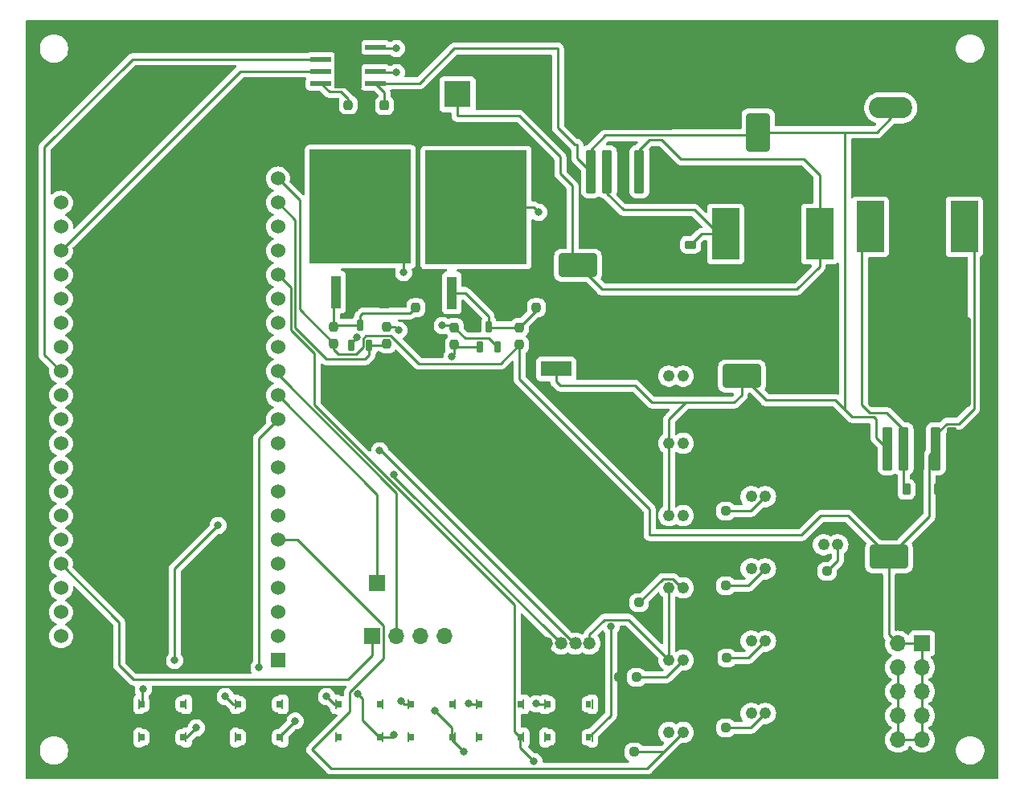
<source format=gbr>
%TF.GenerationSoftware,KiCad,Pcbnew,8.0.3*%
%TF.CreationDate,2024-08-26T23:53:33+05:30*%
%TF.ProjectId,Scout_Board,53636f75-745f-4426-9f61-72642e6b6963,rev?*%
%TF.SameCoordinates,Original*%
%TF.FileFunction,Copper,L1,Top*%
%TF.FilePolarity,Positive*%
%FSLAX46Y46*%
G04 Gerber Fmt 4.6, Leading zero omitted, Abs format (unit mm)*
G04 Created by KiCad (PCBNEW 8.0.3) date 2024-08-26 23:53:33*
%MOMM*%
%LPD*%
G01*
G04 APERTURE LIST*
G04 Aperture macros list*
%AMRoundRect*
0 Rectangle with rounded corners*
0 $1 Rounding radius*
0 $2 $3 $4 $5 $6 $7 $8 $9 X,Y pos of 4 corners*
0 Add a 4 corners polygon primitive as box body*
4,1,4,$2,$3,$4,$5,$6,$7,$8,$9,$2,$3,0*
0 Add four circle primitives for the rounded corners*
1,1,$1+$1,$2,$3*
1,1,$1+$1,$4,$5*
1,1,$1+$1,$6,$7*
1,1,$1+$1,$8,$9*
0 Add four rect primitives between the rounded corners*
20,1,$1+$1,$2,$3,$4,$5,0*
20,1,$1+$1,$4,$5,$6,$7,0*
20,1,$1+$1,$6,$7,$8,$9,0*
20,1,$1+$1,$8,$9,$2,$3,0*%
G04 Aperture macros list end*
%TA.AperFunction,SMDPad,CuDef*%
%ADD10R,1.041400X3.505200*%
%TD*%
%TA.AperFunction,SMDPad,CuDef*%
%ADD11R,10.718800X12.014200*%
%TD*%
%TA.AperFunction,ComponentPad*%
%ADD12C,1.244600*%
%TD*%
%TA.AperFunction,SMDPad,CuDef*%
%ADD13RoundRect,0.250000X0.300000X-2.050000X0.300000X2.050000X-0.300000X2.050000X-0.300000X-2.050000X0*%
%TD*%
%TA.AperFunction,SMDPad,CuDef*%
%ADD14RoundRect,0.250000X2.375000X-2.025000X2.375000X2.025000X-2.375000X2.025000X-2.375000X-2.025000X0*%
%TD*%
%TA.AperFunction,SMDPad,CuDef*%
%ADD15RoundRect,0.250002X5.149998X-4.449998X5.149998X4.449998X-5.149998X4.449998X-5.149998X-4.449998X0*%
%TD*%
%TA.AperFunction,SMDPad,CuDef*%
%ADD16RoundRect,0.237500X0.237500X-0.250000X0.237500X0.250000X-0.237500X0.250000X-0.237500X-0.250000X0*%
%TD*%
%TA.AperFunction,SMDPad,CuDef*%
%ADD17RoundRect,0.237500X0.250000X0.237500X-0.250000X0.237500X-0.250000X-0.237500X0.250000X-0.237500X0*%
%TD*%
%TA.AperFunction,ComponentPad*%
%ADD18R,1.700000X1.700000*%
%TD*%
%TA.AperFunction,ComponentPad*%
%ADD19O,1.700000X1.700000*%
%TD*%
%TA.AperFunction,SMDPad,CuDef*%
%ADD20RoundRect,0.237500X-0.237500X0.250000X-0.237500X-0.250000X0.237500X-0.250000X0.237500X0.250000X0*%
%TD*%
%TA.AperFunction,ComponentPad*%
%ADD21R,1.530000X1.530000*%
%TD*%
%TA.AperFunction,ComponentPad*%
%ADD22C,1.530000*%
%TD*%
%TA.AperFunction,SMDPad,CuDef*%
%ADD23RoundRect,0.225000X-0.375000X0.225000X-0.375000X-0.225000X0.375000X-0.225000X0.375000X0.225000X0*%
%TD*%
%TA.AperFunction,SMDPad,CuDef*%
%ADD24RoundRect,0.075000X0.225000X-0.540000X0.225000X0.540000X-0.225000X0.540000X-0.225000X-0.540000X0*%
%TD*%
%TA.AperFunction,SMDPad,CuDef*%
%ADD25R,3.200000X1.600000*%
%TD*%
%TA.AperFunction,SMDPad,CuDef*%
%ADD26R,0.200000X1.100000*%
%TD*%
%TA.AperFunction,SMDPad,CuDef*%
%ADD27R,0.500000X0.700000*%
%TD*%
%TA.AperFunction,SMDPad,CuDef*%
%ADD28RoundRect,0.250000X-1.750000X-1.000000X1.750000X-1.000000X1.750000X1.000000X-1.750000X1.000000X0*%
%TD*%
%TA.AperFunction,ComponentPad*%
%ADD29R,2.800000X2.800000*%
%TD*%
%TA.AperFunction,ComponentPad*%
%ADD30C,2.800000*%
%TD*%
%TA.AperFunction,SMDPad,CuDef*%
%ADD31R,2.900000X5.400000*%
%TD*%
%TA.AperFunction,ComponentPad*%
%ADD32C,1.320800*%
%TD*%
%TA.AperFunction,ComponentPad*%
%ADD33O,4.560000X2.280000*%
%TD*%
%TA.AperFunction,ComponentPad*%
%ADD34O,2.025000X4.050000*%
%TD*%
%TA.AperFunction,ComponentPad*%
%ADD35O,4.050000X2.025000*%
%TD*%
%TA.AperFunction,SMDPad,CuDef*%
%ADD36RoundRect,0.250000X1.000000X-1.750000X1.000000X1.750000X-1.000000X1.750000X-1.000000X-1.750000X0*%
%TD*%
%TA.AperFunction,SMDPad,CuDef*%
%ADD37R,2.200000X0.500000*%
%TD*%
%TA.AperFunction,ComponentPad*%
%ADD38C,0.630000*%
%TD*%
%TA.AperFunction,SMDPad,CuDef*%
%ADD39R,2.950000X4.900000*%
%TD*%
%TA.AperFunction,SMDPad,CuDef*%
%ADD40RoundRect,0.225000X-0.225000X-0.375000X0.225000X-0.375000X0.225000X0.375000X-0.225000X0.375000X0*%
%TD*%
%TA.AperFunction,SMDPad,CuDef*%
%ADD41RoundRect,0.237500X-0.237500X0.300000X-0.237500X-0.300000X0.237500X-0.300000X0.237500X0.300000X0*%
%TD*%
%TA.AperFunction,ViaPad*%
%ADD42C,0.800000*%
%TD*%
%TA.AperFunction,Conductor*%
%ADD43C,0.250000*%
%TD*%
G04 APERTURE END LIST*
D10*
%TO.P,MOSFET1,1,G*%
%TO.N,TopLightsHV*%
X180340000Y-118224300D03*
D11*
%TO.P,MOSFET1,2,D*%
%TO.N,Net-(Conn4-Pin_2)*%
X182880000Y-109220000D03*
D10*
%TO.P,MOSFET1,3,S*%
%TO.N,GND*%
X185420000Y-118224300D03*
%TD*%
D12*
%TO.P,Conn11,1,Pin_1*%
%TO.N,+3.3V*%
X211859999Y-147320000D03*
%TO.P,Conn11,2,Pin_2*%
%TO.N,Button5*%
X213360000Y-147320000D03*
%TD*%
D13*
%TO.P,U4,1,VIN*%
%TO.N,+12V*%
X226216000Y-134650000D03*
%TO.P,U4,2,OUT*%
%TO.N,Net-(D2-K)*%
X227916000Y-134650000D03*
%TO.P,U4,3,GND*%
%TO.N,GND*%
X229616000Y-134650000D03*
D14*
X226841000Y-127925000D03*
X232391000Y-127925000D03*
D15*
X229616000Y-125500000D03*
D14*
X226841000Y-123075000D03*
X232391000Y-123075000D03*
D13*
%TO.P,U4,4,FB*%
%TO.N,+5V*%
X231316000Y-134650000D03*
%TO.P,U4,5,~{ON}/OFF*%
%TO.N,GND*%
X233016000Y-134650000D03*
%TD*%
%TO.P,U3,1,VIN*%
%TO.N,+12V*%
X194974000Y-105440000D03*
%TO.P,U3,2,OUT*%
%TO.N,Net-(D1-K)*%
X196674000Y-105440000D03*
%TO.P,U3,3,GND*%
%TO.N,GND*%
X198374000Y-105440000D03*
D14*
X195599000Y-98715000D03*
X201149000Y-98715000D03*
D15*
X198374000Y-96290000D03*
D14*
X195599000Y-93865000D03*
X201149000Y-93865000D03*
D13*
%TO.P,U3,4,FB*%
%TO.N,+5VA*%
X200074000Y-105440000D03*
%TO.P,U3,5,~{ON}/OFF*%
%TO.N,GND*%
X201774000Y-105440000D03*
%TD*%
D16*
%TO.P,R5,1*%
%TO.N,TopLightsHV*%
X189230000Y-119784500D03*
%TO.P,R5,2*%
%TO.N,GND*%
X189230000Y-117959500D03*
%TD*%
D12*
%TO.P,Conn12,1,Pin_1*%
%TO.N,+3.3V*%
X211859999Y-139700000D03*
%TO.P,Conn12,2,Pin_2*%
%TO.N,Button6*%
X213360000Y-139700000D03*
%TD*%
D17*
%TO.P,R7,1*%
%TO.N,CaptureButton*%
X219860500Y-147574000D03*
%TO.P,R7,2*%
%TO.N,GND*%
X218035500Y-147574000D03*
%TD*%
D18*
%TO.P,J6,1,Pin_1*%
%TO.N,GND*%
X222270000Y-154970000D03*
D19*
%TO.P,J6,2,Pin_2*%
X219730000Y-154970000D03*
%TO.P,J6,3,Pin_3*%
X222270000Y-157510000D03*
%TO.P,J6,4,Pin_4*%
X219730000Y-157510000D03*
%TO.P,J6,5,Pin_5*%
X222270000Y-160050000D03*
%TO.P,J6,6,Pin_6*%
X219730000Y-160050000D03*
%TO.P,J6,7,Pin_7*%
X222270000Y-162590000D03*
%TO.P,J6,8,Pin_8*%
X219730000Y-162590000D03*
%TO.P,J6,9,Pin_9*%
X222270000Y-165130000D03*
%TO.P,J6,10,Pin_10*%
X219730000Y-165130000D03*
%TD*%
D20*
%TO.P,R10,1*%
%TO.N,+3.3V*%
X173482000Y-121769500D03*
%TO.P,R10,2*%
%TO.N,BottomLightsLV*%
X173482000Y-123594500D03*
%TD*%
D21*
%TO.P,U2,J1_1,3V3*%
%TO.N,+3.3V*%
X162014500Y-156970000D03*
D22*
%TO.P,U2,J1_2,3V3*%
X162014500Y-154430000D03*
%TO.P,U2,J1_3,RST*%
%TO.N,unconnected-(U2-RST-PadJ1_3)*%
X162014500Y-151890000D03*
%TO.P,U2,J1_4,GPIO4*%
%TO.N,Conn3*%
X162014500Y-149350000D03*
%TO.P,U2,J1_5,GPIO5*%
%TO.N,Conn4*%
X162014500Y-146810000D03*
%TO.P,U2,J1_6,GPIO6*%
%TO.N,Sw2*%
X162014500Y-144270000D03*
%TO.P,U2,J1_7,GPIO7*%
%TO.N,FlipButton*%
X162014500Y-141730000D03*
%TO.P,U2,J1_8,GPIO15*%
%TO.N,Sw1*%
X162014500Y-139190000D03*
%TO.P,U2,J1_9,GPIO16*%
%TO.N,TxD*%
X162014500Y-136650000D03*
%TO.P,U2,J1_10,GPIO17*%
%TO.N,RxD*%
X162014500Y-134110000D03*
%TO.P,U2,J1_11,GPIO18*%
%TO.N,CaptureButton*%
X162014500Y-131570000D03*
%TO.P,U2,J1_12,GPIO8*%
%TO.N,SBC_Power*%
X162014500Y-129030000D03*
%TO.P,U2,J1_13,GPIO3*%
%TO.N,Conn2*%
X162014500Y-126490000D03*
%TO.P,U2,J1_14,GPIO46*%
%TO.N,unconnected-(U2-GPIO46-PadJ1_14)*%
X162014500Y-123950000D03*
%TO.P,U2,J1_15,GPIO9*%
%TO.N,Button3*%
X162014500Y-121410000D03*
%TO.P,U2,J1_16,GPIO10*%
%TO.N,Button4*%
X162014500Y-118870000D03*
%TO.P,U2,J1_17,GPIO11*%
%TO.N,Button5*%
X162014500Y-116330000D03*
%TO.P,U2,J1_18,GPIO12*%
%TO.N,Button6*%
X162014500Y-113790000D03*
%TO.P,U2,J1_19,GPIO13*%
%TO.N,TopLightsLV*%
X162014500Y-111250000D03*
%TO.P,U2,J1_20,GPIO14*%
%TO.N,BottomLightsLV*%
X162014500Y-108710000D03*
%TO.P,U2,J1_21,5V0*%
%TO.N,+5V*%
X162014500Y-106170000D03*
%TO.P,U2,J1_22,GND*%
%TO.N,GND*%
X162014500Y-103630000D03*
%TO.P,U2,J3_1,GND*%
X139154500Y-156970000D03*
%TO.P,U2,J3_2,U0TXD/GPIO43*%
%TO.N,unconnected-(U2-U0TXD{slash}GPIO43-PadJ3_2)*%
X139154500Y-154430000D03*
%TO.P,U2,J3_3,U0RXD/GPIO44*%
%TO.N,unconnected-(U2-U0RXD{slash}GPIO44-PadJ3_3)*%
X139154500Y-151890000D03*
%TO.P,U2,J3_4,GPIO1*%
%TO.N,unconnected-(U2-GPIO1-PadJ3_4)*%
X139154500Y-149350000D03*
%TO.P,U2,J3_5,GPIO2*%
%TO.N,Conn1*%
X139154500Y-146810000D03*
%TO.P,U2,J3_6,MTMS/GPIO42*%
%TO.N,unconnected-(U2-MTMS{slash}GPIO42-PadJ3_6)*%
X139154500Y-144270000D03*
%TO.P,U2,J3_7,MTDI/GPIO41*%
%TO.N,unconnected-(U2-MTDI{slash}GPIO41-PadJ3_7)*%
X139154500Y-141730000D03*
%TO.P,U2,J3_8,MTDO/GPIO40*%
%TO.N,unconnected-(U2-MTDO{slash}GPIO40-PadJ3_8)*%
X139154500Y-139190000D03*
%TO.P,U2,J3_9,MTCK/GPIO39*%
%TO.N,unconnected-(U2-MTCK{slash}GPIO39-PadJ3_9)*%
X139154500Y-136650000D03*
%TO.P,U2,J3_10,GPIO38*%
%TO.N,unconnected-(U2-GPIO38-PadJ3_10)*%
X139154500Y-134110000D03*
%TO.P,U2,J3_11,GPIO37*%
%TO.N,unconnected-(U2-GPIO37-PadJ3_11)*%
X139154500Y-131570000D03*
%TO.P,U2,J3_12,GPIO36*%
%TO.N,unconnected-(U2-GPIO36-PadJ3_12)*%
X139154500Y-129030000D03*
%TO.P,U2,J3_13,GPIO35*%
%TO.N,IN2*%
X139154500Y-126490000D03*
%TO.P,U2,J3_14,GPIO0*%
%TO.N,unconnected-(U2-GPIO0-PadJ3_14)*%
X139154500Y-123950000D03*
%TO.P,U2,J3_15,GPIO45*%
%TO.N,unconnected-(U2-GPIO45-PadJ3_15)*%
X139154500Y-121410000D03*
%TO.P,U2,J3_16,GPIO48*%
%TO.N,unconnected-(U2-GPIO48-PadJ3_16)*%
X139154500Y-118870000D03*
%TO.P,U2,J3_17,GPIO47*%
%TO.N,unconnected-(U2-GPIO47-PadJ3_17)*%
X139154500Y-116330000D03*
%TO.P,U2,J3_18,GPIO21*%
%TO.N,IN1*%
X139154500Y-113790000D03*
%TO.P,U2,J3_19,USB_D+/GPIO20*%
%TO.N,unconnected-(U2-USB_D+{slash}GPIO20-PadJ3_19)*%
X139154500Y-111250000D03*
%TO.P,U2,J3_20,USB_D-/GPIO19*%
%TO.N,unconnected-(U2-USB_D-{slash}GPIO19-PadJ3_20)*%
X139154500Y-108710000D03*
%TO.P,U2,J3_21,GND*%
%TO.N,GND*%
X139154500Y-106170000D03*
%TO.P,U2,J3_22,GND*%
X139154500Y-103630000D03*
%TD*%
D17*
%TO.P,R14,1*%
%TO.N,Button5*%
X209192500Y-149098000D03*
%TO.P,R14,2*%
%TO.N,GND*%
X207367500Y-149098000D03*
%TD*%
D18*
%TO.P,J5,1,Pin_1*%
%TO.N,+5V*%
X229870000Y-155194000D03*
D19*
%TO.P,J5,2,Pin_2*%
X227330000Y-155194000D03*
%TO.P,J5,3,Pin_3*%
X229870000Y-157734000D03*
%TO.P,J5,4,Pin_4*%
X227330000Y-157734000D03*
%TO.P,J5,5,Pin_5*%
X229870000Y-160274000D03*
%TO.P,J5,6,Pin_6*%
X227330000Y-160274000D03*
%TO.P,J5,7,Pin_7*%
X229870000Y-162814000D03*
%TO.P,J5,8,Pin_8*%
X227330000Y-162814000D03*
%TO.P,J5,9,Pin_9*%
X229870000Y-165354000D03*
%TO.P,J5,10,Pin_10*%
X227330000Y-165354000D03*
%TD*%
D12*
%TO.P,Conn10,1,Pin_1*%
%TO.N,+3.3V*%
X211859999Y-154940000D03*
%TO.P,Conn10,2,Pin_2*%
%TO.N,Button4*%
X213360000Y-154940000D03*
%TD*%
%TO.P,Conn4,1,Pin_1*%
%TO.N,+12V*%
X203200000Y-134088001D03*
%TO.P,Conn4,2,Pin_2*%
%TO.N,Net-(Conn4-Pin_2)*%
X204700001Y-134088001D03*
%TD*%
D23*
%TO.P,D1,1,K*%
%TO.N,Net-(D1-K)*%
X205486000Y-113158000D03*
%TO.P,D1,2,A*%
%TO.N,GND*%
X205486000Y-116458000D03*
%TD*%
D17*
%TO.P,R2,1*%
%TO.N,Sw2*%
X199540500Y-166624000D03*
%TO.P,R2,2*%
%TO.N,GND*%
X197715500Y-166624000D03*
%TD*%
D12*
%TO.P,Conn9,1,Pin_1*%
%TO.N,+3.3V*%
X211859999Y-162560000D03*
%TO.P,Conn9,2,Pin_2*%
%TO.N,Button3*%
X213360000Y-162560000D03*
%TD*%
D24*
%TO.P,Q1,1*%
%TO.N,+3.3V*%
X183266000Y-123952000D03*
%TO.P,Q1,2*%
%TO.N,TopLightsLV*%
X185166000Y-123952000D03*
%TO.P,Q1,3*%
%TO.N,TopLightsHV*%
X184216000Y-121832000D03*
%TD*%
D25*
%TO.P,C2,1*%
%TO.N,+12V*%
X191342000Y-126238000D03*
%TO.P,C2,2*%
%TO.N,GND*%
X196342000Y-126238000D03*
%TD*%
D18*
%TO.P,J1,1,Pin_1*%
%TO.N,SBC_Power*%
X172466000Y-148844000D03*
%TD*%
D26*
%TO.P,S2,1*%
%TO.N,+3.3V*%
X157545000Y-161600000D03*
D27*
X157895000Y-161600000D03*
%TO.P,S2,2*%
%TO.N,unconnected-(S2-Pad2)*%
X162145000Y-161600000D03*
D26*
X162495000Y-161600000D03*
%TO.P,S2,3*%
%TO.N,unconnected-(S2-Pad3)*%
X157545000Y-165100000D03*
D27*
X157895000Y-165100000D03*
%TO.P,S2,4*%
%TO.N,CaptureButton*%
X162145000Y-165100000D03*
D26*
X162495000Y-165100000D03*
%TD*%
%TO.P,S3,1*%
%TO.N,+3.3V*%
X168120000Y-161600000D03*
D27*
X168470000Y-161600000D03*
%TO.P,S3,2*%
%TO.N,unconnected-(S3-Pad2)*%
X172720000Y-161600000D03*
D26*
X173070000Y-161600000D03*
%TO.P,S3,3*%
%TO.N,unconnected-(S3-Pad3)*%
X168120000Y-165100000D03*
D27*
X168470000Y-165100000D03*
%TO.P,S3,4*%
%TO.N,Button3*%
X172720000Y-165100000D03*
D26*
X173070000Y-165100000D03*
%TD*%
D17*
%TO.P,R13,1*%
%TO.N,Button4*%
X209296000Y-156718000D03*
%TO.P,R13,2*%
%TO.N,GND*%
X207471000Y-156718000D03*
%TD*%
D12*
%TO.P,Conn1,1,Pin_1*%
%TO.N,OUT1*%
X203200000Y-127000000D03*
%TO.P,Conn1,2,Pin_2*%
%TO.N,OUT2*%
X204700001Y-127000000D03*
%TD*%
D26*
%TO.P,S1,1*%
%TO.N,+3.3V*%
X147385000Y-161600000D03*
D27*
X147735000Y-161600000D03*
%TO.P,S1,2*%
%TO.N,unconnected-(S1-Pad2)*%
X151985000Y-161600000D03*
D26*
X152335000Y-161600000D03*
%TO.P,S1,3*%
%TO.N,unconnected-(S1-Pad3)*%
X147385000Y-165100000D03*
D27*
X147735000Y-165100000D03*
%TO.P,S1,4*%
%TO.N,FlipButton*%
X151985000Y-165100000D03*
D26*
X152335000Y-165100000D03*
%TD*%
D24*
%TO.P,Q2,1*%
%TO.N,+3.3V*%
X169738000Y-123742000D03*
%TO.P,Q2,2*%
%TO.N,BottomLightsLV*%
X171638000Y-123742000D03*
%TO.P,Q2,3*%
%TO.N,BottomLightsHV*%
X170688000Y-121622000D03*
%TD*%
D12*
%TO.P,Conn6,1,Pin_1*%
%TO.N,+3.3V*%
X203200000Y-149328001D03*
%TO.P,Conn6,2,Pin_2*%
%TO.N,FlipButton*%
X204700001Y-149328001D03*
%TD*%
D17*
%TO.P,R3,1*%
%TO.N,Sw1*%
X199794500Y-158750000D03*
%TO.P,R3,2*%
%TO.N,GND*%
X197969500Y-158750000D03*
%TD*%
D28*
%TO.P,C6,1*%
%TO.N,+12V*%
X210884000Y-127000000D03*
%TO.P,C6,2*%
%TO.N,GND*%
X218884000Y-127000000D03*
%TD*%
D16*
%TO.P,R6,1*%
%TO.N,BottomLightsHV*%
X176530000Y-119784500D03*
%TO.P,R6,2*%
%TO.N,GND*%
X176530000Y-117959500D03*
%TD*%
D17*
%TO.P,R12,1*%
%TO.N,Button3*%
X209192500Y-164084000D03*
%TO.P,R12,2*%
%TO.N,GND*%
X207367500Y-164084000D03*
%TD*%
D28*
%TO.P,C3,1*%
%TO.N,+5VA*%
X193612000Y-115316000D03*
%TO.P,C3,2*%
%TO.N,GND*%
X201612000Y-115316000D03*
%TD*%
D26*
%TO.P,S5,1*%
%TO.N,+3.3V*%
X182945000Y-161600000D03*
D27*
X183295000Y-161600000D03*
%TO.P,S5,2*%
%TO.N,unconnected-(S5-Pad2)*%
X187545000Y-161600000D03*
D26*
X187895000Y-161600000D03*
%TO.P,S5,3*%
%TO.N,unconnected-(S5-Pad3)*%
X182945000Y-165100000D03*
D27*
X183295000Y-165100000D03*
%TO.P,S5,4*%
%TO.N,Button5*%
X187545000Y-165100000D03*
D26*
X187895000Y-165100000D03*
%TD*%
D29*
%TO.P,J4,1,Pin_1*%
%TO.N,+5VA*%
X180928000Y-97282000D03*
D30*
%TO.P,J4,2,Pin_2*%
%TO.N,GND*%
X185928000Y-97282000D03*
%TD*%
D31*
%TO.P,L1,1,1*%
%TO.N,Net-(D1-K)*%
X209172000Y-112014000D03*
%TO.P,L1,2,2*%
%TO.N,+5VA*%
X219072000Y-112014000D03*
%TD*%
D32*
%TO.P,Conn7,1,VCC*%
%TO.N,+3.3V*%
X194818000Y-155194000D03*
%TO.P,Conn7,2,RXD*%
%TO.N,RxD*%
X193318001Y-155194000D03*
%TO.P,Conn7,3,TXD*%
%TO.N,TxD*%
X191817999Y-155194000D03*
%TO.P,Conn7,4,GND*%
%TO.N,GND*%
X190317999Y-155194000D03*
%TD*%
D16*
%TO.P,R9,1*%
%TO.N,+5V*%
X187452000Y-123698000D03*
%TO.P,R9,2*%
%TO.N,TopLightsHV*%
X187452000Y-121873000D03*
%TD*%
D12*
%TO.P,Conn8,1,Pin_1*%
%TO.N,+3.3V*%
X219479999Y-144780000D03*
%TO.P,Conn8,2,Pin_2*%
%TO.N,CaptureButton*%
X220980000Y-144780000D03*
%TD*%
D28*
%TO.P,C5,1*%
%TO.N,+5V*%
X226378000Y-146050000D03*
%TO.P,C5,2*%
%TO.N,GND*%
X234378000Y-146050000D03*
%TD*%
D26*
%TO.P,S6,1*%
%TO.N,+3.3V*%
X190150000Y-161600000D03*
D27*
X190500000Y-161600000D03*
%TO.P,S6,2*%
%TO.N,unconnected-(S6-Pad2)*%
X194750000Y-161600000D03*
D26*
X195100000Y-161600000D03*
%TO.P,S6,3*%
%TO.N,unconnected-(S6-Pad3)*%
X190150000Y-165100000D03*
D27*
X190500000Y-165100000D03*
%TO.P,S6,4*%
%TO.N,Button6*%
X194750000Y-165100000D03*
D26*
X195100000Y-165100000D03*
%TD*%
D18*
%TO.P,J2,1,Pin_1*%
%TO.N,Conn1*%
X171958000Y-154432000D03*
D19*
%TO.P,J2,2,Pin_2*%
%TO.N,Conn2*%
X174498000Y-154432000D03*
%TO.P,J2,3,Pin_3*%
%TO.N,Conn3*%
X177038000Y-154432000D03*
%TO.P,J2,4,Pin_4*%
%TO.N,Conn4*%
X179578000Y-154432000D03*
%TD*%
D12*
%TO.P,Conn2,1,Pin_1*%
%TO.N,+3.3V*%
X203200000Y-164568001D03*
%TO.P,Conn2,2,Pin_2*%
%TO.N,Sw2*%
X204700001Y-164568001D03*
%TD*%
D26*
%TO.P,S4,1*%
%TO.N,+3.3V*%
X175740000Y-161600000D03*
D27*
X176090000Y-161600000D03*
%TO.P,S4,2*%
%TO.N,unconnected-(S4-Pad2)*%
X180340000Y-161600000D03*
D26*
X180690000Y-161600000D03*
%TO.P,S4,3*%
%TO.N,unconnected-(S4-Pad3)*%
X175740000Y-165100000D03*
D27*
X176090000Y-165100000D03*
%TO.P,S4,4*%
%TO.N,Button4*%
X180340000Y-165100000D03*
D26*
X180690000Y-165100000D03*
%TD*%
D20*
%TO.P,R1,1*%
%TO.N,Net-(U1-ILIM)*%
X169418000Y-98401500D03*
%TO.P,R1,2*%
%TO.N,GND*%
X169418000Y-100226500D03*
%TD*%
D33*
%TO.P,J3,1*%
%TO.N,+12V*%
X226568000Y-98706000D03*
D34*
%TO.P,J3,2*%
%TO.N,GND*%
X221768000Y-95706000D03*
D35*
%TO.P,J3,3*%
X226568000Y-92456000D03*
%TD*%
D36*
%TO.P,C4,1*%
%TO.N,+12V*%
X212598000Y-101282000D03*
%TO.P,C4,2*%
%TO.N,GND*%
X212598000Y-93282000D03*
%TD*%
D16*
%TO.P,R11,1*%
%TO.N,+5V*%
X167894000Y-123594500D03*
%TO.P,R11,2*%
%TO.N,BottomLightsHV*%
X167894000Y-121769500D03*
%TD*%
D12*
%TO.P,Conn3,1,Pin_1*%
%TO.N,+3.3V*%
X203200000Y-156948001D03*
%TO.P,Conn3,2,Pin_2*%
%TO.N,Sw1*%
X204700001Y-156948001D03*
%TD*%
D37*
%TO.P,U1,1,GND*%
%TO.N,GND*%
X166543000Y-92329000D03*
%TO.P,U1,2,IN2*%
%TO.N,IN2*%
X166543000Y-93599000D03*
%TO.P,U1,3,IN1*%
%TO.N,IN1*%
X166543000Y-94869000D03*
%TO.P,U1,4,ILIM*%
%TO.N,Net-(U1-ILIM)*%
X166543000Y-96139000D03*
%TO.P,U1,5,VM*%
%TO.N,+12V*%
X172293000Y-96139000D03*
%TO.P,U1,6,OUT1*%
%TO.N,OUT1*%
X172293000Y-94869000D03*
%TO.P,U1,7,PGND*%
%TO.N,GND*%
X172293000Y-93599000D03*
%TO.P,U1,8,OUT2*%
%TO.N,OUT2*%
X172293000Y-92329000D03*
D38*
%TO.P,U1,9*%
%TO.N,GND*%
X168768000Y-92934000D03*
X168768000Y-94234000D03*
X168768000Y-95534000D03*
D39*
X169418000Y-94234000D03*
D38*
X170068000Y-92934000D03*
X170068000Y-94234000D03*
X170068000Y-95534000D03*
%TD*%
D40*
%TO.P,D2,1,K*%
%TO.N,Net-(D2-K)*%
X228220000Y-138938000D03*
%TO.P,D2,2,A*%
%TO.N,GND*%
X231520000Y-138938000D03*
%TD*%
D12*
%TO.P,Conn5,1,Pin_1*%
%TO.N,+12V*%
X203200000Y-141708001D03*
%TO.P,Conn5,2,Pin_2*%
%TO.N,Net-(Conn5-Pin_2)*%
X204700001Y-141708001D03*
%TD*%
D41*
%TO.P,C1,1*%
%TO.N,+12V*%
X173228000Y-98451500D03*
%TO.P,C1,2*%
%TO.N,GND*%
X173228000Y-100176500D03*
%TD*%
D31*
%TO.P,L2,1,1*%
%TO.N,Net-(D2-K)*%
X224412000Y-111252000D03*
%TO.P,L2,2,2*%
%TO.N,+5V*%
X234312000Y-111252000D03*
%TD*%
D17*
%TO.P,R4,1*%
%TO.N,FlipButton*%
X200048500Y-150876000D03*
%TO.P,R4,2*%
%TO.N,GND*%
X198223500Y-150876000D03*
%TD*%
D10*
%TO.P,MOSFET2,1,G*%
%TO.N,BottomLightsHV*%
X168148000Y-118135400D03*
D11*
%TO.P,MOSFET2,2,D*%
%TO.N,Net-(Conn5-Pin_2)*%
X170688000Y-109131100D03*
D10*
%TO.P,MOSFET2,3,S*%
%TO.N,GND*%
X173228000Y-118135400D03*
%TD*%
D17*
%TO.P,R15,1*%
%TO.N,Button6*%
X209192500Y-141224000D03*
%TO.P,R15,2*%
%TO.N,GND*%
X207367500Y-141224000D03*
%TD*%
D16*
%TO.P,R8,1*%
%TO.N,+3.3V*%
X180594000Y-123698000D03*
%TO.P,R8,2*%
%TO.N,TopLightsLV*%
X180594000Y-121873000D03*
%TD*%
D42*
%TO.N,GND*%
X137922000Y-100076000D03*
%TO.N,OUT1*%
X174498000Y-94996000D03*
%TO.N,OUT2*%
X174498000Y-92456000D03*
%TO.N,+3.3V*%
X170298214Y-122912962D03*
X189230000Y-161544000D03*
X175006000Y-161290000D03*
X167132000Y-160782000D03*
X182118000Y-161544000D03*
X180340000Y-124968000D03*
X156464000Y-160782000D03*
X174752000Y-122174000D03*
X147828000Y-160020000D03*
%TO.N,Sw1*%
X151130000Y-156972000D03*
X155702000Y-142748000D03*
%TO.N,Net-(Conn4-Pin_2)*%
X189484000Y-109728000D03*
%TO.N,Net-(Conn5-Pin_2)*%
X175260000Y-116078000D03*
%TO.N,FlipButton*%
X153416000Y-164084000D03*
%TO.N,RxD*%
X172720000Y-134874000D03*
%TO.N,TxD*%
X174248653Y-137409347D03*
%TO.N,CaptureButton*%
X163830000Y-163359000D03*
X160020000Y-157734000D03*
%TO.N,Button3*%
X170434000Y-160528000D03*
X174244000Y-164809000D03*
%TO.N,Button4*%
X181610000Y-166624000D03*
X178562000Y-162306000D03*
%TO.N,Button5*%
X188976000Y-167640000D03*
%TO.N,Button6*%
X197104000Y-153416000D03*
%TO.N,TopLightsLV*%
X179324000Y-121666000D03*
%TD*%
D43*
%TO.N,+12V*%
X191516000Y-100838000D02*
X191516000Y-92456000D01*
X191342000Y-126238000D02*
X191342000Y-127588000D01*
X221996000Y-130810000D02*
X220726000Y-129540000D01*
X196514000Y-101600000D02*
X194974000Y-103140000D01*
X226568000Y-99822000D02*
X225108000Y-101282000D01*
X213424000Y-129540000D02*
X210884000Y-127000000D01*
X212280000Y-101600000D02*
X196514000Y-101600000D01*
X193548000Y-104014000D02*
X193548000Y-102616000D01*
X194974000Y-105440000D02*
X193548000Y-104014000D01*
X191516000Y-92456000D02*
X180594000Y-92456000D01*
X226568000Y-98706000D02*
X226568000Y-99822000D01*
X193548000Y-102616000D02*
X193294000Y-102616000D01*
X225044000Y-133478000D02*
X225044000Y-131572000D01*
X199644000Y-128016000D02*
X201422000Y-129794000D01*
X173228000Y-97074000D02*
X172293000Y-96139000D01*
X210884000Y-128968000D02*
X210058000Y-129794000D01*
X203200000Y-131572000D02*
X203200000Y-134088001D01*
X221742000Y-101282000D02*
X221742000Y-130556000D01*
X203200000Y-134088001D02*
X203200000Y-141708001D01*
X210058000Y-129794000D02*
X204978000Y-129794000D01*
X210884000Y-127000000D02*
X210884000Y-128968000D01*
X194974000Y-103140000D02*
X194974000Y-105440000D01*
X220726000Y-129540000D02*
X213424000Y-129540000D01*
X212598000Y-101282000D02*
X212280000Y-101600000D01*
X191342000Y-127588000D02*
X191770000Y-128016000D01*
X221742000Y-101282000D02*
X212598000Y-101282000D01*
X222504000Y-131318000D02*
X221996000Y-130810000D01*
X226216000Y-134650000D02*
X225044000Y-133478000D01*
X225044000Y-131572000D02*
X224790000Y-131318000D01*
X225108000Y-101282000D02*
X221742000Y-101282000D01*
X180594000Y-92456000D02*
X176911000Y-96139000D01*
X224790000Y-131318000D02*
X222504000Y-131318000D01*
X191770000Y-128016000D02*
X199644000Y-128016000D01*
X176911000Y-96139000D02*
X172293000Y-96139000D01*
X173228000Y-98451500D02*
X173228000Y-97074000D01*
X221742000Y-130556000D02*
X221996000Y-130810000D01*
X204978000Y-129794000D02*
X203200000Y-131572000D01*
X201422000Y-129794000D02*
X204978000Y-129794000D01*
X193294000Y-102616000D02*
X191516000Y-100838000D01*
%TO.N,+5V*%
X185457000Y-125693000D02*
X176870076Y-125693000D01*
X227330000Y-155194000D02*
X229870000Y-155194000D01*
X231316000Y-134650000D02*
X230632000Y-135334000D01*
X167894000Y-123594500D02*
X167894000Y-124206000D01*
X171013000Y-123952000D02*
X171013000Y-123034236D01*
X222060000Y-141732000D02*
X226378000Y-146050000D01*
X219202000Y-141732000D02*
X222060000Y-141732000D01*
X226378000Y-146050000D02*
X226378000Y-154242000D01*
X235341000Y-130419000D02*
X233735000Y-132025000D01*
X187452000Y-123698000D02*
X187452000Y-127299686D01*
X230632000Y-141796000D02*
X226378000Y-146050000D01*
X164280000Y-108435500D02*
X162014500Y-106170000D01*
X226378000Y-154242000D02*
X227330000Y-155194000D01*
X170283000Y-124682000D02*
X171013000Y-123952000D01*
X230632000Y-135334000D02*
X230632000Y-141796000D01*
X167894000Y-124206000D02*
X168370000Y-124682000D01*
X229870000Y-165354000D02*
X227330000Y-165354000D01*
X164280000Y-119980500D02*
X164280000Y-108435500D01*
X235341000Y-112281000D02*
X235341000Y-130419000D01*
X217170000Y-143764000D02*
X219202000Y-141732000D01*
X187452000Y-127299686D02*
X201168000Y-141015686D01*
X232465000Y-132025000D02*
X231316000Y-133174000D01*
X227330000Y-165354000D02*
X227330000Y-157734000D01*
X173924538Y-122747462D02*
X174051538Y-122874462D01*
X171299774Y-122747462D02*
X173924538Y-122747462D01*
X176870076Y-125693000D02*
X174051538Y-122874462D01*
X168370000Y-124682000D02*
X170283000Y-124682000D01*
X229870000Y-155194000D02*
X229870000Y-165354000D01*
X171013000Y-123034236D02*
X171299774Y-122747462D01*
X201168000Y-141015686D02*
X201168000Y-143764000D01*
X187452000Y-123698000D02*
X185457000Y-125693000D01*
X201168000Y-143764000D02*
X217170000Y-143764000D01*
X233735000Y-132025000D02*
X232465000Y-132025000D01*
X231316000Y-133174000D02*
X231316000Y-134650000D01*
X167894000Y-123594500D02*
X164280000Y-119980500D01*
X234312000Y-111252000D02*
X235341000Y-112281000D01*
%TO.N,OUT1*%
X174498000Y-94996000D02*
X172420000Y-94996000D01*
X172420000Y-94996000D02*
X172293000Y-94869000D01*
%TO.N,OUT2*%
X174498000Y-92456000D02*
X172420000Y-92456000D01*
X172420000Y-92456000D02*
X172293000Y-92329000D01*
%TO.N,+3.3V*%
X183266000Y-123952000D02*
X180848000Y-123952000D01*
X180594000Y-124714000D02*
X180340000Y-124968000D01*
X203200000Y-156948001D02*
X203200000Y-149328001D01*
X169738000Y-123742000D02*
X169738000Y-123473176D01*
X168470000Y-161600000D02*
X167950000Y-161600000D01*
X175316000Y-161600000D02*
X175006000Y-161290000D01*
X173482000Y-121769500D02*
X174347500Y-121769500D01*
X157895000Y-161600000D02*
X157282000Y-161600000D01*
X190500000Y-161600000D02*
X189286000Y-161600000D01*
X147735000Y-161600000D02*
X147735000Y-160113000D01*
X147735000Y-160113000D02*
X147828000Y-160020000D01*
X183295000Y-161600000D02*
X182174000Y-161600000D01*
X174347500Y-121769500D02*
X174752000Y-122174000D01*
X198942999Y-152691000D02*
X203200000Y-156948001D01*
X194818000Y-155194000D02*
X194818000Y-154260054D01*
X182174000Y-161600000D02*
X182118000Y-161544000D01*
X189286000Y-161600000D02*
X189230000Y-161544000D01*
X196387054Y-152691000D02*
X198942999Y-152691000D01*
X169738000Y-123473176D02*
X170298214Y-122912962D01*
X176090000Y-161600000D02*
X175316000Y-161600000D01*
X194818000Y-154260054D02*
X196387054Y-152691000D01*
X180848000Y-123952000D02*
X180594000Y-123698000D01*
X167950000Y-161600000D02*
X167132000Y-160782000D01*
X180594000Y-123698000D02*
X180594000Y-124714000D01*
X157282000Y-161600000D02*
X156464000Y-160782000D01*
%TO.N,Sw2*%
X167603000Y-168365000D02*
X165608000Y-166370000D01*
X204700001Y-164568001D02*
X200903002Y-168365000D01*
X200903002Y-168365000D02*
X167603000Y-168365000D01*
X173133000Y-156803695D02*
X173133000Y-153321000D01*
X173133000Y-153321000D02*
X164082000Y-144270000D01*
X199540500Y-166624000D02*
X202644002Y-166624000D01*
X169604396Y-162373604D02*
X169604396Y-160332299D01*
X202644002Y-166624000D02*
X204700001Y-164568001D01*
X164082000Y-144270000D02*
X162014500Y-144270000D01*
X169604396Y-160332299D02*
X173133000Y-156803695D01*
X165608000Y-166370000D02*
X169604396Y-162373604D01*
%TO.N,Sw1*%
X204700001Y-156948001D02*
X202898002Y-158750000D01*
X155702000Y-142748000D02*
X151130000Y-147320000D01*
X202898002Y-158750000D02*
X199794500Y-158750000D01*
X151130000Y-147320000D02*
X151130000Y-156972000D01*
%TO.N,Net-(Conn4-Pin_2)*%
X189484000Y-109728000D02*
X188976000Y-109220000D01*
X188976000Y-109220000D02*
X182880000Y-109220000D01*
%TO.N,Net-(Conn5-Pin_2)*%
X175260000Y-113703100D02*
X170688000Y-109131100D01*
X175260000Y-116078000D02*
X175260000Y-113703100D01*
%TO.N,FlipButton*%
X204700001Y-149328001D02*
X204539685Y-149328001D01*
X203592385Y-148380701D02*
X202543799Y-148380701D01*
X152400000Y-165100000D02*
X153416000Y-164084000D01*
X204539685Y-149328001D02*
X203592385Y-148380701D01*
X151985000Y-165100000D02*
X152400000Y-165100000D01*
X202543799Y-148380701D02*
X200048500Y-150876000D01*
%TO.N,RxD*%
X193211566Y-155194000D02*
X172891566Y-134874000D01*
X172891566Y-134874000D02*
X172720000Y-134874000D01*
X193318001Y-155194000D02*
X193211566Y-155194000D01*
%TO.N,TxD*%
X174248653Y-137624654D02*
X174248653Y-137409347D01*
X191817999Y-155194000D02*
X174248653Y-137624654D01*
%TO.N,CaptureButton*%
X160020000Y-133564500D02*
X160020000Y-157734000D01*
X162145000Y-165100000D02*
X162145000Y-165044000D01*
X162014500Y-131570000D02*
X160020000Y-133564500D01*
X162145000Y-165044000D02*
X163830000Y-163359000D01*
X219860500Y-147574000D02*
X220980000Y-146454500D01*
X220980000Y-146454500D02*
X220980000Y-144780000D01*
%TO.N,Button3*%
X209192500Y-164084000D02*
X211836000Y-164084000D01*
X170434000Y-160528000D02*
X170942000Y-161036000D01*
X211836000Y-164084000D02*
X213360000Y-162560000D01*
X173953000Y-165100000D02*
X174244000Y-164809000D01*
X170942000Y-161036000D02*
X170942000Y-163322000D01*
X170942000Y-163322000D02*
X172720000Y-165100000D01*
X172720000Y-165100000D02*
X173953000Y-165100000D01*
%TO.N,Button4*%
X180340000Y-164084000D02*
X180340000Y-165100000D01*
X180340000Y-165354000D02*
X181610000Y-166624000D01*
X209296000Y-156718000D02*
X211582000Y-156718000D01*
X211582000Y-156718000D02*
X213360000Y-154940000D01*
X178562000Y-162306000D02*
X180340000Y-164084000D01*
X180340000Y-165100000D02*
X180340000Y-165354000D01*
%TO.N,Button5*%
X211582000Y-149098000D02*
X213360000Y-147320000D01*
X163380000Y-117695500D02*
X163380000Y-122106396D01*
X163380000Y-122106396D02*
X165862000Y-124588396D01*
X187545000Y-165100000D02*
X187545000Y-166209000D01*
X165862000Y-130048000D02*
X186944000Y-151130000D01*
X186944000Y-151130000D02*
X186944000Y-164499000D01*
X165862000Y-124588396D02*
X165862000Y-130048000D01*
X187545000Y-166209000D02*
X188976000Y-167640000D01*
X209192500Y-149098000D02*
X211582000Y-149098000D01*
X162014500Y-116330000D02*
X163380000Y-117695500D01*
X186944000Y-164499000D02*
X187545000Y-165100000D01*
%TO.N,Button6*%
X211836000Y-141224000D02*
X213360000Y-139700000D01*
X197104000Y-162746000D02*
X197104000Y-153416000D01*
X194750000Y-165100000D02*
X197104000Y-162746000D01*
X209192500Y-141224000D02*
X211836000Y-141224000D01*
%TO.N,Net-(D1-K)*%
X206630000Y-112014000D02*
X205486000Y-113158000D01*
X198408000Y-109474000D02*
X205870000Y-109474000D01*
X196674000Y-107740000D02*
X198408000Y-109474000D01*
X209172000Y-112014000D02*
X206630000Y-112014000D01*
X196674000Y-105440000D02*
X196674000Y-107740000D01*
X205870000Y-109474000D02*
X209426000Y-113030000D01*
%TO.N,Net-(D2-K)*%
X224412000Y-111252000D02*
X223520000Y-112144000D01*
X227916000Y-138634000D02*
X228220000Y-138938000D01*
X227916000Y-132666000D02*
X227916000Y-134650000D01*
X223520000Y-112144000D02*
X223520000Y-130048000D01*
X223520000Y-130048000D02*
X224340000Y-130868000D01*
X224340000Y-130868000D02*
X226118000Y-130868000D01*
X226118000Y-130868000D02*
X227916000Y-132666000D01*
X227916000Y-134650000D02*
X227916000Y-138634000D01*
%TO.N,SBC_Power*%
X162014500Y-129030000D02*
X172466000Y-139481500D01*
X172466000Y-139481500D02*
X172466000Y-148844000D01*
%TO.N,Conn1*%
X169418000Y-159004000D02*
X171958000Y-156464000D01*
X139154500Y-146810000D02*
X145288000Y-152943500D01*
X145288000Y-152943500D02*
X145288000Y-157480000D01*
X145288000Y-157480000D02*
X146812000Y-159004000D01*
X146812000Y-159004000D02*
X169418000Y-159004000D01*
X171958000Y-156464000D02*
X171958000Y-154432000D01*
%TO.N,Conn2*%
X174498000Y-139320396D02*
X174498000Y-154432000D01*
X162014500Y-126836896D02*
X174498000Y-139320396D01*
X162014500Y-126490000D02*
X162014500Y-126836896D01*
%TO.N,TopLightsHV*%
X184216000Y-120716000D02*
X181724300Y-118224300D01*
X189230000Y-119784500D02*
X189230000Y-120095000D01*
X181724300Y-118224300D02*
X180340000Y-118224300D01*
X189230000Y-120095000D02*
X187452000Y-121873000D01*
X184216000Y-121832000D02*
X184216000Y-120716000D01*
X187452000Y-121873000D02*
X184257000Y-121873000D01*
X184257000Y-121873000D02*
X184216000Y-121832000D01*
%TO.N,BottomLightsHV*%
X167894000Y-121769500D02*
X167894000Y-118389400D01*
X170688000Y-121622000D02*
X168041500Y-121622000D01*
X170688000Y-120650000D02*
X170942000Y-120396000D01*
X167894000Y-118389400D02*
X168148000Y-118135400D01*
X168041500Y-121622000D02*
X167894000Y-121769500D01*
X170942000Y-120396000D02*
X175918500Y-120396000D01*
X170688000Y-121622000D02*
X170688000Y-120650000D01*
X175918500Y-120396000D02*
X176530000Y-119784500D01*
%TO.N,TopLightsLV*%
X179324000Y-121666000D02*
X180387000Y-121666000D01*
X185166000Y-123952000D02*
X184226000Y-123012000D01*
X184226000Y-123012000D02*
X181733000Y-123012000D01*
X181733000Y-123012000D02*
X180594000Y-121873000D01*
X180387000Y-121666000D02*
X180594000Y-121873000D01*
%TO.N,BottomLightsLV*%
X171638000Y-123742000D02*
X173334500Y-123742000D01*
X171638000Y-124780000D02*
X171638000Y-123742000D01*
X163830000Y-110525500D02*
X163830000Y-121920000D01*
X171196000Y-125222000D02*
X171638000Y-124780000D01*
X173334500Y-123742000D02*
X173482000Y-123594500D01*
X162014500Y-108710000D02*
X163830000Y-110525500D01*
X163830000Y-121920000D02*
X167132000Y-125222000D01*
X167132000Y-125222000D02*
X171196000Y-125222000D01*
%TO.N,Net-(U1-ILIM)*%
X166543000Y-96139000D02*
X167432000Y-97028000D01*
X167432000Y-97028000D02*
X168656000Y-97028000D01*
X169418000Y-97790000D02*
X169418000Y-98401500D01*
X168656000Y-97028000D02*
X169418000Y-97790000D01*
%TO.N,IN2*%
X137414000Y-124749500D02*
X137414000Y-102870000D01*
X137414000Y-102870000D02*
X146685000Y-93599000D01*
X139154500Y-126490000D02*
X137414000Y-124749500D01*
X146685000Y-93599000D02*
X166543000Y-93599000D01*
%TO.N,IN1*%
X166543000Y-94869000D02*
X158075500Y-94869000D01*
X158075500Y-94869000D02*
X139154500Y-113790000D01*
%TO.N,+5VA*%
X219072000Y-112014000D02*
X219072000Y-105788000D01*
X187452000Y-99568000D02*
X180928000Y-99568000D01*
X200074000Y-103140000D02*
X200074000Y-105440000D01*
X193612000Y-115316000D02*
X196152000Y-117856000D01*
X191770000Y-105664000D02*
X191770000Y-103886000D01*
X193040000Y-106934000D02*
X191770000Y-105664000D01*
X219072000Y-115446000D02*
X219072000Y-112014000D01*
X219072000Y-105788000D02*
X217424000Y-104140000D01*
X196152000Y-117856000D02*
X216662000Y-117856000D01*
X191770000Y-103886000D02*
X187452000Y-99568000D01*
X216662000Y-117856000D02*
X219072000Y-115446000D01*
X193612000Y-115316000D02*
X193040000Y-114744000D01*
X201106000Y-102108000D02*
X200074000Y-103140000D01*
X217424000Y-104140000D02*
X204470000Y-104140000D01*
X204470000Y-104140000D02*
X202438000Y-102108000D01*
X180928000Y-99568000D02*
X180928000Y-97282000D01*
X193040000Y-114744000D02*
X193040000Y-106934000D01*
X202438000Y-102108000D02*
X201106000Y-102108000D01*
%TD*%
%TA.AperFunction,Conductor*%
%TO.N,GND*%
G36*
X157603086Y-94244185D02*
G01*
X157648841Y-94296989D01*
X157658785Y-94366147D01*
X157629760Y-94429703D01*
X157623728Y-94436181D01*
X157589639Y-94470270D01*
X140628816Y-111431092D01*
X140567493Y-111464577D01*
X140497801Y-111459593D01*
X140441868Y-111417721D01*
X140417451Y-111352257D01*
X140417607Y-111332603D01*
X140424834Y-111250000D01*
X140424834Y-111249998D01*
X140405535Y-111029414D01*
X140405535Y-111029409D01*
X140348223Y-110815520D01*
X140254642Y-110614833D01*
X140127632Y-110433445D01*
X139971055Y-110276868D01*
X139789667Y-110149858D01*
X139666407Y-110092381D01*
X139613968Y-110046210D01*
X139594816Y-109979017D01*
X139615031Y-109912136D01*
X139666408Y-109867618D01*
X139789667Y-109810142D01*
X139971055Y-109683132D01*
X140127632Y-109526555D01*
X140254642Y-109345167D01*
X140348223Y-109144480D01*
X140405535Y-108930591D01*
X140424834Y-108710000D01*
X140405535Y-108489409D01*
X140348223Y-108275520D01*
X140340301Y-108258532D01*
X140301263Y-108174814D01*
X140254642Y-108074833D01*
X140127632Y-107893445D01*
X139971055Y-107736868D01*
X139789667Y-107609858D01*
X139789663Y-107609856D01*
X139588986Y-107516279D01*
X139588975Y-107516275D01*
X139375092Y-107458965D01*
X139375085Y-107458964D01*
X139154502Y-107439666D01*
X139154498Y-107439666D01*
X138933914Y-107458964D01*
X138933907Y-107458965D01*
X138720024Y-107516275D01*
X138720013Y-107516279D01*
X138519336Y-107609856D01*
X138519334Y-107609857D01*
X138337944Y-107736868D01*
X138337941Y-107736871D01*
X138251181Y-107823632D01*
X138189858Y-107857117D01*
X138120166Y-107852133D01*
X138064233Y-107810261D01*
X138039816Y-107744797D01*
X138039500Y-107735951D01*
X138039500Y-103180452D01*
X138059185Y-103113413D01*
X138075819Y-103092771D01*
X146907771Y-94260819D01*
X146969094Y-94227334D01*
X146995452Y-94224500D01*
X157536047Y-94224500D01*
X157603086Y-94244185D01*
G37*
%TD.AperFunction*%
%TA.AperFunction,Conductor*%
G36*
X237873039Y-89475685D02*
G01*
X237918794Y-89528489D01*
X237930000Y-89580000D01*
X237930000Y-169332000D01*
X237910315Y-169399039D01*
X237857511Y-169444794D01*
X237806000Y-169456000D01*
X135554000Y-169456000D01*
X135486961Y-169436315D01*
X135441206Y-169383511D01*
X135430000Y-169332000D01*
X135430000Y-166331919D01*
X136932562Y-166331919D01*
X136932562Y-166580081D01*
X136941051Y-166630951D01*
X136973408Y-166824862D01*
X137053984Y-167059572D01*
X137053989Y-167059582D01*
X137172094Y-167277822D01*
X137172100Y-167277831D01*
X137324517Y-167473656D01*
X137324520Y-167473660D01*
X137324522Y-167473662D01*
X137324523Y-167473663D01*
X137507102Y-167641739D01*
X137507104Y-167641740D01*
X137656186Y-167739141D01*
X137714855Y-167777471D01*
X137942116Y-167877157D01*
X138182685Y-167938077D01*
X138265123Y-167944908D01*
X138429994Y-167958571D01*
X138430000Y-167958571D01*
X138430006Y-167958571D01*
X138578389Y-167946274D01*
X138677315Y-167938077D01*
X138917884Y-167877157D01*
X139145145Y-167777471D01*
X139352898Y-167641739D01*
X139535477Y-167473663D01*
X139687902Y-167277828D01*
X139806014Y-167059576D01*
X139886592Y-166824859D01*
X139927438Y-166580081D01*
X139930000Y-166456000D01*
X139927438Y-166331919D01*
X139886592Y-166087141D01*
X139859267Y-166007547D01*
X139806015Y-165852427D01*
X139806014Y-165852424D01*
X139728670Y-165709505D01*
X139687905Y-165634177D01*
X139687899Y-165634168D01*
X139535482Y-165438343D01*
X139535479Y-165438339D01*
X139455769Y-165364961D01*
X139352898Y-165270261D01*
X139335807Y-165259095D01*
X139145146Y-165134529D01*
X138917884Y-165034843D01*
X138677311Y-164973922D01*
X138430006Y-164953430D01*
X138429994Y-164953430D01*
X138182688Y-164973922D01*
X137942115Y-165034843D01*
X137714853Y-165134529D01*
X137507104Y-165270259D01*
X137507100Y-165270262D01*
X137324520Y-165438339D01*
X137324517Y-165438343D01*
X137172100Y-165634168D01*
X137172094Y-165634177D01*
X137053989Y-165852417D01*
X137053984Y-165852427D01*
X136973408Y-166087137D01*
X136946398Y-166249006D01*
X136932562Y-166331919D01*
X135430000Y-166331919D01*
X135430000Y-164502135D01*
X146784500Y-164502135D01*
X146784500Y-165697870D01*
X146784501Y-165697876D01*
X146790908Y-165757483D01*
X146841202Y-165892328D01*
X146841206Y-165892335D01*
X146927452Y-166007544D01*
X146927455Y-166007547D01*
X147042664Y-166093793D01*
X147042671Y-166093797D01*
X147087618Y-166110561D01*
X147177517Y-166144091D01*
X147237127Y-166150500D01*
X147532872Y-166150499D01*
X147592483Y-166144091D01*
X147727331Y-166093796D01*
X147842546Y-166007546D01*
X147848056Y-166000186D01*
X147903991Y-165958316D01*
X147947321Y-165950499D01*
X148032871Y-165950499D01*
X148032872Y-165950499D01*
X148092483Y-165944091D01*
X148227331Y-165893796D01*
X148342546Y-165807546D01*
X148428796Y-165692331D01*
X148479091Y-165557483D01*
X148485500Y-165497873D01*
X148485499Y-164702135D01*
X151234500Y-164702135D01*
X151234500Y-165497870D01*
X151234501Y-165497876D01*
X151240908Y-165557483D01*
X151291202Y-165692328D01*
X151291206Y-165692335D01*
X151377452Y-165807544D01*
X151377455Y-165807547D01*
X151492664Y-165893793D01*
X151492671Y-165893797D01*
X151517909Y-165903210D01*
X151627517Y-165944091D01*
X151687127Y-165950500D01*
X151772679Y-165950499D01*
X151839717Y-165970183D01*
X151871944Y-166000186D01*
X151877454Y-166007546D01*
X151992669Y-166093796D01*
X151992670Y-166093796D01*
X151992671Y-166093797D01*
X152037618Y-166110561D01*
X152127517Y-166144091D01*
X152187127Y-166150500D01*
X152482872Y-166150499D01*
X152542483Y-166144091D01*
X152677331Y-166093796D01*
X152792546Y-166007546D01*
X152878796Y-165892331D01*
X152929091Y-165757483D01*
X152935500Y-165697873D01*
X152935499Y-165500451D01*
X152955183Y-165433412D01*
X152971813Y-165412775D01*
X153363771Y-165020819D01*
X153425094Y-164987334D01*
X153451452Y-164984500D01*
X153510644Y-164984500D01*
X153510646Y-164984500D01*
X153695803Y-164945144D01*
X153868730Y-164868151D01*
X154021871Y-164756888D01*
X154148533Y-164616216D01*
X154214398Y-164502135D01*
X156944500Y-164502135D01*
X156944500Y-165697870D01*
X156944501Y-165697876D01*
X156950908Y-165757483D01*
X157001202Y-165892328D01*
X157001206Y-165892335D01*
X157087452Y-166007544D01*
X157087455Y-166007547D01*
X157202664Y-166093793D01*
X157202671Y-166093797D01*
X157247618Y-166110561D01*
X157337517Y-166144091D01*
X157397127Y-166150500D01*
X157692872Y-166150499D01*
X157752483Y-166144091D01*
X157887331Y-166093796D01*
X158002546Y-166007546D01*
X158008056Y-166000186D01*
X158063991Y-165958316D01*
X158107321Y-165950499D01*
X158192871Y-165950499D01*
X158192872Y-165950499D01*
X158252483Y-165944091D01*
X158387331Y-165893796D01*
X158502546Y-165807546D01*
X158588796Y-165692331D01*
X158639091Y-165557483D01*
X158645500Y-165497873D01*
X158645499Y-164702135D01*
X161394500Y-164702135D01*
X161394500Y-165497870D01*
X161394501Y-165497876D01*
X161400908Y-165557483D01*
X161451202Y-165692328D01*
X161451206Y-165692335D01*
X161537452Y-165807544D01*
X161537455Y-165807547D01*
X161652664Y-165893793D01*
X161652671Y-165893797D01*
X161677909Y-165903210D01*
X161787517Y-165944091D01*
X161847127Y-165950500D01*
X161932679Y-165950499D01*
X161999717Y-165970183D01*
X162031944Y-166000186D01*
X162037454Y-166007546D01*
X162152669Y-166093796D01*
X162152670Y-166093796D01*
X162152671Y-166093797D01*
X162197618Y-166110561D01*
X162287517Y-166144091D01*
X162347127Y-166150500D01*
X162642872Y-166150499D01*
X162702483Y-166144091D01*
X162837331Y-166093796D01*
X162952546Y-166007546D01*
X163038796Y-165892331D01*
X163089091Y-165757483D01*
X163095500Y-165697873D01*
X163095499Y-165029450D01*
X163115183Y-164962412D01*
X163131813Y-164941775D01*
X163777771Y-164295819D01*
X163839094Y-164262334D01*
X163865452Y-164259500D01*
X163924644Y-164259500D01*
X163924646Y-164259500D01*
X164109803Y-164220144D01*
X164282730Y-164143151D01*
X164435871Y-164031888D01*
X164562533Y-163891216D01*
X164657179Y-163727284D01*
X164715674Y-163547256D01*
X164735460Y-163359000D01*
X164715674Y-163170744D01*
X164657179Y-162990716D01*
X164562533Y-162826784D01*
X164435871Y-162686112D01*
X164435870Y-162686111D01*
X164282734Y-162574851D01*
X164282729Y-162574848D01*
X164109807Y-162497857D01*
X164109802Y-162497855D01*
X163960975Y-162466222D01*
X163924646Y-162458500D01*
X163735354Y-162458500D01*
X163702897Y-162465398D01*
X163550197Y-162497855D01*
X163550192Y-162497857D01*
X163377270Y-162574848D01*
X163377265Y-162574851D01*
X163224129Y-162686111D01*
X163097466Y-162826785D01*
X163002821Y-162990715D01*
X163002818Y-162990722D01*
X162944327Y-163170740D01*
X162944326Y-163170744D01*
X162940568Y-163206500D01*
X162926678Y-163338651D01*
X162900093Y-163403266D01*
X162891038Y-163413370D01*
X162244366Y-164060042D01*
X162200021Y-164088542D01*
X162152665Y-164106205D01*
X162037455Y-164192452D01*
X162031941Y-164199818D01*
X161976004Y-164241685D01*
X161932680Y-164249500D01*
X161847130Y-164249500D01*
X161847123Y-164249501D01*
X161787516Y-164255908D01*
X161652671Y-164306202D01*
X161652664Y-164306206D01*
X161537455Y-164392452D01*
X161537452Y-164392455D01*
X161451206Y-164507664D01*
X161451202Y-164507671D01*
X161400908Y-164642517D01*
X161394501Y-164702116D01*
X161394501Y-164702123D01*
X161394500Y-164702135D01*
X158645499Y-164702135D01*
X158645499Y-164702128D01*
X158639091Y-164642517D01*
X158636479Y-164635515D01*
X158588797Y-164507671D01*
X158588793Y-164507664D01*
X158502547Y-164392455D01*
X158502544Y-164392452D01*
X158387335Y-164306206D01*
X158387328Y-164306202D01*
X158252482Y-164255908D01*
X158252483Y-164255908D01*
X158192883Y-164249501D01*
X158192881Y-164249500D01*
X158192873Y-164249500D01*
X158192865Y-164249500D01*
X158107320Y-164249500D01*
X158040281Y-164229815D01*
X158008051Y-164199808D01*
X158002546Y-164192454D01*
X157993357Y-164185575D01*
X157887331Y-164106204D01*
X157887329Y-164106203D01*
X157887328Y-164106202D01*
X157752486Y-164055910D01*
X157752485Y-164055909D01*
X157752483Y-164055909D01*
X157692873Y-164049500D01*
X157692863Y-164049500D01*
X157397130Y-164049500D01*
X157397123Y-164049501D01*
X157337516Y-164055908D01*
X157202671Y-164106202D01*
X157202664Y-164106206D01*
X157087455Y-164192452D01*
X157087452Y-164192455D01*
X157001206Y-164307664D01*
X157001202Y-164307671D01*
X156950908Y-164442517D01*
X156946585Y-164482730D01*
X156944501Y-164502123D01*
X156944500Y-164502135D01*
X154214398Y-164502135D01*
X154243179Y-164452284D01*
X154301674Y-164272256D01*
X154321460Y-164084000D01*
X154301674Y-163895744D01*
X154244809Y-163720733D01*
X154243181Y-163715722D01*
X154243180Y-163715721D01*
X154243179Y-163715716D01*
X154148533Y-163551784D01*
X154021871Y-163411112D01*
X154006021Y-163399596D01*
X153868734Y-163299851D01*
X153868729Y-163299848D01*
X153695807Y-163222857D01*
X153695802Y-163222855D01*
X153550001Y-163191865D01*
X153510646Y-163183500D01*
X153321354Y-163183500D01*
X153288897Y-163190398D01*
X153136197Y-163222855D01*
X153136192Y-163222857D01*
X152963270Y-163299848D01*
X152963265Y-163299851D01*
X152810129Y-163411111D01*
X152683466Y-163551785D01*
X152588821Y-163715715D01*
X152588818Y-163715722D01*
X152530327Y-163895739D01*
X152530325Y-163895750D01*
X152525835Y-163938464D01*
X152499250Y-164003078D01*
X152441952Y-164043062D01*
X152402516Y-164049500D01*
X152187130Y-164049500D01*
X152187123Y-164049501D01*
X152127516Y-164055908D01*
X151992671Y-164106202D01*
X151992664Y-164106206D01*
X151877455Y-164192452D01*
X151871941Y-164199818D01*
X151816004Y-164241685D01*
X151772680Y-164249500D01*
X151687130Y-164249500D01*
X151687123Y-164249501D01*
X151627516Y-164255908D01*
X151492671Y-164306202D01*
X151492664Y-164306206D01*
X151377455Y-164392452D01*
X151377452Y-164392455D01*
X151291206Y-164507664D01*
X151291202Y-164507671D01*
X151240908Y-164642517D01*
X151234501Y-164702116D01*
X151234501Y-164702123D01*
X151234500Y-164702135D01*
X148485499Y-164702135D01*
X148485499Y-164702128D01*
X148479091Y-164642517D01*
X148476479Y-164635515D01*
X148428797Y-164507671D01*
X148428793Y-164507664D01*
X148342547Y-164392455D01*
X148342544Y-164392452D01*
X148227335Y-164306206D01*
X148227328Y-164306202D01*
X148092482Y-164255908D01*
X148092483Y-164255908D01*
X148032883Y-164249501D01*
X148032881Y-164249500D01*
X148032873Y-164249500D01*
X148032865Y-164249500D01*
X147947320Y-164249500D01*
X147880281Y-164229815D01*
X147848051Y-164199808D01*
X147842546Y-164192454D01*
X147833357Y-164185575D01*
X147727331Y-164106204D01*
X147727329Y-164106203D01*
X147727328Y-164106202D01*
X147592486Y-164055910D01*
X147592485Y-164055909D01*
X147592483Y-164055909D01*
X147532873Y-164049500D01*
X147532863Y-164049500D01*
X147237130Y-164049500D01*
X147237123Y-164049501D01*
X147177516Y-164055908D01*
X147042671Y-164106202D01*
X147042664Y-164106206D01*
X146927455Y-164192452D01*
X146927452Y-164192455D01*
X146841206Y-164307664D01*
X146841202Y-164307671D01*
X146790908Y-164442517D01*
X146786585Y-164482730D01*
X146784501Y-164502123D01*
X146784500Y-164502135D01*
X135430000Y-164502135D01*
X135430000Y-102808394D01*
X136788500Y-102808394D01*
X136788500Y-124811106D01*
X136799819Y-124868013D01*
X136812537Y-124931953D01*
X136814835Y-124937500D01*
X136817490Y-124943909D01*
X136859688Y-125045786D01*
X136859689Y-125045788D01*
X136859690Y-125045789D01*
X136859690Y-125045790D01*
X136890259Y-125091538D01*
X136890260Y-125091539D01*
X136928140Y-125148231D01*
X136928141Y-125148232D01*
X136928142Y-125148233D01*
X137015267Y-125235358D01*
X137015268Y-125235358D01*
X137022335Y-125242425D01*
X137022334Y-125242425D01*
X137022338Y-125242428D01*
X137883664Y-126103755D01*
X137917149Y-126165078D01*
X137915758Y-126223528D01*
X137903466Y-126269403D01*
X137903465Y-126269409D01*
X137884166Y-126489998D01*
X137884166Y-126490001D01*
X137903464Y-126710585D01*
X137903465Y-126710592D01*
X137960775Y-126924475D01*
X137960779Y-126924486D01*
X138054356Y-127125163D01*
X138054358Y-127125167D01*
X138181368Y-127306555D01*
X138337945Y-127463132D01*
X138519333Y-127590142D01*
X138564036Y-127610987D01*
X138642591Y-127647618D01*
X138695031Y-127693790D01*
X138714183Y-127760983D01*
X138693967Y-127827865D01*
X138642591Y-127872382D01*
X138519336Y-127929856D01*
X138519334Y-127929857D01*
X138337944Y-128056868D01*
X138181368Y-128213444D01*
X138054357Y-128394834D01*
X138054356Y-128394836D01*
X137960779Y-128595513D01*
X137960775Y-128595524D01*
X137903465Y-128809407D01*
X137903464Y-128809414D01*
X137884166Y-129029998D01*
X137884166Y-129030001D01*
X137903464Y-129250585D01*
X137903465Y-129250592D01*
X137960775Y-129464475D01*
X137960779Y-129464486D01*
X138054356Y-129665163D01*
X138054358Y-129665167D01*
X138181368Y-129846555D01*
X138337945Y-130003132D01*
X138519333Y-130130142D01*
X138577503Y-130157267D01*
X138642591Y-130187618D01*
X138695031Y-130233790D01*
X138714183Y-130300983D01*
X138693967Y-130367865D01*
X138642591Y-130412382D01*
X138519336Y-130469856D01*
X138519334Y-130469857D01*
X138337944Y-130596868D01*
X138181368Y-130753444D01*
X138054357Y-130934834D01*
X138054356Y-130934836D01*
X137960779Y-131135513D01*
X137960775Y-131135524D01*
X137903465Y-131349407D01*
X137903464Y-131349414D01*
X137884166Y-131569998D01*
X137884166Y-131570001D01*
X137903464Y-131790585D01*
X137903465Y-131790592D01*
X137960775Y-132004475D01*
X137960779Y-132004486D01*
X137990163Y-132067500D01*
X138054358Y-132205167D01*
X138181368Y-132386555D01*
X138337945Y-132543132D01*
X138519333Y-132670142D01*
X138581328Y-132699050D01*
X138642591Y-132727618D01*
X138695031Y-132773790D01*
X138714183Y-132840983D01*
X138693967Y-132907865D01*
X138642591Y-132952382D01*
X138519336Y-133009856D01*
X138519334Y-133009857D01*
X138337944Y-133136868D01*
X138181368Y-133293444D01*
X138054357Y-133474834D01*
X138054356Y-133474836D01*
X137960779Y-133675513D01*
X137960775Y-133675524D01*
X137903465Y-133889407D01*
X137903464Y-133889414D01*
X137884166Y-134109998D01*
X137884166Y-134110001D01*
X137903464Y-134330585D01*
X137903465Y-134330592D01*
X137960775Y-134544475D01*
X137960779Y-134544486D01*
X138026647Y-134685740D01*
X138054358Y-134745167D01*
X138181368Y-134926555D01*
X138337945Y-135083132D01*
X138519333Y-135210142D01*
X138581328Y-135239050D01*
X138642591Y-135267618D01*
X138695031Y-135313790D01*
X138714183Y-135380983D01*
X138693967Y-135447865D01*
X138642591Y-135492382D01*
X138519336Y-135549856D01*
X138519334Y-135549857D01*
X138337944Y-135676868D01*
X138181368Y-135833444D01*
X138054357Y-136014834D01*
X138054356Y-136014836D01*
X137960779Y-136215513D01*
X137960775Y-136215524D01*
X137903465Y-136429407D01*
X137903464Y-136429414D01*
X137884166Y-136649998D01*
X137884166Y-136650001D01*
X137903464Y-136870585D01*
X137903465Y-136870592D01*
X137960775Y-137084475D01*
X137960779Y-137084486D01*
X138044052Y-137263066D01*
X138054358Y-137285167D01*
X138181368Y-137466555D01*
X138337945Y-137623132D01*
X138519333Y-137750142D01*
X138581328Y-137779050D01*
X138642591Y-137807618D01*
X138695031Y-137853790D01*
X138714183Y-137920983D01*
X138693967Y-137987865D01*
X138642591Y-138032382D01*
X138519336Y-138089856D01*
X138519334Y-138089857D01*
X138337944Y-138216868D01*
X138181368Y-138373444D01*
X138054357Y-138554834D01*
X138054356Y-138554836D01*
X137960779Y-138755513D01*
X137960775Y-138755524D01*
X137903465Y-138969407D01*
X137903464Y-138969414D01*
X137884166Y-139189998D01*
X137884166Y-139190001D01*
X137903464Y-139410585D01*
X137903465Y-139410592D01*
X137960775Y-139624475D01*
X137960779Y-139624486D01*
X138046318Y-139807925D01*
X138054358Y-139825167D01*
X138181368Y-140006555D01*
X138337945Y-140163132D01*
X138519333Y-140290142D01*
X138526775Y-140293612D01*
X138642591Y-140347618D01*
X138695031Y-140393790D01*
X138714183Y-140460983D01*
X138693967Y-140527865D01*
X138642591Y-140572382D01*
X138519336Y-140629856D01*
X138519334Y-140629857D01*
X138337944Y-140756868D01*
X138181368Y-140913444D01*
X138054357Y-141094834D01*
X138054356Y-141094836D01*
X137960779Y-141295513D01*
X137960775Y-141295524D01*
X137903465Y-141509407D01*
X137903464Y-141509414D01*
X137884166Y-141729998D01*
X137884166Y-141730001D01*
X137903464Y-141950585D01*
X137903465Y-141950592D01*
X137960775Y-142164475D01*
X137960779Y-142164486D01*
X138046318Y-142347925D01*
X138054358Y-142365167D01*
X138181368Y-142546555D01*
X138337945Y-142703132D01*
X138519333Y-142830142D01*
X138581328Y-142859050D01*
X138642591Y-142887618D01*
X138695031Y-142933790D01*
X138714183Y-143000983D01*
X138693967Y-143067865D01*
X138642591Y-143112382D01*
X138519336Y-143169856D01*
X138519334Y-143169857D01*
X138337944Y-143296868D01*
X138181368Y-143453444D01*
X138054357Y-143634834D01*
X138054356Y-143634836D01*
X137960779Y-143835513D01*
X137960775Y-143835524D01*
X137903465Y-144049407D01*
X137903464Y-144049414D01*
X137884166Y-144269998D01*
X137884166Y-144270001D01*
X137903464Y-144490585D01*
X137903465Y-144490592D01*
X137960775Y-144704475D01*
X137960779Y-144704486D01*
X138046318Y-144887925D01*
X138054358Y-144905167D01*
X138181368Y-145086555D01*
X138337945Y-145243132D01*
X138519333Y-145370142D01*
X138526775Y-145373612D01*
X138642591Y-145427618D01*
X138695031Y-145473790D01*
X138714183Y-145540983D01*
X138693967Y-145607865D01*
X138642591Y-145652382D01*
X138519336Y-145709856D01*
X138519334Y-145709857D01*
X138337944Y-145836868D01*
X138181368Y-145993444D01*
X138054357Y-146174834D01*
X138054356Y-146174836D01*
X137960779Y-146375513D01*
X137960775Y-146375524D01*
X137903465Y-146589407D01*
X137903464Y-146589414D01*
X137884166Y-146809998D01*
X137884166Y-146810001D01*
X137903464Y-147030585D01*
X137903465Y-147030592D01*
X137949607Y-147202796D01*
X137960777Y-147244480D01*
X138054358Y-147445167D01*
X138181368Y-147626555D01*
X138337945Y-147783132D01*
X138519333Y-147910142D01*
X138526775Y-147913612D01*
X138642591Y-147967618D01*
X138695031Y-148013790D01*
X138714183Y-148080983D01*
X138693967Y-148147865D01*
X138642591Y-148192382D01*
X138519336Y-148249856D01*
X138519334Y-148249857D01*
X138337944Y-148376868D01*
X138181368Y-148533444D01*
X138054357Y-148714834D01*
X138054356Y-148714836D01*
X137960779Y-148915513D01*
X137960775Y-148915524D01*
X137903465Y-149129407D01*
X137903464Y-149129414D01*
X137884166Y-149349998D01*
X137884166Y-149350001D01*
X137903464Y-149570585D01*
X137903465Y-149570592D01*
X137960775Y-149784475D01*
X137960779Y-149784486D01*
X138031587Y-149936335D01*
X138054358Y-149985167D01*
X138181368Y-150166555D01*
X138337945Y-150323132D01*
X138519333Y-150450142D01*
X138581328Y-150479050D01*
X138642591Y-150507618D01*
X138695031Y-150553790D01*
X138714183Y-150620983D01*
X138693967Y-150687865D01*
X138642591Y-150732382D01*
X138519336Y-150789856D01*
X138519334Y-150789857D01*
X138337944Y-150916868D01*
X138181368Y-151073444D01*
X138054357Y-151254834D01*
X138054356Y-151254836D01*
X137960779Y-151455513D01*
X137960775Y-151455524D01*
X137903465Y-151669407D01*
X137903464Y-151669414D01*
X137884166Y-151889998D01*
X137884166Y-151890001D01*
X137903464Y-152110585D01*
X137903465Y-152110592D01*
X137960775Y-152324475D01*
X137960779Y-152324486D01*
X138022869Y-152457639D01*
X138054358Y-152525167D01*
X138181368Y-152706555D01*
X138337945Y-152863132D01*
X138519333Y-152990142D01*
X138553105Y-153005890D01*
X138642591Y-153047618D01*
X138695031Y-153093790D01*
X138714183Y-153160983D01*
X138693967Y-153227865D01*
X138642591Y-153272382D01*
X138519336Y-153329856D01*
X138519334Y-153329857D01*
X138337944Y-153456868D01*
X138181368Y-153613444D01*
X138054357Y-153794834D01*
X138054356Y-153794836D01*
X137960779Y-153995513D01*
X137960775Y-153995524D01*
X137903465Y-154209407D01*
X137903464Y-154209414D01*
X137884166Y-154429998D01*
X137884166Y-154430001D01*
X137903464Y-154650585D01*
X137903465Y-154650592D01*
X137960775Y-154864475D01*
X137960779Y-154864486D01*
X138046318Y-155047925D01*
X138054358Y-155065167D01*
X138181368Y-155246555D01*
X138337945Y-155403132D01*
X138519333Y-155530142D01*
X138526775Y-155533612D01*
X138720013Y-155623720D01*
X138720015Y-155623720D01*
X138720020Y-155623723D01*
X138933909Y-155681035D01*
X139091474Y-155694820D01*
X139154498Y-155700334D01*
X139154500Y-155700334D01*
X139154502Y-155700334D01*
X139209647Y-155695509D01*
X139375091Y-155681035D01*
X139588980Y-155623723D01*
X139789667Y-155530142D01*
X139971055Y-155403132D01*
X140127632Y-155246555D01*
X140254642Y-155065167D01*
X140348223Y-154864480D01*
X140405535Y-154650591D01*
X140424834Y-154430000D01*
X140424349Y-154424461D01*
X140414058Y-154306827D01*
X140405535Y-154209409D01*
X140348223Y-153995520D01*
X140343995Y-153986454D01*
X140285874Y-153861811D01*
X140254642Y-153794833D01*
X140127632Y-153613445D01*
X139971055Y-153456868D01*
X139789667Y-153329858D01*
X139761020Y-153316500D01*
X139666408Y-153272382D01*
X139613968Y-153226210D01*
X139594816Y-153159017D01*
X139615031Y-153092136D01*
X139666408Y-153047618D01*
X139789667Y-152990142D01*
X139971055Y-152863132D01*
X140127632Y-152706555D01*
X140254642Y-152525167D01*
X140348223Y-152324480D01*
X140405535Y-152110591D01*
X140424834Y-151890000D01*
X140405535Y-151669409D01*
X140348223Y-151455520D01*
X140317246Y-151389090D01*
X140286283Y-151322689D01*
X140254642Y-151254833D01*
X140127632Y-151073445D01*
X139971055Y-150916868D01*
X139789667Y-150789858D01*
X139666407Y-150732381D01*
X139613968Y-150686210D01*
X139594816Y-150619017D01*
X139615031Y-150552136D01*
X139666408Y-150507618D01*
X139789667Y-150450142D01*
X139971055Y-150323132D01*
X140127632Y-150166555D01*
X140254642Y-149985167D01*
X140348223Y-149784480D01*
X140405535Y-149570591D01*
X140424834Y-149350000D01*
X140417607Y-149267394D01*
X140431374Y-149198894D01*
X140479989Y-149148711D01*
X140548017Y-149132778D01*
X140613861Y-149156153D01*
X140628816Y-149168906D01*
X144626181Y-153166271D01*
X144659666Y-153227594D01*
X144662500Y-153253952D01*
X144662500Y-157418393D01*
X144662500Y-157541607D01*
X144668844Y-157573501D01*
X144686537Y-157662452D01*
X144699397Y-157693499D01*
X144733688Y-157776286D01*
X144739394Y-157784825D01*
X144746599Y-157795607D01*
X144746600Y-157795609D01*
X144802140Y-157878731D01*
X144802141Y-157878732D01*
X144802142Y-157878733D01*
X144889267Y-157965858D01*
X144889268Y-157965858D01*
X144896335Y-157972925D01*
X144896334Y-157972925D01*
X144896338Y-157972928D01*
X146413262Y-159489854D01*
X146413265Y-159489857D01*
X146481411Y-159535390D01*
X146515714Y-159558311D01*
X146629548Y-159605463D01*
X146750388Y-159629499D01*
X146750392Y-159629500D01*
X146750393Y-159629500D01*
X146750394Y-159629500D01*
X146837368Y-159629500D01*
X146904407Y-159649185D01*
X146950162Y-159701989D01*
X146960106Y-159771147D01*
X146955300Y-159791813D01*
X146952001Y-159801967D01*
X146942326Y-159831742D01*
X146925085Y-159995784D01*
X146922540Y-160020000D01*
X146942326Y-160208256D01*
X146942327Y-160208259D01*
X147000818Y-160388277D01*
X147000821Y-160388284D01*
X147046269Y-160467002D01*
X147062742Y-160534902D01*
X147039889Y-160600929D01*
X147013194Y-160628268D01*
X146927454Y-160692454D01*
X146841206Y-160807664D01*
X146841202Y-160807671D01*
X146790908Y-160942517D01*
X146784501Y-161002116D01*
X146784501Y-161002123D01*
X146784500Y-161002135D01*
X146784500Y-162197870D01*
X146784501Y-162197876D01*
X146790908Y-162257483D01*
X146841202Y-162392328D01*
X146841206Y-162392335D01*
X146927452Y-162507544D01*
X146927455Y-162507547D01*
X147042664Y-162593793D01*
X147042671Y-162593797D01*
X147087468Y-162610505D01*
X147177517Y-162644091D01*
X147237127Y-162650500D01*
X147532872Y-162650499D01*
X147592483Y-162644091D01*
X147727331Y-162593796D01*
X147842546Y-162507546D01*
X147848056Y-162500186D01*
X147903991Y-162458316D01*
X147947321Y-162450499D01*
X148032871Y-162450499D01*
X148032872Y-162450499D01*
X148092483Y-162444091D01*
X148227331Y-162393796D01*
X148342546Y-162307546D01*
X148428796Y-162192331D01*
X148479091Y-162057483D01*
X148485500Y-161997873D01*
X148485499Y-161202135D01*
X151234500Y-161202135D01*
X151234500Y-161997870D01*
X151234501Y-161997876D01*
X151240908Y-162057483D01*
X151291202Y-162192328D01*
X151291206Y-162192335D01*
X151377452Y-162307544D01*
X151377455Y-162307547D01*
X151492664Y-162393793D01*
X151492671Y-162393797D01*
X151527111Y-162406642D01*
X151627517Y-162444091D01*
X151687127Y-162450500D01*
X151772679Y-162450499D01*
X151839717Y-162470183D01*
X151871944Y-162500186D01*
X151877454Y-162507546D01*
X151992669Y-162593796D01*
X151992670Y-162593796D01*
X151992671Y-162593797D01*
X152037468Y-162610505D01*
X152127517Y-162644091D01*
X152187127Y-162650500D01*
X152482872Y-162650499D01*
X152542483Y-162644091D01*
X152677331Y-162593796D01*
X152792546Y-162507546D01*
X152878796Y-162392331D01*
X152929091Y-162257483D01*
X152935500Y-162197873D01*
X152935499Y-161002128D01*
X152929091Y-160942517D01*
X152921332Y-160921715D01*
X152878797Y-160807671D01*
X152878793Y-160807664D01*
X152859581Y-160782000D01*
X155558540Y-160782000D01*
X155578326Y-160970256D01*
X155578327Y-160970259D01*
X155636818Y-161150277D01*
X155636821Y-161150284D01*
X155731467Y-161314216D01*
X155813420Y-161405234D01*
X155858129Y-161454888D01*
X156011265Y-161566148D01*
X156011270Y-161566151D01*
X156184192Y-161643142D01*
X156184197Y-161643144D01*
X156369354Y-161682500D01*
X156428547Y-161682500D01*
X156495586Y-161702185D01*
X156516228Y-161718819D01*
X156883263Y-162085855D01*
X156883268Y-162085859D01*
X156889389Y-162089949D01*
X156934195Y-162143560D01*
X156944500Y-162193037D01*
X156944500Y-162197862D01*
X156944501Y-162197877D01*
X156950908Y-162257483D01*
X157001202Y-162392328D01*
X157001206Y-162392335D01*
X157087452Y-162507544D01*
X157087455Y-162507547D01*
X157202664Y-162593793D01*
X157202671Y-162593797D01*
X157247468Y-162610505D01*
X157337517Y-162644091D01*
X157397127Y-162650500D01*
X157692872Y-162650499D01*
X157752483Y-162644091D01*
X157887331Y-162593796D01*
X158002546Y-162507546D01*
X158008056Y-162500186D01*
X158063991Y-162458316D01*
X158107321Y-162450499D01*
X158192871Y-162450499D01*
X158192872Y-162450499D01*
X158252483Y-162444091D01*
X158387331Y-162393796D01*
X158502546Y-162307546D01*
X158588796Y-162192331D01*
X158639091Y-162057483D01*
X158645500Y-161997873D01*
X158645499Y-161202135D01*
X161394500Y-161202135D01*
X161394500Y-161997870D01*
X161394501Y-161997876D01*
X161400908Y-162057483D01*
X161451202Y-162192328D01*
X161451206Y-162192335D01*
X161537452Y-162307544D01*
X161537455Y-162307547D01*
X161652664Y-162393793D01*
X161652671Y-162393797D01*
X161687111Y-162406642D01*
X161787517Y-162444091D01*
X161847127Y-162450500D01*
X161932679Y-162450499D01*
X161999717Y-162470183D01*
X162031944Y-162500186D01*
X162037454Y-162507546D01*
X162152669Y-162593796D01*
X162152670Y-162593796D01*
X162152671Y-162593797D01*
X162197468Y-162610505D01*
X162287517Y-162644091D01*
X162347127Y-162650500D01*
X162642872Y-162650499D01*
X162702483Y-162644091D01*
X162837331Y-162593796D01*
X162952546Y-162507546D01*
X163038796Y-162392331D01*
X163089091Y-162257483D01*
X163095500Y-162197873D01*
X163095499Y-161002128D01*
X163089091Y-160942517D01*
X163081332Y-160921715D01*
X163038797Y-160807671D01*
X163038793Y-160807664D01*
X162952546Y-160692454D01*
X162952544Y-160692452D01*
X162837335Y-160606206D01*
X162837328Y-160606202D01*
X162702486Y-160555910D01*
X162702485Y-160555909D01*
X162702483Y-160555909D01*
X162642873Y-160549500D01*
X162642863Y-160549500D01*
X162347130Y-160549500D01*
X162347123Y-160549501D01*
X162287516Y-160555908D01*
X162152671Y-160606202D01*
X162152664Y-160606206D01*
X162037455Y-160692452D01*
X162031941Y-160699818D01*
X161976004Y-160741685D01*
X161932680Y-160749500D01*
X161847130Y-160749500D01*
X161847123Y-160749501D01*
X161787516Y-160755908D01*
X161652671Y-160806202D01*
X161652664Y-160806206D01*
X161537455Y-160892452D01*
X161537452Y-160892455D01*
X161451206Y-161007664D01*
X161451202Y-161007671D01*
X161400908Y-161142517D01*
X161397233Y-161176706D01*
X161394501Y-161202123D01*
X161394500Y-161202135D01*
X158645499Y-161202135D01*
X158645499Y-161202128D01*
X158639401Y-161145401D01*
X158639091Y-161142516D01*
X158588797Y-161007671D01*
X158588793Y-161007664D01*
X158502547Y-160892455D01*
X158502544Y-160892452D01*
X158387335Y-160806206D01*
X158387328Y-160806202D01*
X158252482Y-160755908D01*
X158252483Y-160755908D01*
X158192883Y-160749501D01*
X158192881Y-160749500D01*
X158192873Y-160749500D01*
X158192865Y-160749500D01*
X158107320Y-160749500D01*
X158040281Y-160729815D01*
X158008051Y-160699808D01*
X158002546Y-160692454D01*
X157969679Y-160667850D01*
X157887331Y-160606204D01*
X157887329Y-160606203D01*
X157887328Y-160606202D01*
X157752486Y-160555910D01*
X157752485Y-160555909D01*
X157752483Y-160555909D01*
X157692873Y-160549500D01*
X157692864Y-160549500D01*
X157425389Y-160549500D01*
X157358350Y-160529815D01*
X157312595Y-160477011D01*
X157307458Y-160463817D01*
X157291182Y-160413724D01*
X157291180Y-160413720D01*
X157291179Y-160413716D01*
X157196533Y-160249784D01*
X157069871Y-160109112D01*
X157069870Y-160109111D01*
X156916734Y-159997851D01*
X156916729Y-159997848D01*
X156743807Y-159920857D01*
X156743802Y-159920855D01*
X156598001Y-159889865D01*
X156558646Y-159881500D01*
X156369354Y-159881500D01*
X156336897Y-159888398D01*
X156184197Y-159920855D01*
X156184192Y-159920857D01*
X156011270Y-159997848D01*
X156011265Y-159997851D01*
X155858129Y-160109111D01*
X155731466Y-160249785D01*
X155636821Y-160413715D01*
X155636818Y-160413722D01*
X155578327Y-160593740D01*
X155578326Y-160593744D01*
X155558540Y-160782000D01*
X152859581Y-160782000D01*
X152792546Y-160692454D01*
X152792544Y-160692452D01*
X152677335Y-160606206D01*
X152677328Y-160606202D01*
X152542486Y-160555910D01*
X152542485Y-160555909D01*
X152542483Y-160555909D01*
X152482873Y-160549500D01*
X152482863Y-160549500D01*
X152187130Y-160549500D01*
X152187123Y-160549501D01*
X152127516Y-160555908D01*
X151992671Y-160606202D01*
X151992664Y-160606206D01*
X151877455Y-160692452D01*
X151871941Y-160699818D01*
X151816004Y-160741685D01*
X151772680Y-160749500D01*
X151687130Y-160749500D01*
X151687123Y-160749501D01*
X151627516Y-160755908D01*
X151492671Y-160806202D01*
X151492664Y-160806206D01*
X151377455Y-160892452D01*
X151377452Y-160892455D01*
X151291206Y-161007664D01*
X151291202Y-161007671D01*
X151240908Y-161142517D01*
X151237233Y-161176706D01*
X151234501Y-161202123D01*
X151234500Y-161202135D01*
X148485499Y-161202135D01*
X148485499Y-161202128D01*
X148479401Y-161145401D01*
X148479091Y-161142516D01*
X148428797Y-161007671D01*
X148428795Y-161007668D01*
X148385233Y-160949476D01*
X148360816Y-160884011D01*
X148360500Y-160875165D01*
X148360500Y-160809375D01*
X148380185Y-160742336D01*
X148411616Y-160709056D01*
X148433871Y-160692888D01*
X148560533Y-160552216D01*
X148655179Y-160388284D01*
X148713674Y-160208256D01*
X148733460Y-160020000D01*
X148713674Y-159831744D01*
X148700700Y-159791817D01*
X148698706Y-159721978D01*
X148734786Y-159662145D01*
X148797487Y-159631316D01*
X148818632Y-159629500D01*
X169123242Y-159629500D01*
X169190281Y-159649185D01*
X169236036Y-159701989D01*
X169245980Y-159771147D01*
X169216955Y-159834703D01*
X169210922Y-159841181D01*
X169205665Y-159846439D01*
X169205663Y-159846441D01*
X169170604Y-159881500D01*
X169118538Y-159933565D01*
X169102247Y-159957946D01*
X169086065Y-159982165D01*
X169050086Y-160036009D01*
X169050081Y-160036018D01*
X169031199Y-160081606D01*
X169031199Y-160081607D01*
X169002934Y-160149844D01*
X169002931Y-160149854D01*
X168978896Y-160270688D01*
X168978896Y-160634971D01*
X168959211Y-160702010D01*
X168906407Y-160747765D01*
X168837249Y-160757709D01*
X168828103Y-160755975D01*
X168767883Y-160749501D01*
X168767881Y-160749500D01*
X168767873Y-160749500D01*
X168767865Y-160749500D01*
X168682320Y-160749500D01*
X168615281Y-160729815D01*
X168583051Y-160699808D01*
X168577546Y-160692454D01*
X168544679Y-160667850D01*
X168462331Y-160606204D01*
X168462329Y-160606203D01*
X168462328Y-160606202D01*
X168327482Y-160555908D01*
X168327483Y-160555908D01*
X168267883Y-160549501D01*
X168267881Y-160549500D01*
X168267873Y-160549500D01*
X168267865Y-160549500D01*
X168093389Y-160549500D01*
X168026350Y-160529815D01*
X167980595Y-160477011D01*
X167975458Y-160463817D01*
X167959182Y-160413724D01*
X167959180Y-160413720D01*
X167959179Y-160413716D01*
X167864533Y-160249784D01*
X167737871Y-160109112D01*
X167737870Y-160109111D01*
X167584734Y-159997851D01*
X167584729Y-159997848D01*
X167411807Y-159920857D01*
X167411802Y-159920855D01*
X167266001Y-159889865D01*
X167226646Y-159881500D01*
X167037354Y-159881500D01*
X167004897Y-159888398D01*
X166852197Y-159920855D01*
X166852192Y-159920857D01*
X166679270Y-159997848D01*
X166679265Y-159997851D01*
X166526129Y-160109111D01*
X166399466Y-160249785D01*
X166304821Y-160413715D01*
X166304818Y-160413722D01*
X166246327Y-160593740D01*
X166246326Y-160593744D01*
X166226540Y-160782000D01*
X166246326Y-160970256D01*
X166246327Y-160970259D01*
X166304818Y-161150277D01*
X166304821Y-161150284D01*
X166399467Y-161314216D01*
X166481420Y-161405234D01*
X166526129Y-161454888D01*
X166679265Y-161566148D01*
X166679270Y-161566151D01*
X166852192Y-161643142D01*
X166852197Y-161643144D01*
X167037354Y-161682500D01*
X167096547Y-161682500D01*
X167163586Y-161702185D01*
X167184228Y-161718819D01*
X167483181Y-162017772D01*
X167516666Y-162079095D01*
X167519500Y-162105452D01*
X167519500Y-162197869D01*
X167519501Y-162197876D01*
X167525908Y-162257483D01*
X167576202Y-162392328D01*
X167576206Y-162392335D01*
X167662452Y-162507544D01*
X167662455Y-162507547D01*
X167777664Y-162593793D01*
X167777671Y-162593797D01*
X167822468Y-162610505D01*
X167912517Y-162644091D01*
X167972127Y-162650500D01*
X168143546Y-162650499D01*
X168210585Y-162670183D01*
X168256340Y-162722987D01*
X168266284Y-162792145D01*
X168237259Y-162855701D01*
X168231227Y-162862180D01*
X165209267Y-165884143D01*
X165122145Y-165971264D01*
X165122139Y-165971272D01*
X165053690Y-166073709D01*
X165053685Y-166073718D01*
X165006540Y-166187538D01*
X165006535Y-166187555D01*
X164982500Y-166308388D01*
X164982500Y-166431611D01*
X165006535Y-166552444D01*
X165006540Y-166552461D01*
X165053685Y-166666281D01*
X165053690Y-166666290D01*
X165122139Y-166768727D01*
X165122145Y-166768735D01*
X167114016Y-168760606D01*
X167114045Y-168760637D01*
X167204264Y-168850856D01*
X167204267Y-168850858D01*
X167255490Y-168885084D01*
X167306714Y-168919312D01*
X167387207Y-168952652D01*
X167420548Y-168966463D01*
X167480971Y-168978481D01*
X167541393Y-168990500D01*
X200964609Y-168990500D01*
X201025031Y-168978481D01*
X201085454Y-168966463D01*
X201085457Y-168966461D01*
X201085460Y-168966461D01*
X201118789Y-168952654D01*
X201118788Y-168952654D01*
X201118794Y-168952652D01*
X201199288Y-168919312D01*
X201250511Y-168885084D01*
X201250513Y-168885083D01*
X201263273Y-168876556D01*
X201301735Y-168850858D01*
X201388860Y-168763733D01*
X201388860Y-168763731D01*
X201399068Y-168753524D01*
X201399069Y-168753521D01*
X203042733Y-167109859D01*
X203042735Y-167109858D01*
X203129860Y-167022733D01*
X203129861Y-167022731D01*
X204436706Y-165715885D01*
X204498027Y-165682402D01*
X204547167Y-165681680D01*
X204595958Y-165690801D01*
X204595959Y-165690801D01*
X204804042Y-165690801D01*
X204804044Y-165690801D01*
X205008586Y-165652565D01*
X205202620Y-165577396D01*
X205379538Y-165467853D01*
X205533315Y-165327667D01*
X205658714Y-165161611D01*
X205751466Y-164975341D01*
X205808411Y-164775199D01*
X205827611Y-164568001D01*
X205808411Y-164360803D01*
X205751466Y-164160661D01*
X205741407Y-164140460D01*
X205658717Y-163974396D01*
X205658712Y-163974388D01*
X205566665Y-163852498D01*
X205533315Y-163808335D01*
X205533312Y-163808332D01*
X205533309Y-163808329D01*
X205521227Y-163797315D01*
X208204500Y-163797315D01*
X208204500Y-164370669D01*
X208204501Y-164370687D01*
X208214825Y-164471752D01*
X208226727Y-164507668D01*
X208258677Y-164604087D01*
X208269092Y-164635515D01*
X208269093Y-164635518D01*
X208287114Y-164664734D01*
X208359660Y-164782350D01*
X208481650Y-164904340D01*
X208628484Y-164994908D01*
X208792247Y-165049174D01*
X208893323Y-165059500D01*
X209491676Y-165059499D01*
X209491684Y-165059498D01*
X209491687Y-165059498D01*
X209547030Y-165053844D01*
X209592753Y-165049174D01*
X209756516Y-164994908D01*
X209903350Y-164904340D01*
X210025340Y-164782350D01*
X210033942Y-164768404D01*
X210085890Y-164721679D01*
X210139481Y-164709500D01*
X211897607Y-164709500D01*
X211958029Y-164697481D01*
X212018452Y-164685463D01*
X212068496Y-164664734D01*
X212132286Y-164638312D01*
X212183509Y-164604084D01*
X212234733Y-164569858D01*
X212321858Y-164482733D01*
X212321858Y-164482731D01*
X212332066Y-164472524D01*
X212332068Y-164472521D01*
X213096703Y-163707885D01*
X213158024Y-163674402D01*
X213207165Y-163673679D01*
X213255957Y-163682800D01*
X213255959Y-163682800D01*
X213464041Y-163682800D01*
X213464043Y-163682800D01*
X213668585Y-163644564D01*
X213862619Y-163569395D01*
X214039537Y-163459852D01*
X214193314Y-163319666D01*
X214318713Y-163153610D01*
X214411465Y-162967340D01*
X214468410Y-162767198D01*
X214487610Y-162560000D01*
X214468410Y-162352802D01*
X214411465Y-162152660D01*
X214387958Y-162105452D01*
X214318716Y-161966395D01*
X214318711Y-161966387D01*
X214209838Y-161822216D01*
X214193314Y-161800334D01*
X214193311Y-161800331D01*
X214193308Y-161800328D01*
X214039537Y-161660148D01*
X214039535Y-161660146D01*
X213862622Y-161550606D01*
X213862616Y-161550603D01*
X213675864Y-161478256D01*
X213668585Y-161475436D01*
X213464043Y-161437200D01*
X213255957Y-161437200D01*
X213051415Y-161475436D01*
X213051412Y-161475436D01*
X213051412Y-161475437D01*
X212857383Y-161550603D01*
X212857382Y-161550604D01*
X212797004Y-161587988D01*
X212680463Y-161660148D01*
X212680460Y-161660150D01*
X212675590Y-161663166D01*
X212674227Y-161660965D01*
X212619020Y-161681645D01*
X212550726Y-161666890D01*
X212544565Y-161662917D01*
X212544411Y-161663166D01*
X212362621Y-161550606D01*
X212362615Y-161550603D01*
X212175863Y-161478256D01*
X212168584Y-161475436D01*
X211964042Y-161437200D01*
X211755956Y-161437200D01*
X211551414Y-161475436D01*
X211551411Y-161475436D01*
X211551411Y-161475437D01*
X211357382Y-161550603D01*
X211357376Y-161550606D01*
X211180463Y-161660146D01*
X211180461Y-161660148D01*
X211026690Y-161800328D01*
X211026687Y-161800331D01*
X210901287Y-161966387D01*
X210901282Y-161966395D01*
X210808535Y-162152656D01*
X210751588Y-162352806D01*
X210732389Y-162559999D01*
X210732389Y-162560000D01*
X210751588Y-162767193D01*
X210751588Y-162767195D01*
X210751589Y-162767198D01*
X210808534Y-162967340D01*
X210808535Y-162967343D01*
X210901282Y-163153604D01*
X210901287Y-163153612D01*
X210911505Y-163167142D01*
X210981457Y-163259775D01*
X211006149Y-163325134D01*
X210991584Y-163393469D01*
X210942387Y-163443081D01*
X210882503Y-163458500D01*
X210139481Y-163458500D01*
X210072442Y-163438815D01*
X210033942Y-163399596D01*
X210030163Y-163393469D01*
X210025340Y-163385650D01*
X209903350Y-163263660D01*
X209756516Y-163173092D01*
X209592753Y-163118826D01*
X209592751Y-163118825D01*
X209491678Y-163108500D01*
X208893330Y-163108500D01*
X208893312Y-163108501D01*
X208792247Y-163118825D01*
X208628484Y-163173092D01*
X208628481Y-163173093D01*
X208481648Y-163263661D01*
X208359661Y-163385648D01*
X208269093Y-163532481D01*
X208269091Y-163532486D01*
X208241719Y-163615088D01*
X208214826Y-163696247D01*
X208214826Y-163696248D01*
X208214825Y-163696248D01*
X208204500Y-163797315D01*
X205521227Y-163797315D01*
X205379538Y-163668149D01*
X205379536Y-163668147D01*
X205202623Y-163558607D01*
X205202617Y-163558604D01*
X205030243Y-163491827D01*
X205008586Y-163483437D01*
X204804044Y-163445201D01*
X204595958Y-163445201D01*
X204391416Y-163483437D01*
X204391413Y-163483437D01*
X204391413Y-163483438D01*
X204197384Y-163558604D01*
X204197383Y-163558605D01*
X204137005Y-163595989D01*
X204020464Y-163668149D01*
X204020461Y-163668151D01*
X204015591Y-163671167D01*
X204014228Y-163668966D01*
X203959021Y-163689646D01*
X203890727Y-163674891D01*
X203884566Y-163670918D01*
X203884412Y-163671167D01*
X203702622Y-163558607D01*
X203702616Y-163558604D01*
X203530242Y-163491827D01*
X203508585Y-163483437D01*
X203304043Y-163445201D01*
X203095957Y-163445201D01*
X202891415Y-163483437D01*
X202891412Y-163483437D01*
X202891412Y-163483438D01*
X202697383Y-163558604D01*
X202697377Y-163558607D01*
X202520464Y-163668147D01*
X202520462Y-163668149D01*
X202366691Y-163808329D01*
X202366688Y-163808332D01*
X202241288Y-163974388D01*
X202241283Y-163974396D01*
X202148536Y-164160657D01*
X202091589Y-164360807D01*
X202072390Y-164568000D01*
X202072390Y-164568001D01*
X202091589Y-164775194D01*
X202091589Y-164775196D01*
X202091590Y-164775199D01*
X202148131Y-164973922D01*
X202148536Y-164975344D01*
X202241283Y-165161605D01*
X202241288Y-165161613D01*
X202366688Y-165327669D01*
X202366691Y-165327672D01*
X202520462Y-165467852D01*
X202520464Y-165467854D01*
X202631372Y-165536525D01*
X202678008Y-165588553D01*
X202689112Y-165657534D01*
X202661159Y-165721569D01*
X202653777Y-165729633D01*
X202421228Y-165962182D01*
X202359908Y-165995666D01*
X202333549Y-165998500D01*
X200487481Y-165998500D01*
X200420442Y-165978815D01*
X200381942Y-165939596D01*
X200380151Y-165936692D01*
X200373340Y-165925650D01*
X200251350Y-165803660D01*
X200121390Y-165723500D01*
X200104518Y-165713093D01*
X200104513Y-165713091D01*
X200092813Y-165709214D01*
X199940753Y-165658826D01*
X199940751Y-165658825D01*
X199839678Y-165648500D01*
X199241330Y-165648500D01*
X199241312Y-165648501D01*
X199140247Y-165658825D01*
X198976484Y-165713092D01*
X198976481Y-165713093D01*
X198829648Y-165803661D01*
X198707661Y-165925648D01*
X198617093Y-166072481D01*
X198617091Y-166072486D01*
X198593364Y-166144089D01*
X198562826Y-166236247D01*
X198562826Y-166236248D01*
X198562825Y-166236248D01*
X198552500Y-166337315D01*
X198552500Y-166910669D01*
X198552501Y-166910687D01*
X198562825Y-167011752D01*
X198578673Y-167059576D01*
X198617092Y-167175516D01*
X198707660Y-167322350D01*
X198829650Y-167444340D01*
X198936039Y-167509961D01*
X198982763Y-167561909D01*
X198993986Y-167630872D01*
X198966142Y-167694954D01*
X198908073Y-167733810D01*
X198870942Y-167739500D01*
X190003568Y-167739500D01*
X189936529Y-167719815D01*
X189890774Y-167667011D01*
X189880247Y-167628462D01*
X189877030Y-167597853D01*
X189861674Y-167451744D01*
X189803179Y-167271716D01*
X189708533Y-167107784D01*
X189581871Y-166967112D01*
X189581870Y-166967111D01*
X189428734Y-166855851D01*
X189428729Y-166855848D01*
X189255807Y-166778857D01*
X189255802Y-166778855D01*
X189110001Y-166747865D01*
X189070646Y-166739500D01*
X189070645Y-166739500D01*
X189011453Y-166739500D01*
X188944414Y-166719815D01*
X188923772Y-166703181D01*
X188375261Y-166154671D01*
X188341776Y-166093348D01*
X188346760Y-166023657D01*
X188363676Y-165992679D01*
X188438793Y-165892335D01*
X188438792Y-165892335D01*
X188438796Y-165892331D01*
X188489091Y-165757483D01*
X188495500Y-165697873D01*
X188495499Y-164502135D01*
X189549500Y-164502135D01*
X189549500Y-165697870D01*
X189549501Y-165697876D01*
X189555908Y-165757483D01*
X189606202Y-165892328D01*
X189606206Y-165892335D01*
X189692452Y-166007544D01*
X189692455Y-166007547D01*
X189807664Y-166093793D01*
X189807671Y-166093797D01*
X189852618Y-166110561D01*
X189942517Y-166144091D01*
X190002127Y-166150500D01*
X190297872Y-166150499D01*
X190357483Y-166144091D01*
X190492331Y-166093796D01*
X190607546Y-166007546D01*
X190613056Y-166000186D01*
X190668991Y-165958316D01*
X190712321Y-165950499D01*
X190797871Y-165950499D01*
X190797872Y-165950499D01*
X190857483Y-165944091D01*
X190992331Y-165893796D01*
X191107546Y-165807546D01*
X191193796Y-165692331D01*
X191244091Y-165557483D01*
X191250500Y-165497873D01*
X191250499Y-164702128D01*
X191244091Y-164642517D01*
X191241479Y-164635515D01*
X191193797Y-164507671D01*
X191193793Y-164507664D01*
X191107547Y-164392455D01*
X191107544Y-164392452D01*
X190992335Y-164306206D01*
X190992328Y-164306202D01*
X190857482Y-164255908D01*
X190857483Y-164255908D01*
X190797883Y-164249501D01*
X190797881Y-164249500D01*
X190797873Y-164249500D01*
X190797865Y-164249500D01*
X190712320Y-164249500D01*
X190645281Y-164229815D01*
X190613051Y-164199808D01*
X190607546Y-164192454D01*
X190598357Y-164185575D01*
X190492331Y-164106204D01*
X190492329Y-164106203D01*
X190492328Y-164106202D01*
X190357486Y-164055910D01*
X190357485Y-164055909D01*
X190357483Y-164055909D01*
X190297873Y-164049500D01*
X190297863Y-164049500D01*
X190002130Y-164049500D01*
X190002123Y-164049501D01*
X189942516Y-164055908D01*
X189807671Y-164106202D01*
X189807664Y-164106206D01*
X189692455Y-164192452D01*
X189692452Y-164192455D01*
X189606206Y-164307664D01*
X189606202Y-164307671D01*
X189555908Y-164442517D01*
X189551585Y-164482730D01*
X189549501Y-164502123D01*
X189549500Y-164502135D01*
X188495499Y-164502135D01*
X188495499Y-164502128D01*
X188489091Y-164442517D01*
X188488419Y-164440716D01*
X188438797Y-164307671D01*
X188438793Y-164307664D01*
X188352547Y-164192455D01*
X188352544Y-164192452D01*
X188237335Y-164106206D01*
X188237328Y-164106202D01*
X188102486Y-164055910D01*
X188102485Y-164055909D01*
X188102483Y-164055909D01*
X188042873Y-164049500D01*
X188042863Y-164049500D01*
X187747130Y-164049500D01*
X187747123Y-164049501D01*
X187706753Y-164053841D01*
X187637994Y-164041434D01*
X187586857Y-163993823D01*
X187569500Y-163930551D01*
X187569500Y-162769448D01*
X187589185Y-162702409D01*
X187641989Y-162656654D01*
X187706754Y-162646159D01*
X187747127Y-162650500D01*
X188042872Y-162650499D01*
X188102483Y-162644091D01*
X188237331Y-162593796D01*
X188352546Y-162507546D01*
X188438796Y-162392331D01*
X188453538Y-162352806D01*
X188472762Y-162301264D01*
X188514633Y-162245330D01*
X188580097Y-162220912D01*
X188648370Y-162235763D01*
X188661816Y-162244269D01*
X188772773Y-162324884D01*
X188777270Y-162328151D01*
X188950192Y-162405142D01*
X188950197Y-162405144D01*
X189135354Y-162444500D01*
X189135355Y-162444500D01*
X189324644Y-162444500D01*
X189324646Y-162444500D01*
X189509803Y-162405144D01*
X189509811Y-162405140D01*
X189510649Y-162404869D01*
X189511167Y-162404854D01*
X189516160Y-162403793D01*
X189516353Y-162404705D01*
X189580490Y-162402869D01*
X189640325Y-162438945D01*
X189648241Y-162448486D01*
X189692452Y-162507544D01*
X189692455Y-162507547D01*
X189807664Y-162593793D01*
X189807671Y-162593797D01*
X189852468Y-162610505D01*
X189942517Y-162644091D01*
X190002127Y-162650500D01*
X190297872Y-162650499D01*
X190357483Y-162644091D01*
X190492331Y-162593796D01*
X190607546Y-162507546D01*
X190613056Y-162500186D01*
X190668991Y-162458316D01*
X190712321Y-162450499D01*
X190797871Y-162450499D01*
X190797872Y-162450499D01*
X190857483Y-162444091D01*
X190992331Y-162393796D01*
X191107546Y-162307546D01*
X191193796Y-162192331D01*
X191244091Y-162057483D01*
X191250500Y-161997873D01*
X191250499Y-161202135D01*
X193999500Y-161202135D01*
X193999500Y-161997870D01*
X193999501Y-161997876D01*
X194005908Y-162057483D01*
X194056202Y-162192328D01*
X194056206Y-162192335D01*
X194142452Y-162307544D01*
X194142455Y-162307547D01*
X194257664Y-162393793D01*
X194257671Y-162393797D01*
X194292111Y-162406642D01*
X194392517Y-162444091D01*
X194452127Y-162450500D01*
X194537679Y-162450499D01*
X194604717Y-162470183D01*
X194636944Y-162500186D01*
X194642454Y-162507546D01*
X194757669Y-162593796D01*
X194757670Y-162593796D01*
X194757671Y-162593797D01*
X194802468Y-162610505D01*
X194892517Y-162644091D01*
X194952127Y-162650500D01*
X195247872Y-162650499D01*
X195307483Y-162644091D01*
X195442331Y-162593796D01*
X195557546Y-162507546D01*
X195643796Y-162392331D01*
X195694091Y-162257483D01*
X195700500Y-162197873D01*
X195700499Y-161002128D01*
X195694091Y-160942517D01*
X195686332Y-160921715D01*
X195643797Y-160807671D01*
X195643793Y-160807664D01*
X195557546Y-160692454D01*
X195557544Y-160692452D01*
X195442335Y-160606206D01*
X195442328Y-160606202D01*
X195307486Y-160555910D01*
X195307485Y-160555909D01*
X195307483Y-160555909D01*
X195247873Y-160549500D01*
X195247863Y-160549500D01*
X194952130Y-160549500D01*
X194952123Y-160549501D01*
X194892516Y-160555908D01*
X194757671Y-160606202D01*
X194757664Y-160606206D01*
X194642455Y-160692452D01*
X194636941Y-160699818D01*
X194581004Y-160741685D01*
X194537680Y-160749500D01*
X194452130Y-160749500D01*
X194452123Y-160749501D01*
X194392516Y-160755908D01*
X194257671Y-160806202D01*
X194257664Y-160806206D01*
X194142455Y-160892452D01*
X194142452Y-160892455D01*
X194056206Y-161007664D01*
X194056202Y-161007671D01*
X194005908Y-161142517D01*
X194002233Y-161176706D01*
X193999501Y-161202123D01*
X193999500Y-161202135D01*
X191250499Y-161202135D01*
X191250499Y-161202128D01*
X191244401Y-161145401D01*
X191244091Y-161142516D01*
X191193797Y-161007671D01*
X191193793Y-161007664D01*
X191107547Y-160892455D01*
X191107544Y-160892452D01*
X190992335Y-160806206D01*
X190992328Y-160806202D01*
X190857482Y-160755908D01*
X190857483Y-160755908D01*
X190797883Y-160749501D01*
X190797881Y-160749500D01*
X190797873Y-160749500D01*
X190797865Y-160749500D01*
X190712320Y-160749500D01*
X190645281Y-160729815D01*
X190613051Y-160699808D01*
X190607546Y-160692454D01*
X190574679Y-160667850D01*
X190492331Y-160606204D01*
X190492329Y-160606203D01*
X190492328Y-160606202D01*
X190357486Y-160555910D01*
X190357485Y-160555909D01*
X190357483Y-160555909D01*
X190297873Y-160549500D01*
X190297863Y-160549500D01*
X190002130Y-160549500D01*
X190002123Y-160549501D01*
X189942516Y-160555908D01*
X189807671Y-160606202D01*
X189807668Y-160606204D01*
X189690636Y-160693814D01*
X189625171Y-160718231D01*
X189565890Y-160707827D01*
X189509802Y-160682855D01*
X189364001Y-160651865D01*
X189324646Y-160643500D01*
X189135354Y-160643500D01*
X189102897Y-160650398D01*
X188950197Y-160682855D01*
X188950192Y-160682857D01*
X188777270Y-160759848D01*
X188777265Y-160759851D01*
X188628962Y-160867600D01*
X188563156Y-160891080D01*
X188495102Y-160875254D01*
X188446407Y-160825149D01*
X188439894Y-160810613D01*
X188438796Y-160807669D01*
X188438793Y-160807664D01*
X188352546Y-160692454D01*
X188352544Y-160692452D01*
X188237335Y-160606206D01*
X188237328Y-160606202D01*
X188102486Y-160555910D01*
X188102485Y-160555909D01*
X188102483Y-160555909D01*
X188042873Y-160549500D01*
X188042863Y-160549500D01*
X187747130Y-160549500D01*
X187747123Y-160549501D01*
X187706753Y-160553841D01*
X187637994Y-160541434D01*
X187586857Y-160493823D01*
X187569500Y-160430551D01*
X187569500Y-152129453D01*
X187589185Y-152062414D01*
X187641989Y-152016659D01*
X187711147Y-152006715D01*
X187774703Y-152035740D01*
X187781180Y-152041771D01*
X189213925Y-153474517D01*
X190634819Y-154895411D01*
X190668304Y-154956734D01*
X190670609Y-154994533D01*
X190652126Y-155193999D01*
X190652126Y-155194000D01*
X190671976Y-155408228D01*
X190730854Y-155615159D01*
X190730859Y-155615172D01*
X190826750Y-155807746D01*
X190826752Y-155807749D01*
X190826754Y-155807753D01*
X190826757Y-155807757D01*
X190826759Y-155807760D01*
X190856735Y-155847455D01*
X190956408Y-155979444D01*
X190956411Y-155979446D01*
X190956413Y-155979449D01*
X191115401Y-156124385D01*
X191115403Y-156124386D01*
X191115404Y-156124387D01*
X191298325Y-156237647D01*
X191498943Y-156315367D01*
X191710426Y-156354900D01*
X191710428Y-156354900D01*
X191925570Y-156354900D01*
X191925572Y-156354900D01*
X192137055Y-156315367D01*
X192337673Y-156237647D01*
X192502724Y-156135451D01*
X192570083Y-156116896D01*
X192633275Y-156135451D01*
X192798327Y-156237647D01*
X192998945Y-156315367D01*
X193210428Y-156354900D01*
X193210430Y-156354900D01*
X193425572Y-156354900D01*
X193425574Y-156354900D01*
X193637057Y-156315367D01*
X193837675Y-156237647D01*
X194002725Y-156135452D01*
X194070083Y-156116897D01*
X194133276Y-156135452D01*
X194298326Y-156237647D01*
X194498944Y-156315367D01*
X194710427Y-156354900D01*
X194710429Y-156354900D01*
X194925571Y-156354900D01*
X194925573Y-156354900D01*
X195137056Y-156315367D01*
X195337674Y-156237647D01*
X195520595Y-156124387D01*
X195679591Y-155979444D01*
X195809245Y-155807753D01*
X195905144Y-155615162D01*
X195964022Y-155408229D01*
X195983873Y-155194000D01*
X195964022Y-154979771D01*
X195905144Y-154772838D01*
X195885210Y-154732806D01*
X195809248Y-154580253D01*
X195809247Y-154580252D01*
X195809245Y-154580247D01*
X195690616Y-154423156D01*
X195665926Y-154357798D01*
X195680491Y-154289464D01*
X195701888Y-154260755D01*
X196126513Y-153836129D01*
X196187836Y-153802645D01*
X196257528Y-153807629D01*
X196313461Y-153849501D01*
X196321581Y-153861811D01*
X196343746Y-153900202D01*
X196371467Y-153948216D01*
X196389591Y-153968344D01*
X196446650Y-154031715D01*
X196476880Y-154094706D01*
X196478500Y-154114687D01*
X196478500Y-162435547D01*
X196458815Y-162502586D01*
X196442181Y-162523228D01*
X194938677Y-164026731D01*
X194894330Y-164055232D01*
X194757669Y-164106203D01*
X194757664Y-164106206D01*
X194642455Y-164192452D01*
X194636941Y-164199818D01*
X194581004Y-164241685D01*
X194537680Y-164249500D01*
X194452130Y-164249500D01*
X194452123Y-164249501D01*
X194392516Y-164255908D01*
X194257671Y-164306202D01*
X194257664Y-164306206D01*
X194142455Y-164392452D01*
X194142452Y-164392455D01*
X194056206Y-164507664D01*
X194056202Y-164507671D01*
X194005908Y-164642517D01*
X193999501Y-164702116D01*
X193999501Y-164702123D01*
X193999500Y-164702135D01*
X193999500Y-165497870D01*
X193999501Y-165497876D01*
X194005908Y-165557483D01*
X194056202Y-165692328D01*
X194056206Y-165692335D01*
X194142452Y-165807544D01*
X194142455Y-165807547D01*
X194257664Y-165893793D01*
X194257671Y-165893797D01*
X194282909Y-165903210D01*
X194392517Y-165944091D01*
X194452127Y-165950500D01*
X194537679Y-165950499D01*
X194604717Y-165970183D01*
X194636944Y-166000186D01*
X194642454Y-166007546D01*
X194757669Y-166093796D01*
X194757670Y-166093796D01*
X194757671Y-166093797D01*
X194802618Y-166110561D01*
X194892517Y-166144091D01*
X194952127Y-166150500D01*
X195247872Y-166150499D01*
X195307483Y-166144091D01*
X195442331Y-166093796D01*
X195557546Y-166007546D01*
X195643796Y-165892331D01*
X195694091Y-165757483D01*
X195700500Y-165697873D01*
X195700499Y-165085450D01*
X195720183Y-165018412D01*
X195736813Y-164997775D01*
X197589858Y-163144733D01*
X197658312Y-163042285D01*
X197705463Y-162928451D01*
X197710878Y-162901226D01*
X197719187Y-162859460D01*
X197729500Y-162807605D01*
X197729500Y-154114687D01*
X197749185Y-154047648D01*
X197761350Y-154031715D01*
X197793936Y-153995524D01*
X197836533Y-153948216D01*
X197931179Y-153784284D01*
X197989674Y-153604256D01*
X198008247Y-153427536D01*
X198034832Y-153362924D01*
X198092129Y-153322939D01*
X198131568Y-153316500D01*
X198632547Y-153316500D01*
X198699586Y-153336185D01*
X198720228Y-153352819D01*
X202051838Y-156684430D01*
X202085323Y-156745753D01*
X202087628Y-156783552D01*
X202072390Y-156948000D01*
X202072390Y-156948001D01*
X202091589Y-157155194D01*
X202091589Y-157155196D01*
X202091590Y-157155199D01*
X202138327Y-157319463D01*
X202148536Y-157355344D01*
X202241283Y-157541605D01*
X202241288Y-157541613D01*
X202244405Y-157545740D01*
X202355986Y-157693498D01*
X202366688Y-157707669D01*
X202366691Y-157707672D01*
X202463151Y-157795606D01*
X202520463Y-157847853D01*
X202570333Y-157878731D01*
X202596726Y-157895073D01*
X202643361Y-157947101D01*
X202654465Y-158016083D01*
X202626512Y-158080117D01*
X202568377Y-158118873D01*
X202531448Y-158124500D01*
X200741481Y-158124500D01*
X200674442Y-158104815D01*
X200635942Y-158065596D01*
X200633972Y-158062403D01*
X200627340Y-158051650D01*
X200505350Y-157929660D01*
X200412679Y-157872500D01*
X200358518Y-157839093D01*
X200358513Y-157839091D01*
X200340560Y-157833142D01*
X200194753Y-157784826D01*
X200194751Y-157784825D01*
X200093678Y-157774500D01*
X199495330Y-157774500D01*
X199495312Y-157774501D01*
X199394247Y-157784825D01*
X199230484Y-157839092D01*
X199230481Y-157839093D01*
X199083648Y-157929661D01*
X198961661Y-158051648D01*
X198871093Y-158198481D01*
X198871092Y-158198484D01*
X198816826Y-158362247D01*
X198816826Y-158362248D01*
X198816825Y-158362248D01*
X198806500Y-158463315D01*
X198806500Y-159036669D01*
X198806501Y-159036687D01*
X198816825Y-159137752D01*
X198817079Y-159138518D01*
X198860677Y-159270087D01*
X198871092Y-159301515D01*
X198871093Y-159301518D01*
X198893379Y-159337649D01*
X198961660Y-159448350D01*
X199083650Y-159570340D01*
X199230484Y-159660908D01*
X199394247Y-159715174D01*
X199495323Y-159725500D01*
X200093676Y-159725499D01*
X200093684Y-159725498D01*
X200093687Y-159725498D01*
X200149030Y-159719844D01*
X200194753Y-159715174D01*
X200358516Y-159660908D01*
X200505350Y-159570340D01*
X200627340Y-159448350D01*
X200635942Y-159434404D01*
X200687890Y-159387679D01*
X200741481Y-159375500D01*
X202959610Y-159375500D01*
X202959610Y-159375499D01*
X203036478Y-159360210D01*
X203036479Y-159360210D01*
X203051270Y-159357267D01*
X203080454Y-159351463D01*
X203080459Y-159351460D01*
X203080462Y-159351460D01*
X203113789Y-159337654D01*
X203113788Y-159337654D01*
X203113794Y-159337652D01*
X203194288Y-159304312D01*
X203245511Y-159270084D01*
X203296735Y-159235858D01*
X203383860Y-159148733D01*
X203383860Y-159148731D01*
X203394068Y-159138524D01*
X203394070Y-159138521D01*
X204436704Y-158095886D01*
X204498025Y-158062403D01*
X204547166Y-158061680D01*
X204595958Y-158070801D01*
X204595960Y-158070801D01*
X204804042Y-158070801D01*
X204804044Y-158070801D01*
X205008586Y-158032565D01*
X205202620Y-157957396D01*
X205379538Y-157847853D01*
X205533315Y-157707667D01*
X205658714Y-157541611D01*
X205751466Y-157355341D01*
X205808411Y-157155199D01*
X205827611Y-156948001D01*
X205808411Y-156740803D01*
X205751466Y-156540661D01*
X205749548Y-156536810D01*
X205697018Y-156431315D01*
X208308000Y-156431315D01*
X208308000Y-157004669D01*
X208308001Y-157004687D01*
X208318325Y-157105752D01*
X208348847Y-157197860D01*
X208370090Y-157261967D01*
X208372592Y-157269515D01*
X208372593Y-157269518D01*
X208394879Y-157305649D01*
X208463160Y-157416350D01*
X208585150Y-157538340D01*
X208731984Y-157628908D01*
X208895747Y-157683174D01*
X208996823Y-157693500D01*
X209595176Y-157693499D01*
X209595184Y-157693498D01*
X209595187Y-157693498D01*
X209650530Y-157687844D01*
X209696253Y-157683174D01*
X209860016Y-157628908D01*
X210006850Y-157538340D01*
X210128840Y-157416350D01*
X210137442Y-157402404D01*
X210189390Y-157355679D01*
X210242981Y-157343500D01*
X211643607Y-157343500D01*
X211704029Y-157331481D01*
X211764452Y-157319463D01*
X211764455Y-157319461D01*
X211764458Y-157319461D01*
X211797787Y-157305654D01*
X211797786Y-157305654D01*
X211797792Y-157305652D01*
X211878286Y-157272312D01*
X211929509Y-157238084D01*
X211980733Y-157203858D01*
X212067858Y-157116733D01*
X212067858Y-157116731D01*
X212078066Y-157106524D01*
X212078068Y-157106521D01*
X213096703Y-156087885D01*
X213158024Y-156054402D01*
X213207165Y-156053679D01*
X213255957Y-156062800D01*
X213255959Y-156062800D01*
X213464041Y-156062800D01*
X213464043Y-156062800D01*
X213668585Y-156024564D01*
X213862619Y-155949395D01*
X214039537Y-155839852D01*
X214193314Y-155699666D01*
X214318713Y-155533610D01*
X214411465Y-155347340D01*
X214468410Y-155147198D01*
X214487610Y-154940000D01*
X214468410Y-154732802D01*
X214411465Y-154532660D01*
X214361342Y-154432000D01*
X214318716Y-154346395D01*
X214318711Y-154346387D01*
X214285419Y-154302302D01*
X214193314Y-154180334D01*
X214193311Y-154180331D01*
X214193308Y-154180328D01*
X214039537Y-154040148D01*
X214039535Y-154040146D01*
X213862622Y-153930606D01*
X213862616Y-153930603D01*
X213687307Y-153862689D01*
X213668585Y-153855436D01*
X213464043Y-153817200D01*
X213255957Y-153817200D01*
X213051415Y-153855436D01*
X213051412Y-153855436D01*
X213051412Y-153855437D01*
X212857383Y-153930603D01*
X212857382Y-153930604D01*
X212828941Y-153948214D01*
X212680463Y-154040148D01*
X212680460Y-154040150D01*
X212675590Y-154043166D01*
X212674227Y-154040965D01*
X212619020Y-154061645D01*
X212550726Y-154046890D01*
X212544565Y-154042917D01*
X212544411Y-154043166D01*
X212362621Y-153930606D01*
X212362615Y-153930603D01*
X212187306Y-153862689D01*
X212168584Y-153855436D01*
X211964042Y-153817200D01*
X211755956Y-153817200D01*
X211551414Y-153855436D01*
X211551411Y-153855436D01*
X211551411Y-153855437D01*
X211357382Y-153930603D01*
X211357376Y-153930606D01*
X211180463Y-154040146D01*
X211180461Y-154040148D01*
X211026690Y-154180328D01*
X211026687Y-154180331D01*
X210901287Y-154346387D01*
X210901282Y-154346395D01*
X210808535Y-154532656D01*
X210751588Y-154732806D01*
X210732389Y-154939999D01*
X210732389Y-154940000D01*
X210751588Y-155147193D01*
X210751588Y-155147195D01*
X210751589Y-155147198D01*
X210803564Y-155329872D01*
X210808535Y-155347343D01*
X210901282Y-155533604D01*
X210901287Y-155533612D01*
X210962869Y-155615159D01*
X211015470Y-155684815D01*
X211026687Y-155699668D01*
X211026690Y-155699671D01*
X211180461Y-155839851D01*
X211180463Y-155839853D01*
X211217965Y-155863073D01*
X211264601Y-155915100D01*
X211275705Y-155984082D01*
X211247752Y-156048116D01*
X211189617Y-156086873D01*
X211152688Y-156092500D01*
X210242981Y-156092500D01*
X210175942Y-156072815D01*
X210137442Y-156033596D01*
X210131871Y-156024564D01*
X210128840Y-156019650D01*
X210006850Y-155897660D01*
X209897923Y-155830473D01*
X209860018Y-155807093D01*
X209860013Y-155807091D01*
X209801371Y-155787659D01*
X209696253Y-155752826D01*
X209696251Y-155752825D01*
X209595178Y-155742500D01*
X208996830Y-155742500D01*
X208996812Y-155742501D01*
X208895747Y-155752825D01*
X208731984Y-155807092D01*
X208731981Y-155807093D01*
X208585148Y-155897661D01*
X208463161Y-156019648D01*
X208372593Y-156166481D01*
X208372592Y-156166484D01*
X208318326Y-156330247D01*
X208318326Y-156330248D01*
X208318325Y-156330248D01*
X208308000Y-156431315D01*
X205697018Y-156431315D01*
X205658717Y-156354396D01*
X205658712Y-156354388D01*
X205597486Y-156273312D01*
X205533315Y-156188335D01*
X205533312Y-156188332D01*
X205533309Y-156188329D01*
X205379538Y-156048149D01*
X205379536Y-156048147D01*
X205202623Y-155938607D01*
X205202617Y-155938604D01*
X205030251Y-155871830D01*
X205008586Y-155863437D01*
X204804044Y-155825201D01*
X204595958Y-155825201D01*
X204391416Y-155863437D01*
X204391413Y-155863437D01*
X204391413Y-155863438D01*
X204197384Y-155938604D01*
X204197383Y-155938605D01*
X204137005Y-155975989D01*
X204020464Y-156048149D01*
X204020461Y-156048151D01*
X204015591Y-156051167D01*
X204014228Y-156048966D01*
X203959021Y-156069646D01*
X203890727Y-156054891D01*
X203884178Y-156050668D01*
X203884019Y-156050923D01*
X203883830Y-156050805D01*
X203883075Y-156049957D01*
X203875244Y-156044907D01*
X203874933Y-156044672D01*
X203876513Y-156042580D01*
X203837389Y-155998604D01*
X203825500Y-155945622D01*
X203825500Y-150330379D01*
X203845185Y-150263340D01*
X203875950Y-150233089D01*
X203874731Y-150231483D01*
X203875042Y-150231247D01*
X203879579Y-150229520D01*
X203884232Y-150224946D01*
X203884421Y-150224829D01*
X203885848Y-150227135D01*
X203940346Y-150206402D01*
X204008714Y-150220808D01*
X204015419Y-150225109D01*
X204015589Y-150224835D01*
X204197378Y-150337394D01*
X204197384Y-150337397D01*
X204238489Y-150353321D01*
X204391416Y-150412565D01*
X204595958Y-150450801D01*
X204595960Y-150450801D01*
X204804042Y-150450801D01*
X204804044Y-150450801D01*
X205008586Y-150412565D01*
X205202620Y-150337396D01*
X205379538Y-150227853D01*
X205533315Y-150087667D01*
X205658714Y-149921611D01*
X205751466Y-149735341D01*
X205808411Y-149535199D01*
X205827611Y-149328001D01*
X205808411Y-149120803D01*
X205751466Y-148920661D01*
X205748903Y-148915513D01*
X205697018Y-148811315D01*
X208204500Y-148811315D01*
X208204500Y-149384669D01*
X208204501Y-149384687D01*
X208214825Y-149485752D01*
X208215079Y-149486518D01*
X208258677Y-149618087D01*
X208269092Y-149649515D01*
X208269093Y-149649518D01*
X208286118Y-149677120D01*
X208359660Y-149796350D01*
X208481650Y-149918340D01*
X208628484Y-150008908D01*
X208792247Y-150063174D01*
X208893323Y-150073500D01*
X209491676Y-150073499D01*
X209491684Y-150073498D01*
X209491687Y-150073498D01*
X209547030Y-150067844D01*
X209592753Y-150063174D01*
X209756516Y-150008908D01*
X209903350Y-149918340D01*
X210025340Y-149796350D01*
X210033942Y-149782404D01*
X210085890Y-149735679D01*
X210139481Y-149723500D01*
X211643607Y-149723500D01*
X211704029Y-149711481D01*
X211764452Y-149699463D01*
X211764455Y-149699461D01*
X211764458Y-149699461D01*
X211797787Y-149685654D01*
X211797786Y-149685654D01*
X211797792Y-149685652D01*
X211878286Y-149652312D01*
X211929509Y-149618084D01*
X211980733Y-149583858D01*
X212067858Y-149496733D01*
X212067858Y-149496731D01*
X212078066Y-149486524D01*
X212078068Y-149486521D01*
X213096703Y-148467885D01*
X213158024Y-148434402D01*
X213207165Y-148433679D01*
X213255957Y-148442800D01*
X213255959Y-148442800D01*
X213464041Y-148442800D01*
X213464043Y-148442800D01*
X213668585Y-148404564D01*
X213862619Y-148329395D01*
X214039537Y-148219852D01*
X214193314Y-148079666D01*
X214318713Y-147913610D01*
X214411465Y-147727340D01*
X214468410Y-147527198D01*
X214487610Y-147320000D01*
X214468410Y-147112802D01*
X214411465Y-146912660D01*
X214372368Y-146834143D01*
X214318716Y-146726395D01*
X214318711Y-146726387D01*
X214285419Y-146682302D01*
X214193314Y-146560334D01*
X214193311Y-146560331D01*
X214193308Y-146560328D01*
X214039537Y-146420148D01*
X214039535Y-146420146D01*
X213862622Y-146310606D01*
X213862616Y-146310603D01*
X213687307Y-146242689D01*
X213668585Y-146235436D01*
X213464043Y-146197200D01*
X213255957Y-146197200D01*
X213051415Y-146235436D01*
X213051412Y-146235436D01*
X213051412Y-146235437D01*
X212857383Y-146310603D01*
X212857382Y-146310604D01*
X212797004Y-146347988D01*
X212680463Y-146420148D01*
X212680460Y-146420150D01*
X212675590Y-146423166D01*
X212674227Y-146420965D01*
X212619020Y-146441645D01*
X212550726Y-146426890D01*
X212544565Y-146422917D01*
X212544411Y-146423166D01*
X212362621Y-146310606D01*
X212362615Y-146310603D01*
X212187306Y-146242689D01*
X212168584Y-146235436D01*
X211964042Y-146197200D01*
X211755956Y-146197200D01*
X211551414Y-146235436D01*
X211551411Y-146235436D01*
X211551411Y-146235437D01*
X211357382Y-146310603D01*
X211357376Y-146310606D01*
X211180463Y-146420146D01*
X211180461Y-146420148D01*
X211026690Y-146560328D01*
X211026687Y-146560331D01*
X210901287Y-146726387D01*
X210901282Y-146726395D01*
X210808535Y-146912656D01*
X210751588Y-147112806D01*
X210732389Y-147319999D01*
X210732389Y-147320000D01*
X210751588Y-147527193D01*
X210751588Y-147527195D01*
X210751589Y-147527198D01*
X210786661Y-147650463D01*
X210808535Y-147727343D01*
X210901282Y-147913604D01*
X210901287Y-147913612D01*
X211026687Y-148079668D01*
X211026690Y-148079671D01*
X211180461Y-148219851D01*
X211180463Y-148219853D01*
X211217965Y-148243073D01*
X211264601Y-148295100D01*
X211275705Y-148364082D01*
X211247752Y-148428116D01*
X211189617Y-148466873D01*
X211152688Y-148472500D01*
X210139481Y-148472500D01*
X210072442Y-148452815D01*
X210033942Y-148413596D01*
X210028371Y-148404564D01*
X210025340Y-148399650D01*
X209903350Y-148277660D01*
X209809627Y-148219851D01*
X209756518Y-148187093D01*
X209756513Y-148187091D01*
X209755069Y-148186612D01*
X209592753Y-148132826D01*
X209592751Y-148132825D01*
X209491678Y-148122500D01*
X208893330Y-148122500D01*
X208893312Y-148122501D01*
X208792247Y-148132825D01*
X208628484Y-148187092D01*
X208628481Y-148187093D01*
X208481648Y-148277661D01*
X208359661Y-148399648D01*
X208269093Y-148546481D01*
X208269091Y-148546486D01*
X208261853Y-148568329D01*
X208214826Y-148710247D01*
X208214826Y-148710248D01*
X208214825Y-148710248D01*
X208204500Y-148811315D01*
X205697018Y-148811315D01*
X205658717Y-148734396D01*
X205658712Y-148734388D01*
X205625420Y-148690303D01*
X205533315Y-148568335D01*
X205533312Y-148568332D01*
X205533309Y-148568329D01*
X205379538Y-148428149D01*
X205379536Y-148428147D01*
X205202623Y-148318607D01*
X205202617Y-148318604D01*
X205045852Y-148257874D01*
X205008586Y-148243437D01*
X204804044Y-148205201D01*
X204595958Y-148205201D01*
X204412102Y-148239570D01*
X204342587Y-148232539D01*
X204301636Y-148205362D01*
X204085313Y-147989039D01*
X204085310Y-147989035D01*
X204085310Y-147989036D01*
X204078243Y-147981969D01*
X204078243Y-147981968D01*
X203991118Y-147894843D01*
X203991117Y-147894842D01*
X203991116Y-147894841D01*
X203939894Y-147860616D01*
X203888675Y-147826392D01*
X203888671Y-147826389D01*
X203888661Y-147826385D01*
X203853220Y-147811705D01*
X203800816Y-147789999D01*
X203784238Y-147783132D01*
X203774838Y-147779238D01*
X203764812Y-147777244D01*
X203714414Y-147767219D01*
X203653995Y-147755201D01*
X203653992Y-147755201D01*
X203653991Y-147755201D01*
X202611540Y-147755201D01*
X202611520Y-147755200D01*
X202605406Y-147755200D01*
X202482193Y-147755200D01*
X202381396Y-147775249D01*
X202381391Y-147775249D01*
X202361347Y-147779237D01*
X202361344Y-147779238D01*
X202335370Y-147789998D01*
X202335367Y-147789999D01*
X202247520Y-147826385D01*
X202247507Y-147826392D01*
X202145066Y-147894842D01*
X202145062Y-147894845D01*
X200175727Y-149864181D01*
X200114404Y-149897666D01*
X200088046Y-149900500D01*
X199749331Y-149900500D01*
X199749312Y-149900501D01*
X199648247Y-149910825D01*
X199484484Y-149965092D01*
X199484481Y-149965093D01*
X199337648Y-150055661D01*
X199215661Y-150177648D01*
X199125093Y-150324481D01*
X199125091Y-150324486D01*
X199120814Y-150337394D01*
X199070826Y-150488247D01*
X199070826Y-150488248D01*
X199070825Y-150488248D01*
X199060500Y-150589315D01*
X199060500Y-151162669D01*
X199060501Y-151162687D01*
X199070825Y-151263752D01*
X199090948Y-151324478D01*
X199125092Y-151427516D01*
X199215660Y-151574350D01*
X199337650Y-151696340D01*
X199484484Y-151786908D01*
X199648247Y-151841174D01*
X199749323Y-151851500D01*
X200347676Y-151851499D01*
X200347684Y-151851498D01*
X200347687Y-151851498D01*
X200403030Y-151845844D01*
X200448753Y-151841174D01*
X200612516Y-151786908D01*
X200759350Y-151696340D01*
X200881340Y-151574350D01*
X200971908Y-151427516D01*
X201026174Y-151263753D01*
X201036500Y-151162677D01*
X201036499Y-150823950D01*
X201056183Y-150756912D01*
X201072813Y-150736275D01*
X202001813Y-149807275D01*
X202063134Y-149773792D01*
X202132826Y-149778776D01*
X202188759Y-149820648D01*
X202200492Y-149839686D01*
X202241283Y-149921605D01*
X202241288Y-149921613D01*
X202289279Y-149985163D01*
X202355986Y-150073498D01*
X202366688Y-150087669D01*
X202366691Y-150087672D01*
X202520462Y-150227852D01*
X202525040Y-150231309D01*
X202523387Y-150233496D01*
X202562330Y-150276805D01*
X202574500Y-150330378D01*
X202574500Y-155138548D01*
X202554815Y-155205587D01*
X202502011Y-155251342D01*
X202432853Y-155261286D01*
X202369297Y-155232261D01*
X202362819Y-155226229D01*
X199435927Y-152299338D01*
X199435924Y-152299334D01*
X199435924Y-152299335D01*
X199428857Y-152292268D01*
X199428857Y-152292267D01*
X199341732Y-152205142D01*
X199341731Y-152205141D01*
X199341730Y-152205140D01*
X199290508Y-152170915D01*
X199239286Y-152136689D01*
X199239285Y-152136688D01*
X199239282Y-152136686D01*
X199239279Y-152136685D01*
X199158791Y-152103347D01*
X199125452Y-152089537D01*
X199115426Y-152087543D01*
X199065028Y-152077518D01*
X199004609Y-152065500D01*
X199004606Y-152065500D01*
X199004605Y-152065500D01*
X196448660Y-152065500D01*
X196325447Y-152065500D01*
X196325442Y-152065500D01*
X196204609Y-152089535D01*
X196204601Y-152089537D01*
X196090770Y-152136687D01*
X195988319Y-152205142D01*
X195988316Y-152205145D01*
X194799962Y-153393501D01*
X194419269Y-153774194D01*
X194419267Y-153774196D01*
X194396486Y-153796977D01*
X194332141Y-153861321D01*
X194317034Y-153883929D01*
X194317035Y-153883930D01*
X194263689Y-153963766D01*
X194263685Y-153963773D01*
X194240411Y-154019964D01*
X194216539Y-154077595D01*
X194216535Y-154077609D01*
X194199060Y-154165463D01*
X194166675Y-154227374D01*
X194142722Y-154246698D01*
X194133279Y-154252545D01*
X194065918Y-154271102D01*
X194002723Y-154252546D01*
X193837678Y-154150354D01*
X193837672Y-154150352D01*
X193637057Y-154072633D01*
X193425574Y-154033100D01*
X193210428Y-154033100D01*
X193107283Y-154052381D01*
X193042842Y-154064427D01*
X192973327Y-154057396D01*
X192932376Y-154030219D01*
X183682156Y-144779999D01*
X218352389Y-144779999D01*
X218352389Y-144780000D01*
X218371588Y-144987193D01*
X218371588Y-144987195D01*
X218371589Y-144987198D01*
X218428534Y-145187340D01*
X218428535Y-145187343D01*
X218521282Y-145373604D01*
X218521287Y-145373612D01*
X218646687Y-145539668D01*
X218646690Y-145539671D01*
X218667855Y-145558965D01*
X218797333Y-145677000D01*
X218800461Y-145679851D01*
X218800463Y-145679853D01*
X218977376Y-145789393D01*
X218977382Y-145789396D01*
X219018487Y-145805320D01*
X219171414Y-145864564D01*
X219375956Y-145902800D01*
X219375958Y-145902800D01*
X219584040Y-145902800D01*
X219584042Y-145902800D01*
X219788584Y-145864564D01*
X219982618Y-145789395D01*
X220080476Y-145728804D01*
X220164411Y-145676834D01*
X220165837Y-145679138D01*
X220220345Y-145658401D01*
X220288713Y-145672807D01*
X220295260Y-145677000D01*
X220295425Y-145676733D01*
X220295613Y-145676849D01*
X220296412Y-145677737D01*
X220304652Y-145683015D01*
X220304965Y-145683251D01*
X220303325Y-145685425D01*
X220342330Y-145728804D01*
X220354500Y-145782377D01*
X220354500Y-146144047D01*
X220334815Y-146211086D01*
X220318181Y-146231728D01*
X219987727Y-146562181D01*
X219926404Y-146595666D01*
X219900046Y-146598500D01*
X219561331Y-146598500D01*
X219561312Y-146598501D01*
X219460247Y-146608825D01*
X219296484Y-146663092D01*
X219296481Y-146663093D01*
X219149648Y-146753661D01*
X219027661Y-146875648D01*
X218937093Y-147022481D01*
X218937091Y-147022486D01*
X218934405Y-147030592D01*
X218882826Y-147186247D01*
X218882826Y-147186248D01*
X218882825Y-147186248D01*
X218872500Y-147287315D01*
X218872500Y-147860669D01*
X218872501Y-147860687D01*
X218882825Y-147961752D01*
X218937092Y-148125515D01*
X218937093Y-148125518D01*
X218970728Y-148180048D01*
X219027660Y-148272350D01*
X219149650Y-148394340D01*
X219296484Y-148484908D01*
X219460247Y-148539174D01*
X219561323Y-148549500D01*
X220159676Y-148549499D01*
X220159684Y-148549498D01*
X220159687Y-148549498D01*
X220215030Y-148543844D01*
X220260753Y-148539174D01*
X220424516Y-148484908D01*
X220571350Y-148394340D01*
X220693340Y-148272350D01*
X220783908Y-148125516D01*
X220838174Y-147961753D01*
X220848500Y-147860677D01*
X220848499Y-147521950D01*
X220868183Y-147454912D01*
X220884813Y-147434275D01*
X221378729Y-146940360D01*
X221378733Y-146940358D01*
X221465858Y-146853233D01*
X221500084Y-146802009D01*
X221534312Y-146750786D01*
X221575452Y-146651463D01*
X221581463Y-146636952D01*
X221596336Y-146562181D01*
X221598744Y-146550078D01*
X221601748Y-146534968D01*
X221605500Y-146516107D01*
X221605500Y-146392893D01*
X221605500Y-145782377D01*
X221625185Y-145715338D01*
X221656172Y-145684913D01*
X221654960Y-145683308D01*
X221659529Y-145679856D01*
X221659537Y-145679852D01*
X221813314Y-145539666D01*
X221938713Y-145373610D01*
X222031465Y-145187340D01*
X222088410Y-144987198D01*
X222107610Y-144780000D01*
X222088410Y-144572802D01*
X222031465Y-144372660D01*
X222004400Y-144318307D01*
X221938716Y-144186395D01*
X221938711Y-144186387D01*
X221905419Y-144142302D01*
X221813314Y-144020334D01*
X221813311Y-144020331D01*
X221813308Y-144020328D01*
X221659537Y-143880148D01*
X221659535Y-143880146D01*
X221482622Y-143770606D01*
X221482616Y-143770603D01*
X221307307Y-143702689D01*
X221288585Y-143695436D01*
X221084043Y-143657200D01*
X220875957Y-143657200D01*
X220671415Y-143695436D01*
X220671412Y-143695436D01*
X220671412Y-143695437D01*
X220477383Y-143770603D01*
X220477382Y-143770604D01*
X220455518Y-143784142D01*
X220300463Y-143880148D01*
X220300460Y-143880150D01*
X220295590Y-143883166D01*
X220294227Y-143880965D01*
X220239020Y-143901645D01*
X220170726Y-143886890D01*
X220164565Y-143882917D01*
X220164411Y-143883166D01*
X219982621Y-143770606D01*
X219982615Y-143770603D01*
X219807306Y-143702689D01*
X219788584Y-143695436D01*
X219584042Y-143657200D01*
X219375956Y-143657200D01*
X219171414Y-143695436D01*
X219171411Y-143695436D01*
X219171411Y-143695437D01*
X218977382Y-143770603D01*
X218977376Y-143770606D01*
X218800463Y-143880146D01*
X218800461Y-143880148D01*
X218646690Y-144020328D01*
X218646687Y-144020331D01*
X218521287Y-144186387D01*
X218521282Y-144186395D01*
X218428535Y-144372656D01*
X218371588Y-144572806D01*
X218352389Y-144779999D01*
X183682156Y-144779999D01*
X173635279Y-134733123D01*
X173605029Y-134683760D01*
X173604331Y-134681613D01*
X173547179Y-134505716D01*
X173452533Y-134341784D01*
X173325871Y-134201112D01*
X173325870Y-134201111D01*
X173172734Y-134089851D01*
X173172729Y-134089848D01*
X172999807Y-134012857D01*
X172999802Y-134012855D01*
X172854001Y-133981865D01*
X172814646Y-133973500D01*
X172625354Y-133973500D01*
X172592897Y-133980398D01*
X172440197Y-134012855D01*
X172440192Y-134012857D01*
X172267270Y-134089848D01*
X172267265Y-134089851D01*
X172114129Y-134201111D01*
X171987466Y-134341785D01*
X171892821Y-134505715D01*
X171892818Y-134505722D01*
X171834327Y-134685740D01*
X171834326Y-134685744D01*
X171818998Y-134831586D01*
X171818703Y-134834392D01*
X171792118Y-134899006D01*
X171734821Y-134938991D01*
X171665002Y-134941651D01*
X171607701Y-134909111D01*
X166523819Y-129825229D01*
X166490334Y-129763906D01*
X166487500Y-129737548D01*
X166487500Y-125761454D01*
X166507185Y-125694415D01*
X166559989Y-125648660D01*
X166629147Y-125638716D01*
X166692703Y-125667741D01*
X166699181Y-125673773D01*
X166733263Y-125707855D01*
X166733267Y-125707858D01*
X166835707Y-125776307D01*
X166835711Y-125776309D01*
X166835714Y-125776311D01*
X166949548Y-125823463D01*
X167009971Y-125835481D01*
X167070393Y-125847500D01*
X171257607Y-125847500D01*
X171318029Y-125835481D01*
X171378452Y-125823463D01*
X171378455Y-125823461D01*
X171378458Y-125823461D01*
X171411787Y-125809654D01*
X171411786Y-125809654D01*
X171411792Y-125809652D01*
X171492286Y-125776312D01*
X171543509Y-125742084D01*
X171594733Y-125707858D01*
X171681858Y-125620733D01*
X171681859Y-125620730D01*
X172123857Y-125178734D01*
X172136112Y-125160394D01*
X172192311Y-125076286D01*
X172239463Y-124962452D01*
X172247575Y-124921667D01*
X172263500Y-124841607D01*
X172263500Y-124747511D01*
X172283185Y-124680472D01*
X172289125Y-124672024D01*
X172304189Y-124652393D01*
X172365698Y-124572233D01*
X172418794Y-124444047D01*
X172462635Y-124389644D01*
X172528929Y-124367579D01*
X172533355Y-124367500D01*
X172672448Y-124367500D01*
X172739487Y-124387185D01*
X172760129Y-124403819D01*
X172783650Y-124427340D01*
X172930484Y-124517908D01*
X173094247Y-124572174D01*
X173195323Y-124582500D01*
X173768676Y-124582499D01*
X173768684Y-124582498D01*
X173768687Y-124582498D01*
X173824030Y-124576844D01*
X173869753Y-124572174D01*
X174033516Y-124517908D01*
X174180350Y-124427340D01*
X174302340Y-124305350D01*
X174332743Y-124256057D01*
X174384687Y-124209336D01*
X174453649Y-124198112D01*
X174517732Y-124225954D01*
X174525961Y-124233475D01*
X176471339Y-126178855D01*
X176471343Y-126178858D01*
X176573786Y-126247309D01*
X176573787Y-126247309D01*
X176573791Y-126247312D01*
X176627139Y-126269409D01*
X176687624Y-126294463D01*
X176707673Y-126298451D01*
X176741272Y-126305134D01*
X176808468Y-126318501D01*
X176808470Y-126318501D01*
X176937797Y-126318501D01*
X176937817Y-126318500D01*
X185518607Y-126318500D01*
X185579029Y-126306481D01*
X185639452Y-126294463D01*
X185639455Y-126294461D01*
X185639458Y-126294461D01*
X185672787Y-126280654D01*
X185672786Y-126280654D01*
X185672792Y-126280652D01*
X185753286Y-126247312D01*
X185804509Y-126213084D01*
X185855733Y-126178858D01*
X185942858Y-126091733D01*
X185942859Y-126091731D01*
X185949925Y-126084665D01*
X185949927Y-126084661D01*
X186614820Y-125419769D01*
X186676142Y-125386285D01*
X186745834Y-125391269D01*
X186801767Y-125433141D01*
X186826184Y-125498605D01*
X186826500Y-125507451D01*
X186826500Y-127361292D01*
X186846469Y-127461688D01*
X186850537Y-127482137D01*
X186850538Y-127482139D01*
X186850538Y-127482141D01*
X186897685Y-127595966D01*
X186897687Y-127595969D01*
X186897688Y-127595972D01*
X186929602Y-127643734D01*
X186931914Y-127647193D01*
X186931915Y-127647195D01*
X186966141Y-127698419D01*
X187057586Y-127789864D01*
X187057608Y-127789884D01*
X200506181Y-141238457D01*
X200539666Y-141299780D01*
X200542500Y-141326138D01*
X200542500Y-143825610D01*
X200566535Y-143946444D01*
X200566538Y-143946454D01*
X200613687Y-144060283D01*
X200613692Y-144060292D01*
X200682141Y-144162732D01*
X200682144Y-144162736D01*
X200769263Y-144249855D01*
X200769267Y-144249858D01*
X200871707Y-144318307D01*
X200871716Y-144318312D01*
X200892739Y-144327020D01*
X200985548Y-144365463D01*
X201106389Y-144389499D01*
X201106393Y-144389500D01*
X201106394Y-144389500D01*
X217231608Y-144389500D01*
X217231608Y-144389499D01*
X217337339Y-144368469D01*
X217337340Y-144368469D01*
X217352447Y-144365464D01*
X217352447Y-144365463D01*
X217352452Y-144365463D01*
X217352457Y-144365460D01*
X217352460Y-144365460D01*
X217385787Y-144351654D01*
X217385786Y-144351654D01*
X217385792Y-144351652D01*
X217466286Y-144318312D01*
X217538588Y-144270000D01*
X217568733Y-144249858D01*
X217655858Y-144162733D01*
X217655859Y-144162731D01*
X217662925Y-144155665D01*
X217662927Y-144155661D01*
X219424771Y-142393819D01*
X219486094Y-142360334D01*
X219512452Y-142357500D01*
X221749548Y-142357500D01*
X221816587Y-142377185D01*
X221837229Y-142393819D01*
X223961940Y-144518530D01*
X223995425Y-144579853D01*
X223990441Y-144649545D01*
X223979798Y-144671307D01*
X223943190Y-144730659D01*
X223943185Y-144730668D01*
X223926838Y-144780000D01*
X223888001Y-144897203D01*
X223888001Y-144897204D01*
X223888000Y-144897204D01*
X223877500Y-144999983D01*
X223877500Y-147100001D01*
X223877501Y-147100018D01*
X223888000Y-147202796D01*
X223888001Y-147202799D01*
X223925225Y-147315131D01*
X223943186Y-147369334D01*
X224035288Y-147518656D01*
X224159344Y-147642712D01*
X224308666Y-147734814D01*
X224475203Y-147789999D01*
X224577991Y-147800500D01*
X225628500Y-147800499D01*
X225695539Y-147820183D01*
X225741294Y-147872987D01*
X225752500Y-147924499D01*
X225752500Y-154303611D01*
X225776535Y-154424444D01*
X225776540Y-154424461D01*
X225823684Y-154538278D01*
X225823689Y-154538289D01*
X225835749Y-154556335D01*
X225835750Y-154556340D01*
X225835752Y-154556340D01*
X225892141Y-154640732D01*
X225892144Y-154640736D01*
X225983586Y-154732178D01*
X225983608Y-154732198D01*
X225989762Y-154738352D01*
X226023247Y-154799675D01*
X226021856Y-154858126D01*
X225994938Y-154958586D01*
X225994936Y-154958596D01*
X225974341Y-155193999D01*
X225974341Y-155194000D01*
X225994936Y-155429403D01*
X225994938Y-155429413D01*
X226056094Y-155657655D01*
X226056096Y-155657659D01*
X226056097Y-155657663D01*
X226136680Y-155830473D01*
X226155965Y-155871830D01*
X226155967Y-155871834D01*
X226231516Y-155979728D01*
X226283803Y-156054402D01*
X226291501Y-156065395D01*
X226291506Y-156065402D01*
X226458597Y-156232493D01*
X226458603Y-156232498D01*
X226644158Y-156362425D01*
X226687783Y-156417002D01*
X226694977Y-156486500D01*
X226663454Y-156548855D01*
X226644158Y-156565575D01*
X226458597Y-156695505D01*
X226291505Y-156862597D01*
X226155965Y-157056169D01*
X226155964Y-157056171D01*
X226056098Y-157270335D01*
X226056094Y-157270344D01*
X225994938Y-157498586D01*
X225994936Y-157498596D01*
X225974341Y-157733999D01*
X225974341Y-157734000D01*
X225994936Y-157969403D01*
X225994938Y-157969413D01*
X226056094Y-158197655D01*
X226056096Y-158197659D01*
X226056097Y-158197663D01*
X226136004Y-158369023D01*
X226155965Y-158411830D01*
X226155967Y-158411834D01*
X226264281Y-158566521D01*
X226291501Y-158605396D01*
X226291506Y-158605402D01*
X226458597Y-158772493D01*
X226458603Y-158772498D01*
X226644158Y-158902425D01*
X226687783Y-158957002D01*
X226694977Y-159026500D01*
X226663454Y-159088855D01*
X226644158Y-159105575D01*
X226458597Y-159235505D01*
X226291505Y-159402597D01*
X226155965Y-159596169D01*
X226155964Y-159596171D01*
X226056098Y-159810335D01*
X226056094Y-159810344D01*
X225994938Y-160038586D01*
X225994936Y-160038596D01*
X225974341Y-160273999D01*
X225974341Y-160274000D01*
X225994936Y-160509403D01*
X225994938Y-160509413D01*
X226056094Y-160737655D01*
X226056096Y-160737659D01*
X226056097Y-160737663D01*
X226128278Y-160892455D01*
X226155965Y-160951830D01*
X226155967Y-160951834D01*
X226260933Y-161101740D01*
X226291501Y-161145396D01*
X226291506Y-161145402D01*
X226458597Y-161312493D01*
X226458603Y-161312498D01*
X226644158Y-161442425D01*
X226687783Y-161497002D01*
X226694977Y-161566500D01*
X226663454Y-161628855D01*
X226644158Y-161645575D01*
X226458597Y-161775505D01*
X226291505Y-161942597D01*
X226155965Y-162136169D01*
X226155964Y-162136171D01*
X226056098Y-162350335D01*
X226056094Y-162350344D01*
X225994938Y-162578586D01*
X225994936Y-162578596D01*
X225974341Y-162813999D01*
X225974341Y-162814000D01*
X225994936Y-163049403D01*
X225994938Y-163049413D01*
X226056094Y-163277655D01*
X226056096Y-163277659D01*
X226056097Y-163277663D01*
X226152052Y-163483438D01*
X226155964Y-163491827D01*
X226155966Y-163491832D01*
X226210277Y-163569396D01*
X226291501Y-163685396D01*
X226291506Y-163685402D01*
X226458597Y-163852493D01*
X226458603Y-163852498D01*
X226644158Y-163982425D01*
X226687783Y-164037002D01*
X226694977Y-164106500D01*
X226663454Y-164168855D01*
X226644158Y-164185575D01*
X226458597Y-164315505D01*
X226291505Y-164482597D01*
X226155965Y-164676169D01*
X226155964Y-164676171D01*
X226056098Y-164890335D01*
X226056094Y-164890344D01*
X225994938Y-165118586D01*
X225994936Y-165118596D01*
X225974341Y-165353999D01*
X225974341Y-165354000D01*
X225994936Y-165589403D01*
X225994938Y-165589413D01*
X226056094Y-165817655D01*
X226056096Y-165817659D01*
X226056097Y-165817663D01*
X226127723Y-165971264D01*
X226155965Y-166031830D01*
X226155967Y-166031834D01*
X226234571Y-166144091D01*
X226291505Y-166225401D01*
X226458599Y-166392495D01*
X226520359Y-166435740D01*
X226652165Y-166528032D01*
X226652167Y-166528033D01*
X226652170Y-166528035D01*
X226866337Y-166627903D01*
X227094592Y-166689063D01*
X227255958Y-166703181D01*
X227329999Y-166709659D01*
X227330000Y-166709659D01*
X227330001Y-166709659D01*
X227369234Y-166706226D01*
X227565408Y-166689063D01*
X227793663Y-166627903D01*
X228007830Y-166528035D01*
X228201401Y-166392495D01*
X228368495Y-166225401D01*
X228498425Y-166039842D01*
X228553002Y-165996217D01*
X228622500Y-165989023D01*
X228684855Y-166020546D01*
X228701575Y-166039842D01*
X228831500Y-166225395D01*
X228831505Y-166225401D01*
X228998599Y-166392495D01*
X229060359Y-166435740D01*
X229192165Y-166528032D01*
X229192167Y-166528033D01*
X229192170Y-166528035D01*
X229406337Y-166627903D01*
X229634592Y-166689063D01*
X229795958Y-166703181D01*
X229869999Y-166709659D01*
X229870000Y-166709659D01*
X229870001Y-166709659D01*
X229909234Y-166706226D01*
X230105408Y-166689063D01*
X230333663Y-166627903D01*
X230547830Y-166528035D01*
X230741401Y-166392495D01*
X230801977Y-166331919D01*
X233432562Y-166331919D01*
X233432562Y-166580081D01*
X233441051Y-166630951D01*
X233473408Y-166824862D01*
X233553984Y-167059572D01*
X233553989Y-167059582D01*
X233672094Y-167277822D01*
X233672100Y-167277831D01*
X233824517Y-167473656D01*
X233824520Y-167473660D01*
X233824522Y-167473662D01*
X233824523Y-167473663D01*
X234007102Y-167641739D01*
X234007104Y-167641740D01*
X234156186Y-167739141D01*
X234214855Y-167777471D01*
X234442116Y-167877157D01*
X234682685Y-167938077D01*
X234765123Y-167944908D01*
X234929994Y-167958571D01*
X234930000Y-167958571D01*
X234930006Y-167958571D01*
X235078389Y-167946274D01*
X235177315Y-167938077D01*
X235417884Y-167877157D01*
X235645145Y-167777471D01*
X235852898Y-167641739D01*
X236035477Y-167473663D01*
X236187902Y-167277828D01*
X236306014Y-167059576D01*
X236386592Y-166824859D01*
X236427438Y-166580081D01*
X236430000Y-166456000D01*
X236427438Y-166331919D01*
X236386592Y-166087141D01*
X236359267Y-166007547D01*
X236306015Y-165852427D01*
X236306014Y-165852424D01*
X236228670Y-165709505D01*
X236187905Y-165634177D01*
X236187899Y-165634168D01*
X236035482Y-165438343D01*
X236035479Y-165438339D01*
X235955769Y-165364961D01*
X235852898Y-165270261D01*
X235835807Y-165259095D01*
X235645146Y-165134529D01*
X235417884Y-165034843D01*
X235177311Y-164973922D01*
X234930006Y-164953430D01*
X234929994Y-164953430D01*
X234682688Y-164973922D01*
X234442115Y-165034843D01*
X234214853Y-165134529D01*
X234007104Y-165270259D01*
X234007100Y-165270262D01*
X233824520Y-165438339D01*
X233824517Y-165438343D01*
X233672100Y-165634168D01*
X233672094Y-165634177D01*
X233553989Y-165852417D01*
X233553984Y-165852427D01*
X233473408Y-166087137D01*
X233446398Y-166249006D01*
X233432562Y-166331919D01*
X230801977Y-166331919D01*
X230908495Y-166225401D01*
X231044035Y-166031830D01*
X231143903Y-165817663D01*
X231205063Y-165589408D01*
X231225659Y-165354000D01*
X231205063Y-165118592D01*
X231143903Y-164890337D01*
X231044035Y-164676171D01*
X231038425Y-164668158D01*
X230908494Y-164482597D01*
X230741402Y-164315506D01*
X230741401Y-164315505D01*
X230715096Y-164297086D01*
X230555839Y-164185573D01*
X230512216Y-164130997D01*
X230505023Y-164061498D01*
X230536545Y-163999144D01*
X230555831Y-163982432D01*
X230741401Y-163852495D01*
X230908495Y-163685401D01*
X231044035Y-163491830D01*
X231143903Y-163277663D01*
X231205063Y-163049408D01*
X231225659Y-162814000D01*
X231225099Y-162807605D01*
X231213435Y-162674284D01*
X231205063Y-162578592D01*
X231155154Y-162392326D01*
X231143905Y-162350344D01*
X231143904Y-162350343D01*
X231143903Y-162350337D01*
X231044035Y-162136171D01*
X231038425Y-162128158D01*
X230908494Y-161942597D01*
X230741402Y-161775506D01*
X230741401Y-161775505D01*
X230607355Y-161681645D01*
X230555839Y-161645573D01*
X230512216Y-161590997D01*
X230505023Y-161521498D01*
X230536545Y-161459144D01*
X230555831Y-161442432D01*
X230741401Y-161312495D01*
X230908495Y-161145401D01*
X231044035Y-160951830D01*
X231143903Y-160737663D01*
X231205063Y-160509408D01*
X231225659Y-160274000D01*
X231205063Y-160038592D01*
X231149638Y-159831742D01*
X231143905Y-159810344D01*
X231143904Y-159810343D01*
X231143903Y-159810337D01*
X231044035Y-159596171D01*
X231038425Y-159588158D01*
X230908494Y-159402597D01*
X230741402Y-159235506D01*
X230741401Y-159235505D01*
X230617478Y-159148733D01*
X230555839Y-159105573D01*
X230512216Y-159050997D01*
X230505023Y-158981498D01*
X230536545Y-158919144D01*
X230555831Y-158902432D01*
X230741401Y-158772495D01*
X230908495Y-158605401D01*
X231044035Y-158411830D01*
X231143903Y-158197663D01*
X231205063Y-157969408D01*
X231225659Y-157734000D01*
X231205063Y-157498592D01*
X231144432Y-157272311D01*
X231143905Y-157270344D01*
X231143904Y-157270343D01*
X231143903Y-157270337D01*
X231044035Y-157056171D01*
X231038424Y-157048158D01*
X230908496Y-156862600D01*
X230908493Y-156862597D01*
X230786567Y-156740671D01*
X230753084Y-156679351D01*
X230758068Y-156609659D01*
X230799939Y-156553725D01*
X230830915Y-156536810D01*
X230962331Y-156487796D01*
X231077546Y-156401546D01*
X231163796Y-156286331D01*
X231214091Y-156151483D01*
X231220500Y-156091873D01*
X231220499Y-154296128D01*
X231214091Y-154236517D01*
X231212810Y-154233083D01*
X231163797Y-154101671D01*
X231163793Y-154101664D01*
X231077547Y-153986455D01*
X231077544Y-153986452D01*
X230962335Y-153900206D01*
X230962328Y-153900202D01*
X230827482Y-153849908D01*
X230827483Y-153849908D01*
X230767883Y-153843501D01*
X230767881Y-153843500D01*
X230767873Y-153843500D01*
X230767864Y-153843500D01*
X228972129Y-153843500D01*
X228972123Y-153843501D01*
X228912516Y-153849908D01*
X228777671Y-153900202D01*
X228777664Y-153900206D01*
X228662455Y-153986452D01*
X228662452Y-153986455D01*
X228576206Y-154101664D01*
X228576203Y-154101669D01*
X228527189Y-154233083D01*
X228485317Y-154289016D01*
X228419853Y-154313433D01*
X228351580Y-154298581D01*
X228323326Y-154277430D01*
X228201402Y-154155506D01*
X228201395Y-154155501D01*
X228194044Y-154150354D01*
X228143107Y-154114687D01*
X228007834Y-154019967D01*
X228007830Y-154019965D01*
X227955416Y-153995524D01*
X227793663Y-153920097D01*
X227793659Y-153920096D01*
X227793655Y-153920094D01*
X227565413Y-153858938D01*
X227565403Y-153858936D01*
X227330001Y-153838341D01*
X227329998Y-153838341D01*
X227138307Y-153855112D01*
X227069807Y-153841345D01*
X227019624Y-153792730D01*
X227003500Y-153731584D01*
X227003500Y-147924499D01*
X227023185Y-147857460D01*
X227075989Y-147811705D01*
X227127500Y-147800499D01*
X228178002Y-147800499D01*
X228178008Y-147800499D01*
X228280797Y-147789999D01*
X228447334Y-147734814D01*
X228596656Y-147642712D01*
X228720712Y-147518656D01*
X228812814Y-147369334D01*
X228867999Y-147202797D01*
X228878500Y-147100009D01*
X228878499Y-144999992D01*
X228867999Y-144897203D01*
X228812814Y-144730666D01*
X228796666Y-144704486D01*
X228776201Y-144671306D01*
X228757761Y-144603914D01*
X228778684Y-144537250D01*
X228794054Y-144518534D01*
X231117857Y-142194734D01*
X231118556Y-142193689D01*
X231186311Y-142092286D01*
X231233463Y-141978452D01*
X231239017Y-141950527D01*
X231244622Y-141922353D01*
X231244622Y-141922349D01*
X231257500Y-141857607D01*
X231257500Y-141734394D01*
X231257500Y-137574499D01*
X231277185Y-137507460D01*
X231329989Y-137461705D01*
X231381500Y-137450499D01*
X231666002Y-137450499D01*
X231666008Y-137450499D01*
X231768797Y-137439999D01*
X231935334Y-137384814D01*
X232084656Y-137292712D01*
X232208712Y-137168656D01*
X232300814Y-137019334D01*
X232355999Y-136852797D01*
X232366500Y-136750009D01*
X232366499Y-133059452D01*
X232386184Y-132992414D01*
X232402818Y-132971772D01*
X232687772Y-132686819D01*
X232749095Y-132653334D01*
X232775453Y-132650500D01*
X233796607Y-132650500D01*
X233857029Y-132638481D01*
X233917452Y-132626463D01*
X233970731Y-132604394D01*
X234031286Y-132579312D01*
X234031289Y-132579309D01*
X234031291Y-132579309D01*
X234087623Y-132541668D01*
X234087625Y-132541666D01*
X234133733Y-132510858D01*
X234220858Y-132423733D01*
X234220859Y-132423731D01*
X234227925Y-132416665D01*
X234227928Y-132416661D01*
X235739729Y-130904860D01*
X235739733Y-130904858D01*
X235826858Y-130817733D01*
X235879832Y-130738453D01*
X235879833Y-130738452D01*
X235895309Y-130715290D01*
X235895312Y-130715286D01*
X235942463Y-130601451D01*
X235950808Y-130559500D01*
X235966500Y-130480606D01*
X235966500Y-114486185D01*
X235986185Y-114419146D01*
X236016185Y-114386921D01*
X236119546Y-114309546D01*
X236205796Y-114194331D01*
X236256091Y-114059483D01*
X236262500Y-113999873D01*
X236262499Y-108504128D01*
X236256091Y-108444517D01*
X236205796Y-108309669D01*
X236205795Y-108309668D01*
X236205793Y-108309664D01*
X236119547Y-108194455D01*
X236119544Y-108194452D01*
X236004335Y-108108206D01*
X236004328Y-108108202D01*
X235869482Y-108057908D01*
X235869483Y-108057908D01*
X235809883Y-108051501D01*
X235809881Y-108051500D01*
X235809873Y-108051500D01*
X235809864Y-108051500D01*
X232814129Y-108051500D01*
X232814123Y-108051501D01*
X232754516Y-108057908D01*
X232619671Y-108108202D01*
X232619664Y-108108206D01*
X232504455Y-108194452D01*
X232504452Y-108194455D01*
X232418206Y-108309664D01*
X232418202Y-108309671D01*
X232367908Y-108444517D01*
X232362720Y-108492778D01*
X232361501Y-108504123D01*
X232361500Y-108504135D01*
X232361500Y-113999870D01*
X232361501Y-113999876D01*
X232367908Y-114059483D01*
X232418202Y-114194328D01*
X232418206Y-114194335D01*
X232504452Y-114309544D01*
X232504455Y-114309547D01*
X232619664Y-114395793D01*
X232619671Y-114395797D01*
X232754517Y-114446091D01*
X232754516Y-114446091D01*
X232761444Y-114446835D01*
X232814127Y-114452500D01*
X234591500Y-114452499D01*
X234658539Y-114472184D01*
X234704294Y-114524987D01*
X234715500Y-114576499D01*
X234715500Y-130108548D01*
X234695815Y-130175587D01*
X234679181Y-130196229D01*
X233512229Y-131363181D01*
X233450906Y-131396666D01*
X233424548Y-131399500D01*
X232526606Y-131399500D01*
X232403393Y-131399500D01*
X232343250Y-131411463D01*
X232343249Y-131411462D01*
X232282555Y-131423535D01*
X232282545Y-131423538D01*
X232168716Y-131470687D01*
X232109292Y-131510394D01*
X232109291Y-131510395D01*
X232066263Y-131539144D01*
X232066262Y-131539145D01*
X231789241Y-131816167D01*
X231727918Y-131849652D01*
X231688959Y-131851844D01*
X231666012Y-131849500D01*
X230965998Y-131849500D01*
X230965980Y-131849501D01*
X230863203Y-131860000D01*
X230863200Y-131860001D01*
X230696668Y-131915185D01*
X230696663Y-131915187D01*
X230547342Y-132007289D01*
X230423289Y-132131342D01*
X230331187Y-132280663D01*
X230331186Y-132280666D01*
X230276001Y-132447203D01*
X230276001Y-132447204D01*
X230276000Y-132447204D01*
X230265500Y-132549983D01*
X230265500Y-134764547D01*
X230245815Y-134831586D01*
X230229181Y-134852228D01*
X230146144Y-134935264D01*
X230146138Y-134935272D01*
X230077692Y-135037705D01*
X230077684Y-135037719D01*
X230044347Y-135118207D01*
X230038823Y-135131543D01*
X230030537Y-135151545D01*
X230030535Y-135151553D01*
X230006500Y-135272389D01*
X230006500Y-141485547D01*
X229986815Y-141552586D01*
X229970181Y-141573228D01*
X227280228Y-144263181D01*
X227218905Y-144296666D01*
X227192547Y-144299500D01*
X225563452Y-144299500D01*
X225496413Y-144279815D01*
X225475771Y-144263181D01*
X222550198Y-141337608D01*
X222550178Y-141337586D01*
X222458736Y-141246144D01*
X222458732Y-141246141D01*
X222386889Y-141198137D01*
X222366443Y-141184475D01*
X222356285Y-141177687D01*
X222316039Y-141161017D01*
X222275792Y-141144347D01*
X222242452Y-141130537D01*
X222242448Y-141130536D01*
X222242444Y-141130535D01*
X222161277Y-141114390D01*
X222161276Y-141114390D01*
X222121611Y-141106500D01*
X222121607Y-141106500D01*
X222121606Y-141106500D01*
X219263607Y-141106500D01*
X219140393Y-141106500D01*
X219100722Y-141114391D01*
X219100721Y-141114390D01*
X219019554Y-141130535D01*
X219019541Y-141130539D01*
X218987262Y-141143909D01*
X218972397Y-141150067D01*
X218950169Y-141159274D01*
X218905713Y-141177688D01*
X218895557Y-141184475D01*
X218895449Y-141184547D01*
X218803268Y-141246140D01*
X218774633Y-141274776D01*
X218716142Y-141333267D01*
X218716139Y-141333270D01*
X217814279Y-142235131D01*
X216947229Y-143102181D01*
X216885906Y-143135666D01*
X216859548Y-143138500D01*
X201917500Y-143138500D01*
X201850461Y-143118815D01*
X201804706Y-143066011D01*
X201793500Y-143014500D01*
X201793500Y-140954080D01*
X201792356Y-140948329D01*
X201785417Y-140913445D01*
X201769463Y-140833235D01*
X201737831Y-140756868D01*
X201722312Y-140719401D01*
X201722310Y-140719398D01*
X201708417Y-140698605D01*
X201708417Y-140698606D01*
X201653858Y-140616952D01*
X201563637Y-140526731D01*
X201563606Y-140526702D01*
X188113819Y-127076915D01*
X188080334Y-127015592D01*
X188077500Y-126989234D01*
X188077500Y-124644981D01*
X188097185Y-124577942D01*
X188136404Y-124539442D01*
X188137295Y-124538892D01*
X188150350Y-124530840D01*
X188272340Y-124408850D01*
X188362908Y-124262016D01*
X188417174Y-124098253D01*
X188427500Y-123997177D01*
X188427499Y-123398824D01*
X188424992Y-123374286D01*
X188417174Y-123297747D01*
X188382877Y-123194247D01*
X188362908Y-123133984D01*
X188272340Y-122987150D01*
X188158371Y-122873181D01*
X188124886Y-122811858D01*
X188129870Y-122742166D01*
X188158371Y-122697819D01*
X188215239Y-122640951D01*
X188272340Y-122583850D01*
X188362908Y-122437016D01*
X188417174Y-122273253D01*
X188427500Y-122172177D01*
X188427499Y-121833450D01*
X188447183Y-121766412D01*
X188463813Y-121745775D01*
X189400772Y-120808818D01*
X189462095Y-120775333D01*
X189488453Y-120772499D01*
X189516670Y-120772499D01*
X189516676Y-120772499D01*
X189617753Y-120762174D01*
X189781516Y-120707908D01*
X189928350Y-120617340D01*
X190050340Y-120495350D01*
X190140908Y-120348516D01*
X190195174Y-120184753D01*
X190205500Y-120083677D01*
X190205499Y-119485324D01*
X190195174Y-119384247D01*
X190140908Y-119220484D01*
X190050340Y-119073650D01*
X189928350Y-118951660D01*
X189781516Y-118861092D01*
X189617753Y-118806826D01*
X189617751Y-118806825D01*
X189516678Y-118796500D01*
X188943330Y-118796500D01*
X188943312Y-118796501D01*
X188842247Y-118806825D01*
X188678484Y-118861092D01*
X188678481Y-118861093D01*
X188531648Y-118951661D01*
X188409661Y-119073648D01*
X188319093Y-119220481D01*
X188319092Y-119220484D01*
X188264826Y-119384247D01*
X188264826Y-119384248D01*
X188264825Y-119384248D01*
X188254500Y-119485315D01*
X188254500Y-120083669D01*
X188254501Y-120083687D01*
X188257988Y-120117815D01*
X188245218Y-120186508D01*
X188222311Y-120218097D01*
X187591727Y-120848681D01*
X187530404Y-120882166D01*
X187504046Y-120885000D01*
X187165331Y-120885000D01*
X187165312Y-120885001D01*
X187064247Y-120895325D01*
X186900484Y-120949592D01*
X186900481Y-120949593D01*
X186753648Y-121040161D01*
X186631659Y-121162150D01*
X186615348Y-121188596D01*
X186563400Y-121235321D01*
X186509809Y-121247500D01*
X185124352Y-121247500D01*
X185057313Y-121227815D01*
X185011558Y-121175011D01*
X185004230Y-121149495D01*
X185003790Y-121149614D01*
X185001687Y-121141769D01*
X185001687Y-121141764D01*
X184947021Y-121009789D01*
X184943699Y-121001769D01*
X184943698Y-121001768D01*
X184943698Y-121001767D01*
X184867123Y-120901973D01*
X184841930Y-120836805D01*
X184841500Y-120826488D01*
X184841500Y-120654393D01*
X184841499Y-120654389D01*
X184829377Y-120593445D01*
X184817463Y-120533548D01*
X184794206Y-120477400D01*
X184786007Y-120457605D01*
X184770314Y-120419719D01*
X184770312Y-120419715D01*
X184726211Y-120353714D01*
X184726211Y-120353713D01*
X184726209Y-120353712D01*
X184701858Y-120317267D01*
X184701857Y-120317265D01*
X184611637Y-120227045D01*
X184611606Y-120227016D01*
X182214498Y-117829908D01*
X182214478Y-117829886D01*
X182123033Y-117738441D01*
X182071809Y-117704215D01*
X182020586Y-117669988D01*
X181933446Y-117633894D01*
X181933443Y-117633892D01*
X181933442Y-117633892D01*
X181906755Y-117622838D01*
X181906753Y-117622837D01*
X181906752Y-117622837D01*
X181846329Y-117610818D01*
X181785910Y-117598800D01*
X181785907Y-117598800D01*
X181785906Y-117598800D01*
X181485199Y-117598800D01*
X181418160Y-117579115D01*
X181372405Y-117526311D01*
X181361199Y-117474800D01*
X181361199Y-116423829D01*
X181361198Y-116423823D01*
X181361197Y-116423816D01*
X181354791Y-116364217D01*
X181343867Y-116334929D01*
X181304497Y-116229371D01*
X181304493Y-116229364D01*
X181218247Y-116114155D01*
X181218244Y-116114152D01*
X181103035Y-116027906D01*
X181103028Y-116027902D01*
X180968183Y-115977608D01*
X180942880Y-115974888D01*
X180878330Y-115948149D01*
X180838483Y-115890756D01*
X180835990Y-115820930D01*
X180871644Y-115760842D01*
X180934124Y-115729569D01*
X180956130Y-115727599D01*
X188287272Y-115727599D01*
X188346883Y-115721191D01*
X188481731Y-115670896D01*
X188596946Y-115584646D01*
X188683196Y-115469431D01*
X188733491Y-115334583D01*
X188739900Y-115274973D01*
X188739899Y-110543820D01*
X188759584Y-110476782D01*
X188812388Y-110431027D01*
X188881546Y-110421083D01*
X188936782Y-110443501D01*
X188982589Y-110476782D01*
X189031270Y-110512151D01*
X189204192Y-110589142D01*
X189204197Y-110589144D01*
X189389354Y-110628500D01*
X189389355Y-110628500D01*
X189578644Y-110628500D01*
X189578646Y-110628500D01*
X189763803Y-110589144D01*
X189936730Y-110512151D01*
X190089871Y-110400888D01*
X190216533Y-110260216D01*
X190311179Y-110096284D01*
X190369674Y-109916256D01*
X190389460Y-109728000D01*
X190369674Y-109539744D01*
X190311179Y-109359716D01*
X190216533Y-109195784D01*
X190089871Y-109055112D01*
X190076808Y-109045621D01*
X189936734Y-108943851D01*
X189936729Y-108943848D01*
X189763807Y-108866857D01*
X189763802Y-108866855D01*
X189618001Y-108835865D01*
X189578646Y-108827500D01*
X189578645Y-108827500D01*
X189519453Y-108827500D01*
X189452414Y-108807815D01*
X189431776Y-108791185D01*
X189374733Y-108734142D01*
X189374732Y-108734141D01*
X189374731Y-108734140D01*
X189323509Y-108699915D01*
X189272287Y-108665689D01*
X189272286Y-108665688D01*
X189272283Y-108665686D01*
X189272280Y-108665685D01*
X189191792Y-108632347D01*
X189158453Y-108618537D01*
X189148427Y-108616543D01*
X189098029Y-108606518D01*
X189037610Y-108594500D01*
X189037607Y-108594500D01*
X189037606Y-108594500D01*
X188863899Y-108594500D01*
X188796860Y-108574815D01*
X188751105Y-108522011D01*
X188739899Y-108470500D01*
X188739899Y-103165029D01*
X188739898Y-103165023D01*
X188739897Y-103165016D01*
X188733491Y-103105417D01*
X188728774Y-103092771D01*
X188683197Y-102970571D01*
X188683193Y-102970564D01*
X188596947Y-102855355D01*
X188596944Y-102855352D01*
X188481735Y-102769106D01*
X188481728Y-102769102D01*
X188346882Y-102718808D01*
X188346883Y-102718808D01*
X188287283Y-102712401D01*
X188287281Y-102712400D01*
X188287273Y-102712400D01*
X188287264Y-102712400D01*
X177472729Y-102712400D01*
X177472723Y-102712401D01*
X177413116Y-102718808D01*
X177278271Y-102769102D01*
X177278264Y-102769106D01*
X177163055Y-102855352D01*
X177163052Y-102855355D01*
X177076806Y-102970564D01*
X177076802Y-102970571D01*
X177026508Y-103105417D01*
X177021275Y-103154094D01*
X177020101Y-103165023D01*
X177020100Y-103165035D01*
X177020100Y-115274970D01*
X177020101Y-115274976D01*
X177026508Y-115334583D01*
X177076802Y-115469428D01*
X177076806Y-115469435D01*
X177163052Y-115584644D01*
X177163055Y-115584647D01*
X177278264Y-115670893D01*
X177278271Y-115670897D01*
X177413117Y-115721191D01*
X177413116Y-115721191D01*
X177420044Y-115721935D01*
X177472727Y-115727600D01*
X179723860Y-115727599D01*
X179790897Y-115747284D01*
X179836652Y-115800087D01*
X179846596Y-115869246D01*
X179817571Y-115932802D01*
X179758793Y-115970576D01*
X179737114Y-115974888D01*
X179711819Y-115977607D01*
X179576971Y-116027902D01*
X179576964Y-116027906D01*
X179461755Y-116114152D01*
X179461752Y-116114155D01*
X179375506Y-116229364D01*
X179375502Y-116229371D01*
X179325208Y-116364217D01*
X179318801Y-116423816D01*
X179318801Y-116423823D01*
X179318800Y-116423835D01*
X179318800Y-120024770D01*
X179318801Y-120024776D01*
X179325208Y-120084383D01*
X179375502Y-120219228D01*
X179375506Y-120219235D01*
X179461752Y-120334444D01*
X179461755Y-120334447D01*
X179576964Y-120420693D01*
X179576971Y-120420697D01*
X179711817Y-120470991D01*
X179711816Y-120470991D01*
X179718744Y-120471735D01*
X179771427Y-120477400D01*
X180908572Y-120477399D01*
X180968183Y-120470991D01*
X181103031Y-120420696D01*
X181218246Y-120334446D01*
X181304496Y-120219231D01*
X181354791Y-120084383D01*
X181361200Y-120024773D01*
X181361200Y-119045152D01*
X181380885Y-118978113D01*
X181433689Y-118932358D01*
X181502847Y-118922414D01*
X181566403Y-118951439D01*
X181572881Y-118957471D01*
X183468193Y-120852783D01*
X183501678Y-120914106D01*
X183496694Y-120983798D01*
X183488841Y-121000463D01*
X183430313Y-121141763D01*
X183430313Y-121141764D01*
X183415500Y-121254272D01*
X183415500Y-122262500D01*
X183395815Y-122329539D01*
X183343011Y-122375294D01*
X183291500Y-122386500D01*
X182043452Y-122386500D01*
X181976413Y-122366815D01*
X181955771Y-122350181D01*
X181605818Y-122000228D01*
X181572333Y-121938905D01*
X181569499Y-121912547D01*
X181569499Y-121573830D01*
X181569498Y-121573813D01*
X181559174Y-121472747D01*
X181538382Y-121410001D01*
X181504908Y-121308984D01*
X181414340Y-121162150D01*
X181292350Y-121040160D01*
X181197973Y-120981948D01*
X181145518Y-120949593D01*
X181145513Y-120949591D01*
X181106490Y-120936660D01*
X180981753Y-120895326D01*
X180981751Y-120895325D01*
X180880678Y-120885000D01*
X180307330Y-120885000D01*
X180307312Y-120885001D01*
X180206247Y-120895325D01*
X180096285Y-120931764D01*
X180042484Y-120949592D01*
X180042482Y-120949592D01*
X180042482Y-120949593D01*
X180019918Y-120963510D01*
X179952525Y-120981948D01*
X179885862Y-120961023D01*
X179881940Y-120958288D01*
X179823852Y-120916085D01*
X179776730Y-120881849D01*
X179776728Y-120881848D01*
X179776729Y-120881848D01*
X179603807Y-120804857D01*
X179603802Y-120804855D01*
X179451569Y-120772498D01*
X179418646Y-120765500D01*
X179229354Y-120765500D01*
X179196897Y-120772398D01*
X179044197Y-120804855D01*
X179044192Y-120804857D01*
X178871270Y-120881848D01*
X178871265Y-120881851D01*
X178718129Y-120993111D01*
X178591466Y-121133785D01*
X178496821Y-121297715D01*
X178496818Y-121297722D01*
X178438327Y-121477740D01*
X178438326Y-121477744D01*
X178418540Y-121666000D01*
X178438326Y-121854256D01*
X178438327Y-121854259D01*
X178496818Y-122034277D01*
X178496821Y-122034284D01*
X178591467Y-122198216D01*
X178679844Y-122296368D01*
X178718129Y-122338888D01*
X178871265Y-122450148D01*
X178871270Y-122450151D01*
X179044192Y-122527142D01*
X179044197Y-122527144D01*
X179229354Y-122566500D01*
X179229355Y-122566500D01*
X179418644Y-122566500D01*
X179418646Y-122566500D01*
X179603803Y-122527144D01*
X179610561Y-122524134D01*
X179679810Y-122514844D01*
X179743088Y-122544468D01*
X179766541Y-122572309D01*
X179773660Y-122583850D01*
X179773661Y-122583851D01*
X179887629Y-122697819D01*
X179921114Y-122759142D01*
X179916130Y-122828834D01*
X179887629Y-122873181D01*
X179773661Y-122987148D01*
X179683093Y-123133981D01*
X179683092Y-123133984D01*
X179628826Y-123297747D01*
X179628826Y-123297748D01*
X179628825Y-123297748D01*
X179618500Y-123398815D01*
X179618500Y-123997169D01*
X179618501Y-123997187D01*
X179628825Y-124098252D01*
X179628826Y-124098255D01*
X179682167Y-124259226D01*
X179684569Y-124329054D01*
X179656612Y-124381201D01*
X179607470Y-124435778D01*
X179607465Y-124435785D01*
X179512821Y-124599715D01*
X179512818Y-124599722D01*
X179466881Y-124741103D01*
X179454326Y-124779744D01*
X179437072Y-124943908D01*
X179435753Y-124956462D01*
X179409168Y-125021076D01*
X179351871Y-125061061D01*
X179312432Y-125067500D01*
X177180529Y-125067500D01*
X177113490Y-125047815D01*
X177092848Y-125031181D01*
X176148895Y-124087228D01*
X175200290Y-123138624D01*
X175166806Y-123077302D01*
X175171790Y-123007610D01*
X175213662Y-122951677D01*
X175215087Y-122950626D01*
X175271965Y-122909302D01*
X175357871Y-122846888D01*
X175484533Y-122706216D01*
X175579179Y-122542284D01*
X175637674Y-122362256D01*
X175657460Y-122174000D01*
X175637674Y-121985744D01*
X175579179Y-121805716D01*
X175484533Y-121641784D01*
X175357871Y-121501112D01*
X175325708Y-121477744D01*
X175204734Y-121389851D01*
X175204729Y-121389848D01*
X175031807Y-121312857D01*
X175031802Y-121312855D01*
X174886001Y-121281865D01*
X174846646Y-121273500D01*
X174846645Y-121273500D01*
X174768671Y-121273500D01*
X174701632Y-121253815D01*
X174699785Y-121252605D01*
X174693798Y-121248605D01*
X174648990Y-121194995D01*
X174640280Y-121125670D01*
X174670432Y-121062642D01*
X174729873Y-121025920D01*
X174762684Y-121021500D01*
X175980108Y-121021500D01*
X175980108Y-121021499D01*
X176056976Y-121006210D01*
X176056977Y-121006210D01*
X176085869Y-121000463D01*
X176100952Y-120997463D01*
X176153927Y-120975520D01*
X176214786Y-120950312D01*
X176266009Y-120916084D01*
X176268970Y-120914106D01*
X176297076Y-120895326D01*
X176317233Y-120881858D01*
X176390274Y-120808816D01*
X176451595Y-120775333D01*
X176477954Y-120772499D01*
X176816670Y-120772499D01*
X176816676Y-120772499D01*
X176917753Y-120762174D01*
X177081516Y-120707908D01*
X177228350Y-120617340D01*
X177350340Y-120495350D01*
X177440908Y-120348516D01*
X177495174Y-120184753D01*
X177505500Y-120083677D01*
X177505499Y-119485324D01*
X177495174Y-119384247D01*
X177440908Y-119220484D01*
X177350340Y-119073650D01*
X177228350Y-118951660D01*
X177081516Y-118861092D01*
X176917753Y-118806826D01*
X176917751Y-118806825D01*
X176816678Y-118796500D01*
X176243330Y-118796500D01*
X176243312Y-118796501D01*
X176142247Y-118806825D01*
X175978484Y-118861092D01*
X175978481Y-118861093D01*
X175831648Y-118951661D01*
X175709661Y-119073648D01*
X175619093Y-119220481D01*
X175619092Y-119220484D01*
X175564826Y-119384247D01*
X175564826Y-119384248D01*
X175564825Y-119384248D01*
X175554500Y-119485315D01*
X175554500Y-119646500D01*
X175534815Y-119713539D01*
X175482011Y-119759294D01*
X175430500Y-119770500D01*
X170880389Y-119770500D01*
X170819971Y-119782518D01*
X170776743Y-119791116D01*
X170759546Y-119794537D01*
X170645716Y-119841687D01*
X170645707Y-119841692D01*
X170543268Y-119910140D01*
X170517545Y-119935864D01*
X170456142Y-119997267D01*
X170456139Y-119997270D01*
X170289270Y-120164139D01*
X170289267Y-120164142D01*
X170266901Y-120186508D01*
X170202144Y-120251264D01*
X170202142Y-120251267D01*
X170184646Y-120277452D01*
X170184645Y-120277454D01*
X170184644Y-120277453D01*
X170133690Y-120353711D01*
X170133685Y-120353718D01*
X170106350Y-120419714D01*
X170106350Y-120419715D01*
X170086537Y-120467546D01*
X170081328Y-120493732D01*
X170081329Y-120493733D01*
X170064478Y-120578452D01*
X170062500Y-120588394D01*
X170062500Y-120588397D01*
X170062500Y-120616488D01*
X170042815Y-120683527D01*
X170036881Y-120691967D01*
X170024650Y-120707908D01*
X169960299Y-120791770D01*
X169960299Y-120791771D01*
X169922988Y-120881851D01*
X169908808Y-120916085D01*
X169907206Y-120919952D01*
X169863365Y-120974356D01*
X169797071Y-120996421D01*
X169792645Y-120996500D01*
X168703552Y-120996500D01*
X168636513Y-120976815D01*
X168615871Y-120960181D01*
X168592350Y-120936660D01*
X168578400Y-120928055D01*
X168531677Y-120876105D01*
X168519500Y-120822518D01*
X168519500Y-120512499D01*
X168539185Y-120445460D01*
X168591989Y-120399705D01*
X168643500Y-120388499D01*
X168716571Y-120388499D01*
X168716572Y-120388499D01*
X168776183Y-120382091D01*
X168911031Y-120331796D01*
X169026246Y-120245546D01*
X169112496Y-120130331D01*
X169162791Y-119995483D01*
X169169200Y-119935873D01*
X169169199Y-116334928D01*
X169162791Y-116275317D01*
X169159411Y-116266256D01*
X169112497Y-116140471D01*
X169112493Y-116140464D01*
X169026247Y-116025255D01*
X169026244Y-116025252D01*
X168911035Y-115939006D01*
X168911028Y-115939002D01*
X168776182Y-115888708D01*
X168776184Y-115888708D01*
X168750880Y-115885988D01*
X168686329Y-115859249D01*
X168646482Y-115801856D01*
X168643989Y-115732031D01*
X168679643Y-115671942D01*
X168742123Y-115640669D01*
X168764130Y-115638699D01*
X174285224Y-115638699D01*
X174352263Y-115658384D01*
X174398018Y-115711188D01*
X174407962Y-115780346D01*
X174403155Y-115801017D01*
X174374662Y-115888709D01*
X174374326Y-115889744D01*
X174354540Y-116078000D01*
X174374326Y-116266256D01*
X174374327Y-116266259D01*
X174432818Y-116446277D01*
X174432821Y-116446284D01*
X174527467Y-116610216D01*
X174603528Y-116694690D01*
X174654129Y-116750888D01*
X174807265Y-116862148D01*
X174807270Y-116862151D01*
X174980192Y-116939142D01*
X174980197Y-116939144D01*
X175165354Y-116978500D01*
X175165355Y-116978500D01*
X175354644Y-116978500D01*
X175354646Y-116978500D01*
X175539803Y-116939144D01*
X175712730Y-116862151D01*
X175865871Y-116750888D01*
X175992533Y-116610216D01*
X176087179Y-116446284D01*
X176145674Y-116266256D01*
X176165460Y-116078000D01*
X176145674Y-115889744D01*
X176108769Y-115776165D01*
X176106775Y-115706325D01*
X176142855Y-115646492D01*
X176183367Y-115621667D01*
X176263835Y-115591654D01*
X176289726Y-115581998D01*
X176289726Y-115581997D01*
X176289731Y-115581996D01*
X176404946Y-115495746D01*
X176491196Y-115380531D01*
X176541491Y-115245683D01*
X176547900Y-115186073D01*
X176547899Y-103076128D01*
X176541491Y-103016517D01*
X176532861Y-102993380D01*
X176491197Y-102881671D01*
X176491193Y-102881664D01*
X176404947Y-102766455D01*
X176404944Y-102766452D01*
X176289735Y-102680206D01*
X176289728Y-102680202D01*
X176154882Y-102629908D01*
X176154883Y-102629908D01*
X176095283Y-102623501D01*
X176095281Y-102623500D01*
X176095273Y-102623500D01*
X176095264Y-102623500D01*
X165280729Y-102623500D01*
X165280723Y-102623501D01*
X165221116Y-102629908D01*
X165086271Y-102680202D01*
X165086264Y-102680206D01*
X164971055Y-102766452D01*
X164971052Y-102766455D01*
X164884806Y-102881664D01*
X164884802Y-102881671D01*
X164834508Y-103016517D01*
X164830883Y-103050238D01*
X164828101Y-103076123D01*
X164828100Y-103076135D01*
X164828100Y-107799648D01*
X164808415Y-107866687D01*
X164755611Y-107912442D01*
X164686453Y-107922386D01*
X164622897Y-107893361D01*
X164616419Y-107887329D01*
X163285335Y-106556245D01*
X163251850Y-106494922D01*
X163253240Y-106436472D01*
X163265535Y-106390591D01*
X163284834Y-106170000D01*
X163265535Y-105949409D01*
X163208223Y-105735520D01*
X163203602Y-105725611D01*
X163114643Y-105534836D01*
X163114642Y-105534834D01*
X163114642Y-105534833D01*
X162987632Y-105353445D01*
X162831055Y-105196868D01*
X162649667Y-105069858D01*
X162649663Y-105069856D01*
X162448986Y-104976279D01*
X162448975Y-104976275D01*
X162235092Y-104918965D01*
X162235085Y-104918964D01*
X162014502Y-104899666D01*
X162014498Y-104899666D01*
X161793914Y-104918964D01*
X161793907Y-104918965D01*
X161580024Y-104976275D01*
X161580013Y-104976279D01*
X161379336Y-105069856D01*
X161379334Y-105069857D01*
X161197944Y-105196868D01*
X161041368Y-105353444D01*
X160914357Y-105534834D01*
X160914356Y-105534836D01*
X160820779Y-105735513D01*
X160820775Y-105735524D01*
X160763465Y-105949407D01*
X160763464Y-105949414D01*
X160744166Y-106169998D01*
X160744166Y-106170001D01*
X160763464Y-106390585D01*
X160763465Y-106390592D01*
X160820775Y-106604475D01*
X160820779Y-106604486D01*
X160914356Y-106805163D01*
X160914358Y-106805167D01*
X161041368Y-106986555D01*
X161197945Y-107143132D01*
X161379333Y-107270142D01*
X161441328Y-107299050D01*
X161502591Y-107327618D01*
X161555031Y-107373790D01*
X161574183Y-107440983D01*
X161553967Y-107507865D01*
X161502591Y-107552382D01*
X161379336Y-107609856D01*
X161379334Y-107609857D01*
X161197944Y-107736868D01*
X161041368Y-107893444D01*
X160914357Y-108074834D01*
X160914356Y-108074836D01*
X160820779Y-108275513D01*
X160820775Y-108275524D01*
X160763465Y-108489407D01*
X160763464Y-108489414D01*
X160744166Y-108709998D01*
X160744166Y-108710001D01*
X160763464Y-108930585D01*
X160763465Y-108930592D01*
X160820775Y-109144475D01*
X160820779Y-109144486D01*
X160914356Y-109345163D01*
X160914358Y-109345167D01*
X161041368Y-109526555D01*
X161197945Y-109683132D01*
X161379333Y-109810142D01*
X161441328Y-109839050D01*
X161502591Y-109867618D01*
X161555031Y-109913790D01*
X161574183Y-109980983D01*
X161553967Y-110047865D01*
X161502591Y-110092382D01*
X161379336Y-110149856D01*
X161379334Y-110149857D01*
X161197944Y-110276868D01*
X161041368Y-110433444D01*
X160914357Y-110614834D01*
X160914356Y-110614836D01*
X160820779Y-110815513D01*
X160820775Y-110815524D01*
X160763465Y-111029407D01*
X160763464Y-111029414D01*
X160744166Y-111249998D01*
X160744166Y-111250001D01*
X160763464Y-111470585D01*
X160763465Y-111470592D01*
X160820775Y-111684475D01*
X160820779Y-111684486D01*
X160914356Y-111885163D01*
X160914358Y-111885167D01*
X161041368Y-112066555D01*
X161197945Y-112223132D01*
X161379333Y-112350142D01*
X161441328Y-112379050D01*
X161502591Y-112407618D01*
X161555031Y-112453790D01*
X161574183Y-112520983D01*
X161553967Y-112587865D01*
X161502591Y-112632382D01*
X161379336Y-112689856D01*
X161379334Y-112689857D01*
X161197944Y-112816868D01*
X161041368Y-112973444D01*
X160914357Y-113154834D01*
X160914356Y-113154836D01*
X160820779Y-113355513D01*
X160820775Y-113355524D01*
X160763465Y-113569407D01*
X160763464Y-113569414D01*
X160744166Y-113789998D01*
X160744166Y-113790001D01*
X160763464Y-114010585D01*
X160763465Y-114010592D01*
X160820775Y-114224475D01*
X160820779Y-114224486D01*
X160907242Y-114409906D01*
X160914358Y-114425167D01*
X161041368Y-114606555D01*
X161197945Y-114763132D01*
X161379333Y-114890142D01*
X161441328Y-114919050D01*
X161502591Y-114947618D01*
X161555031Y-114993790D01*
X161574183Y-115060983D01*
X161553967Y-115127865D01*
X161502591Y-115172382D01*
X161379336Y-115229856D01*
X161379334Y-115229857D01*
X161197944Y-115356868D01*
X161041368Y-115513444D01*
X160914357Y-115694834D01*
X160914356Y-115694836D01*
X160820779Y-115895513D01*
X160820775Y-115895524D01*
X160763465Y-116109407D01*
X160763464Y-116109414D01*
X160744166Y-116329998D01*
X160744166Y-116330001D01*
X160763464Y-116550585D01*
X160763465Y-116550592D01*
X160820775Y-116764475D01*
X160820779Y-116764486D01*
X160902222Y-116939142D01*
X160914358Y-116965167D01*
X161041368Y-117146555D01*
X161197945Y-117303132D01*
X161379333Y-117430142D01*
X161441328Y-117459050D01*
X161502591Y-117487618D01*
X161555031Y-117533790D01*
X161574183Y-117600983D01*
X161553967Y-117667865D01*
X161502591Y-117712382D01*
X161379336Y-117769856D01*
X161379334Y-117769857D01*
X161197944Y-117896868D01*
X161041368Y-118053444D01*
X160914357Y-118234834D01*
X160914356Y-118234836D01*
X160820779Y-118435513D01*
X160820777Y-118435520D01*
X160763465Y-118649407D01*
X160763464Y-118649414D01*
X160744166Y-118869998D01*
X160744166Y-118870001D01*
X160763464Y-119090585D01*
X160763465Y-119090592D01*
X160820775Y-119304475D01*
X160820779Y-119304486D01*
X160905105Y-119485324D01*
X160914358Y-119505167D01*
X161041368Y-119686555D01*
X161197945Y-119843132D01*
X161379333Y-119970142D01*
X161437503Y-119997267D01*
X161502591Y-120027618D01*
X161555031Y-120073790D01*
X161574183Y-120140983D01*
X161553967Y-120207865D01*
X161502591Y-120252382D01*
X161379336Y-120309856D01*
X161379334Y-120309857D01*
X161197944Y-120436868D01*
X161041368Y-120593444D01*
X160914357Y-120774834D01*
X160914356Y-120774836D01*
X160820779Y-120975513D01*
X160820777Y-120975520D01*
X160763465Y-121189407D01*
X160763464Y-121189414D01*
X160744166Y-121409998D01*
X160744166Y-121410001D01*
X160763464Y-121630585D01*
X160763465Y-121630592D01*
X160820775Y-121844475D01*
X160820779Y-121844486D01*
X160909280Y-122034277D01*
X160914358Y-122045167D01*
X161041368Y-122226555D01*
X161197945Y-122383132D01*
X161379333Y-122510142D01*
X161441328Y-122539050D01*
X161502591Y-122567618D01*
X161555031Y-122613790D01*
X161574183Y-122680983D01*
X161553967Y-122747865D01*
X161502591Y-122792382D01*
X161379336Y-122849856D01*
X161379334Y-122849857D01*
X161197944Y-122976868D01*
X161041368Y-123133444D01*
X160914357Y-123314834D01*
X160914356Y-123314836D01*
X160820779Y-123515513D01*
X160820775Y-123515524D01*
X160763465Y-123729407D01*
X160763464Y-123729414D01*
X160744166Y-123949998D01*
X160744166Y-123950001D01*
X160763464Y-124170585D01*
X160763465Y-124170592D01*
X160820775Y-124384475D01*
X160820779Y-124384486D01*
X160908327Y-124572233D01*
X160914358Y-124585167D01*
X161041368Y-124766555D01*
X161197945Y-124923132D01*
X161379333Y-125050142D01*
X161416558Y-125067500D01*
X161502591Y-125107618D01*
X161555031Y-125153790D01*
X161574183Y-125220983D01*
X161553967Y-125287865D01*
X161502591Y-125332382D01*
X161379336Y-125389856D01*
X161379334Y-125389857D01*
X161197944Y-125516868D01*
X161041368Y-125673444D01*
X160914357Y-125854834D01*
X160914356Y-125854836D01*
X160820779Y-126055513D01*
X160820775Y-126055524D01*
X160763465Y-126269407D01*
X160763464Y-126269414D01*
X160744166Y-126489998D01*
X160744166Y-126490001D01*
X160763464Y-126710585D01*
X160763465Y-126710592D01*
X160820775Y-126924475D01*
X160820779Y-126924486D01*
X160914356Y-127125163D01*
X160914358Y-127125167D01*
X161041368Y-127306555D01*
X161197945Y-127463132D01*
X161379333Y-127590142D01*
X161424036Y-127610987D01*
X161502591Y-127647618D01*
X161555031Y-127693790D01*
X161574183Y-127760983D01*
X161553967Y-127827865D01*
X161502591Y-127872382D01*
X161379336Y-127929856D01*
X161379334Y-127929857D01*
X161197944Y-128056868D01*
X161041368Y-128213444D01*
X160914357Y-128394834D01*
X160914356Y-128394836D01*
X160820779Y-128595513D01*
X160820775Y-128595524D01*
X160763465Y-128809407D01*
X160763464Y-128809414D01*
X160744166Y-129029998D01*
X160744166Y-129030001D01*
X160763464Y-129250585D01*
X160763465Y-129250592D01*
X160820775Y-129464475D01*
X160820779Y-129464486D01*
X160914356Y-129665163D01*
X160914358Y-129665167D01*
X161041368Y-129846555D01*
X161197945Y-130003132D01*
X161379333Y-130130142D01*
X161437503Y-130157267D01*
X161502591Y-130187618D01*
X161555031Y-130233790D01*
X161574183Y-130300983D01*
X161553967Y-130367865D01*
X161502591Y-130412382D01*
X161379336Y-130469856D01*
X161379334Y-130469857D01*
X161197944Y-130596868D01*
X161041368Y-130753444D01*
X160914357Y-130934834D01*
X160914356Y-130934836D01*
X160820779Y-131135513D01*
X160820775Y-131135524D01*
X160763465Y-131349407D01*
X160763464Y-131349414D01*
X160746865Y-131539145D01*
X160744166Y-131570000D01*
X160763464Y-131790585D01*
X160763465Y-131790589D01*
X160763465Y-131790593D01*
X160775758Y-131836470D01*
X160774095Y-131906320D01*
X160743664Y-131956244D01*
X159621270Y-133078639D01*
X159534143Y-133165765D01*
X159534140Y-133165768D01*
X159523485Y-133181716D01*
X159465689Y-133268212D01*
X159465685Y-133268219D01*
X159418540Y-133382038D01*
X159418537Y-133382046D01*
X159407525Y-133437411D01*
X159400082Y-133474833D01*
X159397291Y-133488863D01*
X159394500Y-133502893D01*
X159394500Y-157035312D01*
X159374815Y-157102351D01*
X159362650Y-157118284D01*
X159287466Y-157201784D01*
X159192821Y-157365715D01*
X159192818Y-157365722D01*
X159135671Y-157541605D01*
X159134326Y-157545744D01*
X159114540Y-157734000D01*
X159134326Y-157922256D01*
X159134327Y-157922259D01*
X159192818Y-158102277D01*
X159192821Y-158102284D01*
X159244907Y-158192500D01*
X159261380Y-158260401D01*
X159238527Y-158326427D01*
X159183606Y-158369618D01*
X159137520Y-158378500D01*
X147122453Y-158378500D01*
X147055414Y-158358815D01*
X147034772Y-158342181D01*
X145949819Y-157257228D01*
X145916334Y-157195905D01*
X145913500Y-157169547D01*
X145913500Y-156972000D01*
X150224540Y-156972000D01*
X150244326Y-157160256D01*
X150244327Y-157160259D01*
X150302818Y-157340277D01*
X150302821Y-157340284D01*
X150397467Y-157504216D01*
X150459851Y-157573500D01*
X150524129Y-157644888D01*
X150677265Y-157756148D01*
X150677270Y-157756151D01*
X150850192Y-157833142D01*
X150850197Y-157833144D01*
X151035354Y-157872500D01*
X151035355Y-157872500D01*
X151224644Y-157872500D01*
X151224646Y-157872500D01*
X151409803Y-157833144D01*
X151582730Y-157756151D01*
X151735871Y-157644888D01*
X151862533Y-157504216D01*
X151957179Y-157340284D01*
X152015674Y-157160256D01*
X152035460Y-156972000D01*
X152015674Y-156783744D01*
X151957179Y-156603716D01*
X151862533Y-156439784D01*
X151854915Y-156431323D01*
X151787350Y-156356284D01*
X151757120Y-156293292D01*
X151755500Y-156273312D01*
X151755500Y-147630452D01*
X151775185Y-147563413D01*
X151791819Y-147542771D01*
X155649772Y-143684819D01*
X155711095Y-143651334D01*
X155737453Y-143648500D01*
X155796644Y-143648500D01*
X155796646Y-143648500D01*
X155981803Y-143609144D01*
X156154730Y-143532151D01*
X156307871Y-143420888D01*
X156434533Y-143280216D01*
X156529179Y-143116284D01*
X156587674Y-142936256D01*
X156607460Y-142748000D01*
X156587674Y-142559744D01*
X156529179Y-142379716D01*
X156434533Y-142215784D01*
X156307871Y-142075112D01*
X156265517Y-142044340D01*
X156154734Y-141963851D01*
X156154729Y-141963848D01*
X155981807Y-141886857D01*
X155981802Y-141886855D01*
X155806055Y-141849500D01*
X155796646Y-141847500D01*
X155607354Y-141847500D01*
X155597945Y-141849500D01*
X155422197Y-141886855D01*
X155422192Y-141886857D01*
X155249270Y-141963848D01*
X155249265Y-141963851D01*
X155096129Y-142075111D01*
X154969466Y-142215785D01*
X154874821Y-142379715D01*
X154874818Y-142379722D01*
X154846242Y-142467672D01*
X154816326Y-142559744D01*
X154798679Y-142727649D01*
X154772094Y-142792263D01*
X154763039Y-142802368D01*
X151728541Y-145836868D01*
X150731269Y-146834140D01*
X150731267Y-146834142D01*
X150689761Y-146875648D01*
X150644141Y-146921267D01*
X150631384Y-146940358D01*
X150631385Y-146940359D01*
X150575689Y-147023712D01*
X150575685Y-147023719D01*
X150557933Y-147066579D01*
X150557933Y-147066580D01*
X150528537Y-147137547D01*
X150528535Y-147137553D01*
X150516517Y-147197968D01*
X150516518Y-147197969D01*
X150507269Y-147244474D01*
X150507267Y-147244482D01*
X150504500Y-147258389D01*
X150504500Y-156273312D01*
X150484815Y-156340351D01*
X150472650Y-156356284D01*
X150397466Y-156439784D01*
X150302821Y-156603715D01*
X150302818Y-156603722D01*
X150256670Y-156745753D01*
X150244326Y-156783744D01*
X150224540Y-156972000D01*
X145913500Y-156972000D01*
X145913500Y-152881893D01*
X145913499Y-152881889D01*
X145904200Y-152835139D01*
X145889463Y-152761048D01*
X145873295Y-152722015D01*
X145853782Y-152674905D01*
X145842314Y-152647219D01*
X145842309Y-152647210D01*
X145825257Y-152621691D01*
X145825256Y-152621690D01*
X145773858Y-152544767D01*
X145773856Y-152544764D01*
X145683637Y-152454545D01*
X145683606Y-152454516D01*
X140425335Y-147196245D01*
X140391850Y-147134922D01*
X140393240Y-147076472D01*
X140405535Y-147030591D01*
X140424834Y-146810000D01*
X140424134Y-146802003D01*
X140409694Y-146636945D01*
X140405535Y-146589409D01*
X140348223Y-146375520D01*
X140317952Y-146310604D01*
X140271547Y-146211086D01*
X140254642Y-146174833D01*
X140127632Y-145993445D01*
X139971055Y-145836868D01*
X139789667Y-145709858D01*
X139732101Y-145683015D01*
X139666408Y-145652382D01*
X139613968Y-145606210D01*
X139594816Y-145539017D01*
X139615031Y-145472136D01*
X139666408Y-145427618D01*
X139789667Y-145370142D01*
X139971055Y-145243132D01*
X140127632Y-145086555D01*
X140254642Y-144905167D01*
X140348223Y-144704480D01*
X140405535Y-144490591D01*
X140424834Y-144270000D01*
X140424237Y-144263181D01*
X140406487Y-144060292D01*
X140405535Y-144049409D01*
X140348223Y-143835520D01*
X140317952Y-143770604D01*
X140292345Y-143715688D01*
X140254642Y-143634833D01*
X140127632Y-143453445D01*
X139971055Y-143296868D01*
X139789667Y-143169858D01*
X139666407Y-143112381D01*
X139613968Y-143066210D01*
X139594816Y-142999017D01*
X139615031Y-142932136D01*
X139666408Y-142887618D01*
X139789667Y-142830142D01*
X139971055Y-142703132D01*
X140127632Y-142546555D01*
X140254642Y-142365167D01*
X140348223Y-142164480D01*
X140405535Y-141950591D01*
X140424834Y-141730000D01*
X140405535Y-141509409D01*
X140348223Y-141295520D01*
X140325197Y-141246141D01*
X140302813Y-141198137D01*
X140254642Y-141094833D01*
X140127632Y-140913445D01*
X139971055Y-140756868D01*
X139789667Y-140629858D01*
X139725320Y-140599853D01*
X139666408Y-140572382D01*
X139613968Y-140526210D01*
X139594816Y-140459017D01*
X139615031Y-140392136D01*
X139666408Y-140347618D01*
X139789667Y-140290142D01*
X139971055Y-140163132D01*
X140127632Y-140006555D01*
X140254642Y-139825167D01*
X140348223Y-139624480D01*
X140405535Y-139410591D01*
X140424834Y-139190000D01*
X140405535Y-138969409D01*
X140348223Y-138755520D01*
X140317952Y-138690604D01*
X140282901Y-138615436D01*
X140254642Y-138554833D01*
X140127632Y-138373445D01*
X139971055Y-138216868D01*
X139789667Y-138089858D01*
X139666407Y-138032381D01*
X139613968Y-137986210D01*
X139594816Y-137919017D01*
X139615031Y-137852136D01*
X139666408Y-137807618D01*
X139789667Y-137750142D01*
X139971055Y-137623132D01*
X140127632Y-137466555D01*
X140254642Y-137285167D01*
X140348223Y-137084480D01*
X140405535Y-136870591D01*
X140424834Y-136650000D01*
X140405535Y-136429409D01*
X140348223Y-136215520D01*
X140254642Y-136014833D01*
X140127632Y-135833445D01*
X139971055Y-135676868D01*
X139789667Y-135549858D01*
X139666407Y-135492381D01*
X139613968Y-135446210D01*
X139594816Y-135379017D01*
X139615031Y-135312136D01*
X139666408Y-135267618D01*
X139789667Y-135210142D01*
X139971055Y-135083132D01*
X140127632Y-134926555D01*
X140254642Y-134745167D01*
X140348223Y-134544480D01*
X140405535Y-134330591D01*
X140424834Y-134110000D01*
X140405535Y-133889409D01*
X140348223Y-133675520D01*
X140254642Y-133474833D01*
X140127632Y-133293445D01*
X139971055Y-133136868D01*
X139789667Y-133009858D01*
X139666407Y-132952381D01*
X139613968Y-132906210D01*
X139594816Y-132839017D01*
X139615031Y-132772136D01*
X139666408Y-132727618D01*
X139789667Y-132670142D01*
X139971055Y-132543132D01*
X140127632Y-132386555D01*
X140254642Y-132205167D01*
X140348223Y-132004480D01*
X140405535Y-131790591D01*
X140424834Y-131570000D01*
X140422134Y-131539144D01*
X140417607Y-131487394D01*
X140405535Y-131349409D01*
X140348223Y-131135520D01*
X140254642Y-130934833D01*
X140127632Y-130753445D01*
X139971055Y-130596868D01*
X139789667Y-130469858D01*
X139666407Y-130412381D01*
X139613968Y-130366210D01*
X139594816Y-130299017D01*
X139615031Y-130232136D01*
X139666408Y-130187618D01*
X139677345Y-130182518D01*
X139789667Y-130130142D01*
X139971055Y-130003132D01*
X140127632Y-129846555D01*
X140254642Y-129665167D01*
X140348223Y-129464480D01*
X140405535Y-129250591D01*
X140424834Y-129030000D01*
X140405535Y-128809409D01*
X140348223Y-128595520D01*
X140336467Y-128570310D01*
X140263921Y-128414732D01*
X140254642Y-128394833D01*
X140127632Y-128213445D01*
X139971055Y-128056868D01*
X139789667Y-127929858D01*
X139725320Y-127899853D01*
X139666408Y-127872382D01*
X139613968Y-127826210D01*
X139594816Y-127759017D01*
X139615031Y-127692136D01*
X139666408Y-127647618D01*
X139667315Y-127647195D01*
X139789667Y-127590142D01*
X139971055Y-127463132D01*
X140127632Y-127306555D01*
X140254642Y-127125167D01*
X140348223Y-126924480D01*
X140405535Y-126710591D01*
X140424834Y-126490000D01*
X140405535Y-126269409D01*
X140348223Y-126055520D01*
X140317952Y-125990604D01*
X140282901Y-125915436D01*
X140254642Y-125854833D01*
X140127632Y-125673445D01*
X139971055Y-125516868D01*
X139789667Y-125389858D01*
X139666407Y-125332381D01*
X139613968Y-125286210D01*
X139594816Y-125219017D01*
X139615031Y-125152136D01*
X139666408Y-125107618D01*
X139789667Y-125050142D01*
X139971055Y-124923132D01*
X140127632Y-124766555D01*
X140254642Y-124585167D01*
X140348223Y-124384480D01*
X140405535Y-124170591D01*
X140424834Y-123950000D01*
X140424726Y-123948771D01*
X140412112Y-123804586D01*
X140405535Y-123729409D01*
X140348223Y-123515520D01*
X140254642Y-123314833D01*
X140127632Y-123133445D01*
X139971055Y-122976868D01*
X139789667Y-122849858D01*
X139761020Y-122836500D01*
X139666408Y-122792382D01*
X139613968Y-122746210D01*
X139594816Y-122679017D01*
X139615031Y-122612136D01*
X139666408Y-122567618D01*
X139690609Y-122556333D01*
X139789667Y-122510142D01*
X139971055Y-122383132D01*
X140127632Y-122226555D01*
X140254642Y-122045167D01*
X140348223Y-121844480D01*
X140405535Y-121630591D01*
X140424834Y-121410000D01*
X140405535Y-121189409D01*
X140348223Y-120975520D01*
X140341070Y-120960181D01*
X140290990Y-120852783D01*
X140254642Y-120774833D01*
X140127632Y-120593445D01*
X139971055Y-120436868D01*
X139789667Y-120309858D01*
X139666407Y-120252381D01*
X139613968Y-120206210D01*
X139594816Y-120139017D01*
X139615031Y-120072136D01*
X139666408Y-120027618D01*
X139672516Y-120024770D01*
X139789667Y-119970142D01*
X139971055Y-119843132D01*
X140127632Y-119686555D01*
X140254642Y-119505167D01*
X140348223Y-119304480D01*
X140405535Y-119090591D01*
X140424834Y-118870000D01*
X140405535Y-118649409D01*
X140348223Y-118435520D01*
X140336469Y-118410314D01*
X140254643Y-118234836D01*
X140254642Y-118234834D01*
X140254642Y-118234833D01*
X140127632Y-118053445D01*
X139971055Y-117896868D01*
X139789667Y-117769858D01*
X139666407Y-117712381D01*
X139613968Y-117666210D01*
X139594816Y-117599017D01*
X139615031Y-117532136D01*
X139666408Y-117487618D01*
X139789667Y-117430142D01*
X139971055Y-117303132D01*
X140127632Y-117146555D01*
X140254642Y-116965167D01*
X140348223Y-116764480D01*
X140405535Y-116550591D01*
X140424834Y-116330000D01*
X140405535Y-116109409D01*
X140348223Y-115895520D01*
X140342058Y-115882300D01*
X140276769Y-115742285D01*
X140254642Y-115694833D01*
X140127632Y-115513445D01*
X139971055Y-115356868D01*
X139789667Y-115229858D01*
X139756731Y-115214500D01*
X139666408Y-115172382D01*
X139613968Y-115126210D01*
X139594816Y-115059017D01*
X139615031Y-114992136D01*
X139666408Y-114947618D01*
X139789667Y-114890142D01*
X139971055Y-114763132D01*
X140127632Y-114606555D01*
X140254642Y-114425167D01*
X140348223Y-114224480D01*
X140405535Y-114010591D01*
X140424834Y-113790000D01*
X140405535Y-113569409D01*
X140393241Y-113523527D01*
X140394904Y-113453677D01*
X140425333Y-113403755D01*
X158298271Y-95530819D01*
X158359594Y-95497334D01*
X158385952Y-95494500D01*
X164877366Y-95494500D01*
X164944405Y-95514185D01*
X164990160Y-95566989D01*
X165000104Y-95636147D01*
X164993548Y-95661833D01*
X164951520Y-95774517D01*
X164948909Y-95781517D01*
X164942500Y-95841127D01*
X164942500Y-95841134D01*
X164942500Y-95841135D01*
X164942500Y-96436870D01*
X164942501Y-96436873D01*
X164948908Y-96496483D01*
X164999202Y-96631328D01*
X164999206Y-96631335D01*
X165085452Y-96746544D01*
X165085455Y-96746547D01*
X165200664Y-96832793D01*
X165200671Y-96832797D01*
X165335517Y-96883091D01*
X165335516Y-96883091D01*
X165342444Y-96883835D01*
X165395127Y-96889500D01*
X166357547Y-96889499D01*
X166424586Y-96909183D01*
X166445228Y-96925818D01*
X166943016Y-97423606D01*
X166943045Y-97423637D01*
X167033263Y-97513855D01*
X167033271Y-97513861D01*
X167102110Y-97559858D01*
X167102111Y-97559858D01*
X167135715Y-97582312D01*
X167196639Y-97607547D01*
X167196640Y-97607548D01*
X167196641Y-97607548D01*
X167249548Y-97629463D01*
X167256103Y-97630766D01*
X167288848Y-97637281D01*
X167288878Y-97637286D01*
X167370390Y-97653499D01*
X167370392Y-97653500D01*
X167370393Y-97653500D01*
X167370394Y-97653500D01*
X168345548Y-97653500D01*
X168412587Y-97673185D01*
X168433229Y-97689819D01*
X168471378Y-97727968D01*
X168504863Y-97789291D01*
X168501403Y-97854652D01*
X168452826Y-98001247D01*
X168452826Y-98001248D01*
X168452825Y-98001248D01*
X168442500Y-98102315D01*
X168442500Y-98700669D01*
X168442501Y-98700687D01*
X168452825Y-98801752D01*
X168485962Y-98901751D01*
X168507092Y-98965516D01*
X168597660Y-99112350D01*
X168719650Y-99234340D01*
X168866484Y-99324908D01*
X169030247Y-99379174D01*
X169131323Y-99389500D01*
X169704676Y-99389499D01*
X169704684Y-99389498D01*
X169704687Y-99389498D01*
X169760030Y-99383844D01*
X169805753Y-99379174D01*
X169969516Y-99324908D01*
X170116350Y-99234340D01*
X170238340Y-99112350D01*
X170328908Y-98965516D01*
X170383174Y-98801753D01*
X170393500Y-98700677D01*
X170393499Y-98102324D01*
X170383174Y-98001247D01*
X170328908Y-97837484D01*
X170238340Y-97690650D01*
X170116350Y-97568660D01*
X169979508Y-97484255D01*
X169941504Y-97447608D01*
X169903858Y-97391266D01*
X169813637Y-97301045D01*
X169813606Y-97301016D01*
X169146198Y-96633608D01*
X169146178Y-96633586D01*
X169054736Y-96542144D01*
X169054732Y-96542141D01*
X168986400Y-96496483D01*
X168952286Y-96473688D01*
X168952287Y-96473688D01*
X168952285Y-96473687D01*
X168907845Y-96455280D01*
X168863405Y-96436873D01*
X168863398Y-96436870D01*
X168838453Y-96426537D01*
X168828427Y-96424543D01*
X168778029Y-96414518D01*
X168717610Y-96402500D01*
X168717607Y-96402500D01*
X168717606Y-96402500D01*
X168267500Y-96402500D01*
X168200461Y-96382815D01*
X168154706Y-96330011D01*
X168143500Y-96278500D01*
X168143499Y-95841129D01*
X168143498Y-95841123D01*
X168142746Y-95834129D01*
X168137091Y-95781517D01*
X168134480Y-95774517D01*
X168086797Y-95646671D01*
X168086796Y-95646669D01*
X168035623Y-95578311D01*
X168011206Y-95512847D01*
X168026057Y-95444574D01*
X168035623Y-95429689D01*
X168086796Y-95361331D01*
X168137091Y-95226483D01*
X168143500Y-95166873D01*
X168143499Y-94571128D01*
X168143499Y-94571127D01*
X170692500Y-94571127D01*
X170692500Y-94571134D01*
X170692500Y-94571135D01*
X170692500Y-95166870D01*
X170692501Y-95166876D01*
X170698908Y-95226483D01*
X170749202Y-95361328D01*
X170749203Y-95361330D01*
X170800377Y-95429689D01*
X170824794Y-95495153D01*
X170809943Y-95563426D01*
X170800377Y-95578311D01*
X170749203Y-95646669D01*
X170749202Y-95646671D01*
X170698910Y-95781513D01*
X170698909Y-95781517D01*
X170692500Y-95841127D01*
X170692500Y-95841134D01*
X170692500Y-95841135D01*
X170692500Y-96436870D01*
X170692501Y-96436873D01*
X170698908Y-96496483D01*
X170749202Y-96631328D01*
X170749206Y-96631335D01*
X170835452Y-96746544D01*
X170835455Y-96746547D01*
X170950664Y-96832793D01*
X170950671Y-96832797D01*
X171085517Y-96883091D01*
X171085516Y-96883091D01*
X171092444Y-96883835D01*
X171145127Y-96889500D01*
X172107547Y-96889499D01*
X172174586Y-96909183D01*
X172195228Y-96925818D01*
X172566181Y-97296771D01*
X172599666Y-97358094D01*
X172602500Y-97384452D01*
X172602500Y-97454518D01*
X172582815Y-97521557D01*
X172543600Y-97560055D01*
X172529650Y-97568660D01*
X172529649Y-97568660D01*
X172407661Y-97690648D01*
X172317093Y-97837481D01*
X172317091Y-97837486D01*
X172289719Y-97920088D01*
X172262826Y-98001247D01*
X172262826Y-98001248D01*
X172262825Y-98001248D01*
X172252500Y-98102315D01*
X172252500Y-98800669D01*
X172252501Y-98800687D01*
X172262825Y-98901752D01*
X172288870Y-98980348D01*
X172317092Y-99065516D01*
X172407660Y-99212350D01*
X172529650Y-99334340D01*
X172676484Y-99424908D01*
X172840247Y-99479174D01*
X172941323Y-99489500D01*
X173514676Y-99489499D01*
X173514684Y-99489498D01*
X173514687Y-99489498D01*
X173588166Y-99481992D01*
X173615753Y-99479174D01*
X173779516Y-99424908D01*
X173926350Y-99334340D01*
X174048340Y-99212350D01*
X174138908Y-99065516D01*
X174193174Y-98901753D01*
X174203500Y-98800677D01*
X174203499Y-98102324D01*
X174193174Y-98001247D01*
X174138908Y-97837484D01*
X174048340Y-97690650D01*
X173926350Y-97568660D01*
X173912400Y-97560055D01*
X173865677Y-97508105D01*
X173853500Y-97454518D01*
X173853500Y-97141741D01*
X173853501Y-97141720D01*
X173853501Y-97012391D01*
X173833669Y-96912692D01*
X173839896Y-96843100D01*
X173882759Y-96787923D01*
X173948648Y-96764678D01*
X173955286Y-96764500D01*
X176972607Y-96764500D01*
X177033029Y-96752481D01*
X177093452Y-96740463D01*
X177093455Y-96740461D01*
X177093458Y-96740461D01*
X177126787Y-96726654D01*
X177126786Y-96726654D01*
X177126792Y-96726652D01*
X177207286Y-96693312D01*
X177267913Y-96652801D01*
X177309733Y-96624858D01*
X177396858Y-96537733D01*
X177396858Y-96537731D01*
X177407066Y-96527524D01*
X177407067Y-96527521D01*
X180816772Y-93117819D01*
X180878095Y-93084334D01*
X180904453Y-93081500D01*
X190766500Y-93081500D01*
X190833539Y-93101185D01*
X190879294Y-93153989D01*
X190890500Y-93205500D01*
X190890500Y-100899611D01*
X190914535Y-101020444D01*
X190914540Y-101020461D01*
X190961685Y-101134280D01*
X190961690Y-101134289D01*
X190995914Y-101185507D01*
X190995915Y-101185509D01*
X191030140Y-101236731D01*
X191030141Y-101236732D01*
X191030142Y-101236733D01*
X191117267Y-101323858D01*
X191117268Y-101323858D01*
X191124335Y-101330925D01*
X191124334Y-101330925D01*
X191124337Y-101330927D01*
X192886182Y-103092773D01*
X192919666Y-103154094D01*
X192922500Y-103180452D01*
X192922500Y-104075610D01*
X192934518Y-104136029D01*
X192941294Y-104170094D01*
X192946537Y-104196453D01*
X192960347Y-104229792D01*
X192960347Y-104229793D01*
X192993685Y-104310280D01*
X192993690Y-104310289D01*
X193027914Y-104361507D01*
X193027915Y-104361509D01*
X193062140Y-104412731D01*
X193062141Y-104412732D01*
X193062142Y-104412733D01*
X193149267Y-104499858D01*
X193149268Y-104499858D01*
X193156335Y-104506925D01*
X193156334Y-104506925D01*
X193156337Y-104506927D01*
X193887182Y-105237773D01*
X193920666Y-105299094D01*
X193923500Y-105325452D01*
X193923500Y-107540001D01*
X193923501Y-107540018D01*
X193934000Y-107642796D01*
X193934001Y-107642799D01*
X193972816Y-107759933D01*
X193989186Y-107809334D01*
X194081288Y-107958656D01*
X194205344Y-108082712D01*
X194354666Y-108174814D01*
X194521203Y-108229999D01*
X194623991Y-108240500D01*
X195324008Y-108240499D01*
X195324016Y-108240498D01*
X195324019Y-108240498D01*
X195405857Y-108232138D01*
X195426797Y-108229999D01*
X195593334Y-108174814D01*
X195742656Y-108082712D01*
X195742664Y-108082703D01*
X195747085Y-108079209D01*
X195811879Y-108053066D01*
X195880522Y-108066103D01*
X195900915Y-108079209D01*
X195905339Y-108082707D01*
X195905344Y-108082712D01*
X196054666Y-108174814D01*
X196221203Y-108229999D01*
X196242145Y-108232138D01*
X196306836Y-108258532D01*
X196317225Y-108267815D01*
X197919016Y-109869606D01*
X197919045Y-109869637D01*
X198009263Y-109959855D01*
X198009267Y-109959858D01*
X198111707Y-110028307D01*
X198111713Y-110028310D01*
X198111714Y-110028311D01*
X198225548Y-110075463D01*
X198285971Y-110087481D01*
X198346393Y-110099500D01*
X198346394Y-110099500D01*
X205559548Y-110099500D01*
X205626587Y-110119185D01*
X205647229Y-110135819D01*
X206688229Y-111176819D01*
X206721714Y-111238142D01*
X206716730Y-111307834D01*
X206674858Y-111363767D01*
X206609394Y-111388184D01*
X206600548Y-111388500D01*
X206568389Y-111388500D01*
X206507971Y-111400518D01*
X206464743Y-111409116D01*
X206447546Y-111412537D01*
X206333716Y-111459687D01*
X206333707Y-111459692D01*
X206231268Y-111528140D01*
X206187705Y-111571703D01*
X206144142Y-111615267D01*
X206144139Y-111615270D01*
X205588227Y-112171181D01*
X205526904Y-112204666D01*
X205500546Y-112207500D01*
X205062662Y-112207500D01*
X205062644Y-112207501D01*
X204963292Y-112217650D01*
X204963289Y-112217651D01*
X204802305Y-112270996D01*
X204802294Y-112271001D01*
X204657959Y-112360029D01*
X204657955Y-112360032D01*
X204538032Y-112479955D01*
X204538029Y-112479959D01*
X204449001Y-112624294D01*
X204448996Y-112624305D01*
X204395651Y-112785290D01*
X204385500Y-112884647D01*
X204385500Y-113431337D01*
X204385501Y-113431355D01*
X204395650Y-113530707D01*
X204395651Y-113530710D01*
X204448996Y-113691694D01*
X204449001Y-113691705D01*
X204538029Y-113836040D01*
X204538032Y-113836044D01*
X204657955Y-113955967D01*
X204657959Y-113955970D01*
X204802294Y-114044998D01*
X204802297Y-114044999D01*
X204802303Y-114045003D01*
X204963292Y-114098349D01*
X205062655Y-114108500D01*
X205909344Y-114108499D01*
X205909352Y-114108498D01*
X205909355Y-114108498D01*
X205963760Y-114102940D01*
X206008708Y-114098349D01*
X206169697Y-114045003D01*
X206314044Y-113955968D01*
X206433968Y-113836044D01*
X206523003Y-113691697D01*
X206576349Y-113530708D01*
X206586500Y-113431345D01*
X206586499Y-112993451D01*
X206606183Y-112926413D01*
X206622818Y-112905771D01*
X206852771Y-112675819D01*
X206914094Y-112642334D01*
X206940452Y-112639500D01*
X207097501Y-112639500D01*
X207164540Y-112659185D01*
X207210295Y-112711989D01*
X207221501Y-112763500D01*
X207221501Y-114761876D01*
X207227908Y-114821483D01*
X207278202Y-114956328D01*
X207278206Y-114956335D01*
X207364452Y-115071544D01*
X207364455Y-115071547D01*
X207479664Y-115157793D01*
X207479671Y-115157797D01*
X207614517Y-115208091D01*
X207614516Y-115208091D01*
X207621444Y-115208835D01*
X207674127Y-115214500D01*
X210669872Y-115214499D01*
X210729483Y-115208091D01*
X210864331Y-115157796D01*
X210979546Y-115071546D01*
X211065796Y-114956331D01*
X211116091Y-114821483D01*
X211122500Y-114761873D01*
X211122499Y-109266128D01*
X211116091Y-109206517D01*
X211112088Y-109195785D01*
X211065797Y-109071671D01*
X211065793Y-109071664D01*
X210979547Y-108956455D01*
X210979544Y-108956452D01*
X210864335Y-108870206D01*
X210864328Y-108870202D01*
X210729482Y-108819908D01*
X210729483Y-108819908D01*
X210669883Y-108813501D01*
X210669881Y-108813500D01*
X210669873Y-108813500D01*
X210669864Y-108813500D01*
X207674129Y-108813500D01*
X207674123Y-108813501D01*
X207614516Y-108819908D01*
X207479671Y-108870202D01*
X207479664Y-108870206D01*
X207364455Y-108956452D01*
X207364452Y-108956455D01*
X207278206Y-109071664D01*
X207278202Y-109071671D01*
X207227908Y-109206517D01*
X207221501Y-109266116D01*
X207221501Y-109266123D01*
X207221500Y-109266135D01*
X207221500Y-109641547D01*
X207201815Y-109708586D01*
X207149011Y-109754341D01*
X207079853Y-109764285D01*
X207016297Y-109735260D01*
X207009819Y-109729228D01*
X206362928Y-109082338D01*
X206362925Y-109082334D01*
X206362925Y-109082335D01*
X206355858Y-109075268D01*
X206355858Y-109075267D01*
X206268733Y-108988142D01*
X206202444Y-108943849D01*
X206202445Y-108943849D01*
X206202443Y-108943847D01*
X206166290Y-108919690D01*
X206166286Y-108919688D01*
X206085792Y-108886347D01*
X206052453Y-108872537D01*
X206040713Y-108870202D01*
X205992029Y-108860518D01*
X205931610Y-108848500D01*
X205931607Y-108848500D01*
X205931606Y-108848500D01*
X198718452Y-108848500D01*
X198651413Y-108828815D01*
X198630771Y-108812181D01*
X197705208Y-107886618D01*
X197671723Y-107825295D01*
X197675182Y-107759936D01*
X197713999Y-107642797D01*
X197724500Y-107540009D01*
X197724499Y-103339992D01*
X197713999Y-103237203D01*
X197658814Y-103070666D01*
X197566712Y-102921344D01*
X197442656Y-102797288D01*
X197313942Y-102717897D01*
X197293336Y-102705187D01*
X197293331Y-102705185D01*
X197291862Y-102704698D01*
X197126797Y-102650001D01*
X197126795Y-102650000D01*
X197024016Y-102639500D01*
X197024009Y-102639500D01*
X196658452Y-102639500D01*
X196591413Y-102619815D01*
X196545658Y-102567011D01*
X196535714Y-102497853D01*
X196564739Y-102434297D01*
X196570771Y-102427819D01*
X196736771Y-102261819D01*
X196798094Y-102228334D01*
X196824452Y-102225500D01*
X199804547Y-102225500D01*
X199871586Y-102245185D01*
X199917341Y-102297989D01*
X199927285Y-102367147D01*
X199898260Y-102430703D01*
X199892228Y-102437181D01*
X199717224Y-102612184D01*
X199655901Y-102645669D01*
X199642147Y-102647861D01*
X199621208Y-102650000D01*
X199621201Y-102650001D01*
X199454668Y-102705185D01*
X199454663Y-102705187D01*
X199305342Y-102797289D01*
X199181289Y-102921342D01*
X199089187Y-103070663D01*
X199089185Y-103070668D01*
X199075021Y-103113413D01*
X199034001Y-103237203D01*
X199034001Y-103237204D01*
X199034000Y-103237204D01*
X199023500Y-103339983D01*
X199023500Y-107540001D01*
X199023501Y-107540018D01*
X199034000Y-107642796D01*
X199034001Y-107642799D01*
X199072816Y-107759933D01*
X199089186Y-107809334D01*
X199181288Y-107958656D01*
X199305344Y-108082712D01*
X199454666Y-108174814D01*
X199621203Y-108229999D01*
X199723991Y-108240500D01*
X200424008Y-108240499D01*
X200424016Y-108240498D01*
X200424019Y-108240498D01*
X200505857Y-108232138D01*
X200526797Y-108229999D01*
X200693334Y-108174814D01*
X200842656Y-108082712D01*
X200966712Y-107958656D01*
X201058814Y-107809334D01*
X201113999Y-107642797D01*
X201124500Y-107540009D01*
X201124499Y-103339992D01*
X201113999Y-103237203D01*
X201075182Y-103120063D01*
X201072781Y-103050238D01*
X201105206Y-102993383D01*
X201328773Y-102769818D01*
X201390097Y-102736334D01*
X201416454Y-102733500D01*
X202127548Y-102733500D01*
X202194587Y-102753185D01*
X202215229Y-102769819D01*
X203981016Y-104535606D01*
X203981045Y-104535637D01*
X204071264Y-104625856D01*
X204071267Y-104625858D01*
X204148190Y-104677256D01*
X204173710Y-104694309D01*
X204173712Y-104694310D01*
X204173715Y-104694312D01*
X204240396Y-104721931D01*
X204240398Y-104721933D01*
X204280640Y-104738601D01*
X204287548Y-104741463D01*
X204347971Y-104753481D01*
X204408393Y-104765500D01*
X204408394Y-104765500D01*
X217113548Y-104765500D01*
X217180587Y-104785185D01*
X217201229Y-104801819D01*
X218410181Y-106010771D01*
X218443666Y-106072094D01*
X218446500Y-106098452D01*
X218446500Y-108689500D01*
X218426815Y-108756539D01*
X218374011Y-108802294D01*
X218322500Y-108813500D01*
X217574129Y-108813500D01*
X217574123Y-108813501D01*
X217514516Y-108819908D01*
X217379671Y-108870202D01*
X217379664Y-108870206D01*
X217264455Y-108956452D01*
X217264452Y-108956455D01*
X217178206Y-109071664D01*
X217178202Y-109071671D01*
X217127908Y-109206517D01*
X217121501Y-109266116D01*
X217121501Y-109266123D01*
X217121500Y-109266135D01*
X217121500Y-114761870D01*
X217121501Y-114761876D01*
X217127908Y-114821483D01*
X217178202Y-114956328D01*
X217178206Y-114956335D01*
X217264452Y-115071544D01*
X217264455Y-115071547D01*
X217379664Y-115157793D01*
X217379671Y-115157797D01*
X217514517Y-115208091D01*
X217514516Y-115208091D01*
X217521444Y-115208835D01*
X217574127Y-115214500D01*
X218119547Y-115214499D01*
X218186585Y-115234183D01*
X218232340Y-115286987D01*
X218242284Y-115356146D01*
X218213259Y-115419702D01*
X218207227Y-115426180D01*
X216439229Y-117194181D01*
X216377906Y-117227666D01*
X216351548Y-117230500D01*
X196462453Y-117230500D01*
X196395414Y-117210815D01*
X196374772Y-117194181D01*
X196028059Y-116847469D01*
X195994574Y-116786146D01*
X195999558Y-116716455D01*
X196010199Y-116694695D01*
X196046814Y-116635334D01*
X196101999Y-116468797D01*
X196112500Y-116366009D01*
X196112499Y-114265992D01*
X196101999Y-114163203D01*
X196046814Y-113996666D01*
X195954712Y-113847344D01*
X195830656Y-113723288D01*
X195681334Y-113631186D01*
X195514797Y-113576001D01*
X195514795Y-113576000D01*
X195412016Y-113565500D01*
X195412009Y-113565500D01*
X193789500Y-113565500D01*
X193722461Y-113545815D01*
X193676706Y-113493011D01*
X193665500Y-113441500D01*
X193665500Y-106872393D01*
X193665499Y-106872389D01*
X193641464Y-106751555D01*
X193641463Y-106751548D01*
X193594311Y-106637714D01*
X193594310Y-106637713D01*
X193594307Y-106637707D01*
X193525858Y-106535267D01*
X193525855Y-106535263D01*
X193435637Y-106445045D01*
X193435606Y-106445016D01*
X192431819Y-105441229D01*
X192398334Y-105379906D01*
X192395500Y-105353548D01*
X192395500Y-103824393D01*
X192395499Y-103824389D01*
X192379829Y-103745608D01*
X192371463Y-103703548D01*
X192324311Y-103589714D01*
X192324310Y-103589713D01*
X192324307Y-103589707D01*
X192255858Y-103487267D01*
X192255855Y-103487263D01*
X192165637Y-103397045D01*
X192165606Y-103397016D01*
X187942198Y-99173608D01*
X187942178Y-99173586D01*
X187850736Y-99082144D01*
X187850732Y-99082141D01*
X187786984Y-99039546D01*
X187748286Y-99013688D01*
X187748287Y-99013688D01*
X187748285Y-99013687D01*
X187708039Y-98997017D01*
X187667792Y-98980347D01*
X187634453Y-98966537D01*
X187624427Y-98964543D01*
X187574029Y-98954518D01*
X187513610Y-98942500D01*
X187513607Y-98942500D01*
X187513606Y-98942500D01*
X182942649Y-98942500D01*
X182875610Y-98922815D01*
X182829855Y-98870011D01*
X182819911Y-98800853D01*
X182821972Y-98789984D01*
X182822086Y-98789494D01*
X182822091Y-98789483D01*
X182828500Y-98729873D01*
X182828499Y-95834128D01*
X182823299Y-95785757D01*
X182822091Y-95774516D01*
X182771797Y-95639671D01*
X182771793Y-95639664D01*
X182685547Y-95524455D01*
X182685544Y-95524452D01*
X182570335Y-95438206D01*
X182570328Y-95438202D01*
X182435482Y-95387908D01*
X182435483Y-95387908D01*
X182375883Y-95381501D01*
X182375881Y-95381500D01*
X182375873Y-95381500D01*
X182375864Y-95381500D01*
X179480129Y-95381500D01*
X179480123Y-95381501D01*
X179420516Y-95387908D01*
X179285671Y-95438202D01*
X179285664Y-95438206D01*
X179170455Y-95524452D01*
X179170452Y-95524455D01*
X179084206Y-95639664D01*
X179084202Y-95639671D01*
X179033908Y-95774517D01*
X179027501Y-95834116D01*
X179027501Y-95834123D01*
X179027500Y-95834135D01*
X179027500Y-98729870D01*
X179027501Y-98729876D01*
X179033908Y-98789483D01*
X179084202Y-98924328D01*
X179084206Y-98924335D01*
X179170452Y-99039544D01*
X179170454Y-99039546D01*
X179285664Y-99125793D01*
X179285671Y-99125797D01*
X179420517Y-99176091D01*
X179420516Y-99176091D01*
X179427444Y-99176835D01*
X179480127Y-99182500D01*
X180178500Y-99182499D01*
X180245539Y-99202183D01*
X180291294Y-99254987D01*
X180302500Y-99306499D01*
X180302500Y-99629610D01*
X180326535Y-99750444D01*
X180326538Y-99750454D01*
X180373687Y-99864283D01*
X180373692Y-99864292D01*
X180442141Y-99966732D01*
X180442144Y-99966736D01*
X180529263Y-100053855D01*
X180529267Y-100053858D01*
X180631707Y-100122307D01*
X180631713Y-100122310D01*
X180631714Y-100122311D01*
X180745548Y-100169463D01*
X180866389Y-100193499D01*
X180866393Y-100193500D01*
X180866394Y-100193500D01*
X180989606Y-100193500D01*
X187141548Y-100193500D01*
X187208587Y-100213185D01*
X187229229Y-100229819D01*
X191108181Y-104108771D01*
X191141666Y-104170094D01*
X191144500Y-104196452D01*
X191144500Y-105725611D01*
X191168535Y-105846444D01*
X191168540Y-105846461D01*
X191215685Y-105960280D01*
X191215690Y-105960289D01*
X191238423Y-105994310D01*
X191238424Y-105994312D01*
X191284141Y-106062732D01*
X191284144Y-106062736D01*
X191375586Y-106154178D01*
X191375608Y-106154198D01*
X192378181Y-107156771D01*
X192411666Y-107218094D01*
X192414500Y-107244452D01*
X192414500Y-113441500D01*
X192394815Y-113508539D01*
X192342011Y-113554294D01*
X192290500Y-113565500D01*
X191811998Y-113565500D01*
X191811980Y-113565501D01*
X191709203Y-113576000D01*
X191709200Y-113576001D01*
X191542668Y-113631185D01*
X191542663Y-113631187D01*
X191393342Y-113723289D01*
X191269289Y-113847342D01*
X191177187Y-113996663D01*
X191177185Y-113996668D01*
X191172571Y-114010592D01*
X191122001Y-114163203D01*
X191122001Y-114163204D01*
X191122000Y-114163204D01*
X191111500Y-114265983D01*
X191111500Y-116366001D01*
X191111501Y-116366018D01*
X191122000Y-116468796D01*
X191122001Y-116468799D01*
X191149103Y-116550585D01*
X191177186Y-116635334D01*
X191269288Y-116784656D01*
X191393344Y-116908712D01*
X191542666Y-117000814D01*
X191709203Y-117055999D01*
X191811991Y-117066500D01*
X194426546Y-117066499D01*
X194493585Y-117086184D01*
X194514227Y-117102818D01*
X195666141Y-118254732D01*
X195666142Y-118254733D01*
X195753267Y-118341858D01*
X195850386Y-118406751D01*
X195855714Y-118410311D01*
X195969548Y-118457463D01*
X196090388Y-118481499D01*
X196090392Y-118481500D01*
X196090393Y-118481500D01*
X216723607Y-118481500D01*
X216784029Y-118469481D01*
X216844452Y-118457463D01*
X216897427Y-118435520D01*
X216958286Y-118410312D01*
X217009509Y-118376084D01*
X217060733Y-118341858D01*
X217147858Y-118254733D01*
X217147858Y-118254731D01*
X217158066Y-118244524D01*
X217158067Y-118244521D01*
X219557858Y-115844733D01*
X219626312Y-115742285D01*
X219669218Y-115638700D01*
X219673463Y-115628452D01*
X219677451Y-115608402D01*
X219697501Y-115507606D01*
X219697501Y-115384393D01*
X219697501Y-115379283D01*
X219697500Y-115379257D01*
X219697500Y-115338499D01*
X219717185Y-115271460D01*
X219769989Y-115225705D01*
X219821500Y-115214499D01*
X220569871Y-115214499D01*
X220569872Y-115214499D01*
X220629483Y-115208091D01*
X220764331Y-115157796D01*
X220879546Y-115071546D01*
X220893235Y-115053259D01*
X220949166Y-115011390D01*
X221018857Y-115006406D01*
X221080181Y-115039890D01*
X221113666Y-115101213D01*
X221116500Y-115127572D01*
X221116500Y-128839134D01*
X221096815Y-128906173D01*
X221044011Y-128951928D01*
X220974853Y-128961872D01*
X220945068Y-128953704D01*
X220941810Y-128952354D01*
X220941794Y-128952341D01*
X220941792Y-128952347D01*
X220908453Y-128938537D01*
X220898427Y-128936543D01*
X220848029Y-128926518D01*
X220787610Y-128914500D01*
X220787607Y-128914500D01*
X220787606Y-128914500D01*
X213734453Y-128914500D01*
X213667414Y-128894815D01*
X213646772Y-128878181D01*
X213300059Y-128531469D01*
X213266574Y-128470146D01*
X213271558Y-128400455D01*
X213282199Y-128378695D01*
X213318814Y-128319334D01*
X213373999Y-128152797D01*
X213384500Y-128050009D01*
X213384499Y-125949992D01*
X213373999Y-125847203D01*
X213318814Y-125680666D01*
X213226712Y-125531344D01*
X213102656Y-125407288D01*
X213009888Y-125350069D01*
X212953336Y-125315187D01*
X212953331Y-125315185D01*
X212951862Y-125314698D01*
X212786797Y-125260001D01*
X212786795Y-125260000D01*
X212684010Y-125249500D01*
X209083998Y-125249500D01*
X209083981Y-125249501D01*
X208981203Y-125260000D01*
X208981200Y-125260001D01*
X208814668Y-125315185D01*
X208814663Y-125315187D01*
X208665342Y-125407289D01*
X208541289Y-125531342D01*
X208449187Y-125680663D01*
X208449186Y-125680666D01*
X208394001Y-125847203D01*
X208394001Y-125847204D01*
X208394000Y-125847204D01*
X208383500Y-125949983D01*
X208383500Y-128050001D01*
X208383501Y-128050018D01*
X208394000Y-128152796D01*
X208394001Y-128152799D01*
X208449185Y-128319331D01*
X208449186Y-128319334D01*
X208541288Y-128468656D01*
X208665344Y-128592712D01*
X208814666Y-128684814D01*
X208981203Y-128739999D01*
X209083991Y-128750500D01*
X209917547Y-128750499D01*
X209984586Y-128770183D01*
X210030341Y-128822987D01*
X210040285Y-128892146D01*
X210011260Y-128955702D01*
X210005228Y-128962180D01*
X209835227Y-129132182D01*
X209773907Y-129165666D01*
X209747548Y-129168500D01*
X201732453Y-129168500D01*
X201665414Y-129148815D01*
X201644772Y-129132181D01*
X200136928Y-127624338D01*
X200136925Y-127624334D01*
X200136925Y-127624335D01*
X200129858Y-127617268D01*
X200129858Y-127617267D01*
X200042733Y-127530142D01*
X200042732Y-127530141D01*
X200042731Y-127530140D01*
X199991509Y-127495915D01*
X199942447Y-127463132D01*
X199940286Y-127461688D01*
X199940283Y-127461686D01*
X199940280Y-127461685D01*
X199859792Y-127428347D01*
X199826453Y-127414537D01*
X199816427Y-127412543D01*
X199766029Y-127402518D01*
X199705610Y-127390500D01*
X199705607Y-127390500D01*
X199705606Y-127390500D01*
X193523299Y-127390500D01*
X193456260Y-127370815D01*
X193410505Y-127318011D01*
X193400561Y-127248853D01*
X193407117Y-127223167D01*
X193436091Y-127145482D01*
X193438275Y-127125167D01*
X193442500Y-127085873D01*
X193442500Y-126999999D01*
X202072390Y-126999999D01*
X202072390Y-127000000D01*
X202091589Y-127207193D01*
X202091589Y-127207195D01*
X202091590Y-127207198D01*
X202123119Y-127318011D01*
X202148536Y-127407343D01*
X202241283Y-127593604D01*
X202241288Y-127593612D01*
X202366688Y-127759668D01*
X202366691Y-127759671D01*
X202520462Y-127899851D01*
X202520464Y-127899853D01*
X202697377Y-128009393D01*
X202697383Y-128009396D01*
X202738488Y-128025320D01*
X202891415Y-128084564D01*
X203095957Y-128122800D01*
X203095959Y-128122800D01*
X203304041Y-128122800D01*
X203304043Y-128122800D01*
X203508585Y-128084564D01*
X203702619Y-128009395D01*
X203831076Y-127929858D01*
X203884412Y-127896834D01*
X203885838Y-127899138D01*
X203940346Y-127878401D01*
X204008714Y-127892807D01*
X204015419Y-127897108D01*
X204015589Y-127896834D01*
X204197378Y-128009393D01*
X204197384Y-128009396D01*
X204238489Y-128025320D01*
X204391416Y-128084564D01*
X204595958Y-128122800D01*
X204595960Y-128122800D01*
X204804042Y-128122800D01*
X204804044Y-128122800D01*
X205008586Y-128084564D01*
X205202620Y-128009395D01*
X205379538Y-127899852D01*
X205533315Y-127759666D01*
X205658714Y-127593610D01*
X205751466Y-127407340D01*
X205808411Y-127207198D01*
X205827611Y-127000000D01*
X205808411Y-126792802D01*
X205751466Y-126592660D01*
X205700346Y-126489998D01*
X205658717Y-126406395D01*
X205658712Y-126406387D01*
X205625420Y-126362302D01*
X205533315Y-126240334D01*
X205533312Y-126240331D01*
X205533309Y-126240328D01*
X205379538Y-126100148D01*
X205379536Y-126100146D01*
X205202623Y-125990606D01*
X205202617Y-125990603D01*
X205049693Y-125931361D01*
X205008586Y-125915436D01*
X204804044Y-125877200D01*
X204595958Y-125877200D01*
X204391416Y-125915436D01*
X204391413Y-125915436D01*
X204391413Y-125915437D01*
X204197384Y-125990603D01*
X204197383Y-125990604D01*
X204197380Y-125990606D01*
X204020464Y-126100148D01*
X204020461Y-126100150D01*
X204015591Y-126103166D01*
X204014228Y-126100965D01*
X203959021Y-126121645D01*
X203890727Y-126106890D01*
X203884566Y-126102917D01*
X203884412Y-126103166D01*
X203702622Y-125990606D01*
X203702616Y-125990603D01*
X203549692Y-125931361D01*
X203508585Y-125915436D01*
X203304043Y-125877200D01*
X203095957Y-125877200D01*
X202891415Y-125915436D01*
X202891412Y-125915436D01*
X202891412Y-125915437D01*
X202697383Y-125990603D01*
X202697377Y-125990606D01*
X202520464Y-126100146D01*
X202520462Y-126100148D01*
X202366691Y-126240328D01*
X202366688Y-126240331D01*
X202241288Y-126406387D01*
X202241283Y-126406395D01*
X202148536Y-126592656D01*
X202091589Y-126792806D01*
X202072390Y-126999999D01*
X193442500Y-126999999D01*
X193442499Y-125390128D01*
X193437299Y-125341757D01*
X193436091Y-125330516D01*
X193385797Y-125195671D01*
X193385793Y-125195664D01*
X193299547Y-125080455D01*
X193299544Y-125080452D01*
X193184335Y-124994206D01*
X193184328Y-124994202D01*
X193049482Y-124943908D01*
X193049483Y-124943908D01*
X192989883Y-124937501D01*
X192989881Y-124937500D01*
X192989873Y-124937500D01*
X192989864Y-124937500D01*
X189694129Y-124937500D01*
X189694123Y-124937501D01*
X189634516Y-124943908D01*
X189499671Y-124994202D01*
X189499664Y-124994206D01*
X189384455Y-125080452D01*
X189384452Y-125080455D01*
X189298206Y-125195664D01*
X189298202Y-125195671D01*
X189247908Y-125330517D01*
X189247708Y-125332382D01*
X189241501Y-125390123D01*
X189241500Y-125390135D01*
X189241500Y-127085870D01*
X189241501Y-127085876D01*
X189247908Y-127145483D01*
X189298202Y-127280328D01*
X189298206Y-127280335D01*
X189384452Y-127395544D01*
X189384455Y-127395547D01*
X189499664Y-127481793D01*
X189499671Y-127481797D01*
X189634517Y-127532091D01*
X189634516Y-127532091D01*
X189641444Y-127532835D01*
X189694127Y-127538500D01*
X190593169Y-127538499D01*
X190660208Y-127558183D01*
X190705963Y-127610987D01*
X190714792Y-127643734D01*
X190715311Y-127643631D01*
X190740535Y-127770444D01*
X190740538Y-127770454D01*
X190754347Y-127803792D01*
X190754347Y-127803793D01*
X190787685Y-127884280D01*
X190787687Y-127884283D01*
X190787688Y-127884286D01*
X190818139Y-127929858D01*
X190856140Y-127986731D01*
X190856141Y-127986732D01*
X190856142Y-127986733D01*
X190943267Y-128073858D01*
X190943268Y-128073858D01*
X190950335Y-128080925D01*
X190950334Y-128080925D01*
X190950337Y-128080927D01*
X191284141Y-128414732D01*
X191284142Y-128414733D01*
X191371267Y-128501858D01*
X191472138Y-128569258D01*
X191472146Y-128569267D01*
X191472148Y-128569265D01*
X191473709Y-128570308D01*
X191473712Y-128570310D01*
X191473713Y-128570310D01*
X191473714Y-128570311D01*
X191587548Y-128617463D01*
X191708388Y-128641499D01*
X191708392Y-128641500D01*
X191708393Y-128641500D01*
X191708394Y-128641500D01*
X199333548Y-128641500D01*
X199400587Y-128661185D01*
X199421229Y-128677819D01*
X201023263Y-130279855D01*
X201023265Y-130279857D01*
X201125708Y-130348308D01*
X201125715Y-130348312D01*
X201186643Y-130373549D01*
X201239548Y-130395463D01*
X201360389Y-130419499D01*
X201360393Y-130419500D01*
X201360394Y-130419500D01*
X203168548Y-130419500D01*
X203235587Y-130439185D01*
X203281342Y-130491989D01*
X203291286Y-130561147D01*
X203262261Y-130624703D01*
X203256233Y-130631176D01*
X202982551Y-130904858D01*
X202801269Y-131086140D01*
X202714144Y-131173264D01*
X202714138Y-131173272D01*
X202679914Y-131224489D01*
X202679915Y-131224490D01*
X202645688Y-131275713D01*
X202645684Y-131275721D01*
X202637346Y-131295853D01*
X202637345Y-131295856D01*
X202598538Y-131389544D01*
X202598535Y-131389553D01*
X202594177Y-131411462D01*
X202594178Y-131411463D01*
X202576478Y-131500452D01*
X202576478Y-131500453D01*
X202574500Y-131510395D01*
X202574500Y-133085623D01*
X202554815Y-133152662D01*
X202523889Y-133183186D01*
X202525032Y-133184699D01*
X202520460Y-133188150D01*
X202366691Y-133328329D01*
X202366688Y-133328332D01*
X202241288Y-133494388D01*
X202241283Y-133494396D01*
X202148536Y-133680657D01*
X202091589Y-133880807D01*
X202072390Y-134088000D01*
X202072390Y-134088001D01*
X202091589Y-134295194D01*
X202091589Y-134295196D01*
X202091590Y-134295199D01*
X202101660Y-134330591D01*
X202148536Y-134495344D01*
X202241283Y-134681605D01*
X202241288Y-134681613D01*
X202280187Y-134733123D01*
X202356661Y-134834392D01*
X202366688Y-134847669D01*
X202366691Y-134847672D01*
X202520462Y-134987852D01*
X202525040Y-134991309D01*
X202523387Y-134993496D01*
X202562330Y-135036805D01*
X202574500Y-135090378D01*
X202574500Y-140705623D01*
X202554815Y-140772662D01*
X202523889Y-140803186D01*
X202525032Y-140804699D01*
X202520460Y-140808150D01*
X202366691Y-140948329D01*
X202366688Y-140948332D01*
X202241288Y-141114388D01*
X202241287Y-141114391D01*
X202148536Y-141300657D01*
X202091589Y-141500807D01*
X202072390Y-141708000D01*
X202072390Y-141708001D01*
X202091589Y-141915194D01*
X202091589Y-141915196D01*
X202091590Y-141915199D01*
X202141977Y-142092292D01*
X202148536Y-142115344D01*
X202241283Y-142301605D01*
X202241288Y-142301613D01*
X202366688Y-142467669D01*
X202366691Y-142467672D01*
X202520462Y-142607852D01*
X202520464Y-142607854D01*
X202697377Y-142717394D01*
X202697383Y-142717397D01*
X202723847Y-142727649D01*
X202891415Y-142792565D01*
X203095957Y-142830801D01*
X203095959Y-142830801D01*
X203304041Y-142830801D01*
X203304043Y-142830801D01*
X203508585Y-142792565D01*
X203702619Y-142717396D01*
X203744736Y-142691318D01*
X203884412Y-142604835D01*
X203885838Y-142607139D01*
X203940346Y-142586402D01*
X204008714Y-142600808D01*
X204015419Y-142605109D01*
X204015589Y-142604835D01*
X204197378Y-142717394D01*
X204197384Y-142717397D01*
X204223848Y-142727649D01*
X204391416Y-142792565D01*
X204595958Y-142830801D01*
X204595960Y-142830801D01*
X204804042Y-142830801D01*
X204804044Y-142830801D01*
X205008586Y-142792565D01*
X205202620Y-142717396D01*
X205379538Y-142607853D01*
X205533315Y-142467667D01*
X205658714Y-142301611D01*
X205751466Y-142115341D01*
X205808411Y-141915199D01*
X205827611Y-141708001D01*
X205808411Y-141500803D01*
X205751466Y-141300661D01*
X205658714Y-141114391D01*
X205656964Y-141112074D01*
X205537653Y-140954080D01*
X205533315Y-140948335D01*
X205533312Y-140948332D01*
X205533309Y-140948329D01*
X205521227Y-140937315D01*
X208204500Y-140937315D01*
X208204500Y-141510669D01*
X208204501Y-141510687D01*
X208214825Y-141611752D01*
X208215079Y-141612518D01*
X208255465Y-141734394D01*
X208269092Y-141775515D01*
X208269093Y-141775518D01*
X208270817Y-141778313D01*
X208359660Y-141922350D01*
X208481650Y-142044340D01*
X208628484Y-142134908D01*
X208792247Y-142189174D01*
X208893323Y-142199500D01*
X209491676Y-142199499D01*
X209491684Y-142199498D01*
X209491687Y-142199498D01*
X209548690Y-142193675D01*
X209592753Y-142189174D01*
X209756516Y-142134908D01*
X209903350Y-142044340D01*
X210025340Y-141922350D01*
X210033942Y-141908404D01*
X210085890Y-141861679D01*
X210139481Y-141849500D01*
X211897608Y-141849500D01*
X211897608Y-141849499D01*
X211998025Y-141829526D01*
X211998026Y-141829526D01*
X212018447Y-141825464D01*
X212018447Y-141825463D01*
X212018452Y-141825463D01*
X212018457Y-141825460D
... [25614 chars truncated]
</source>
